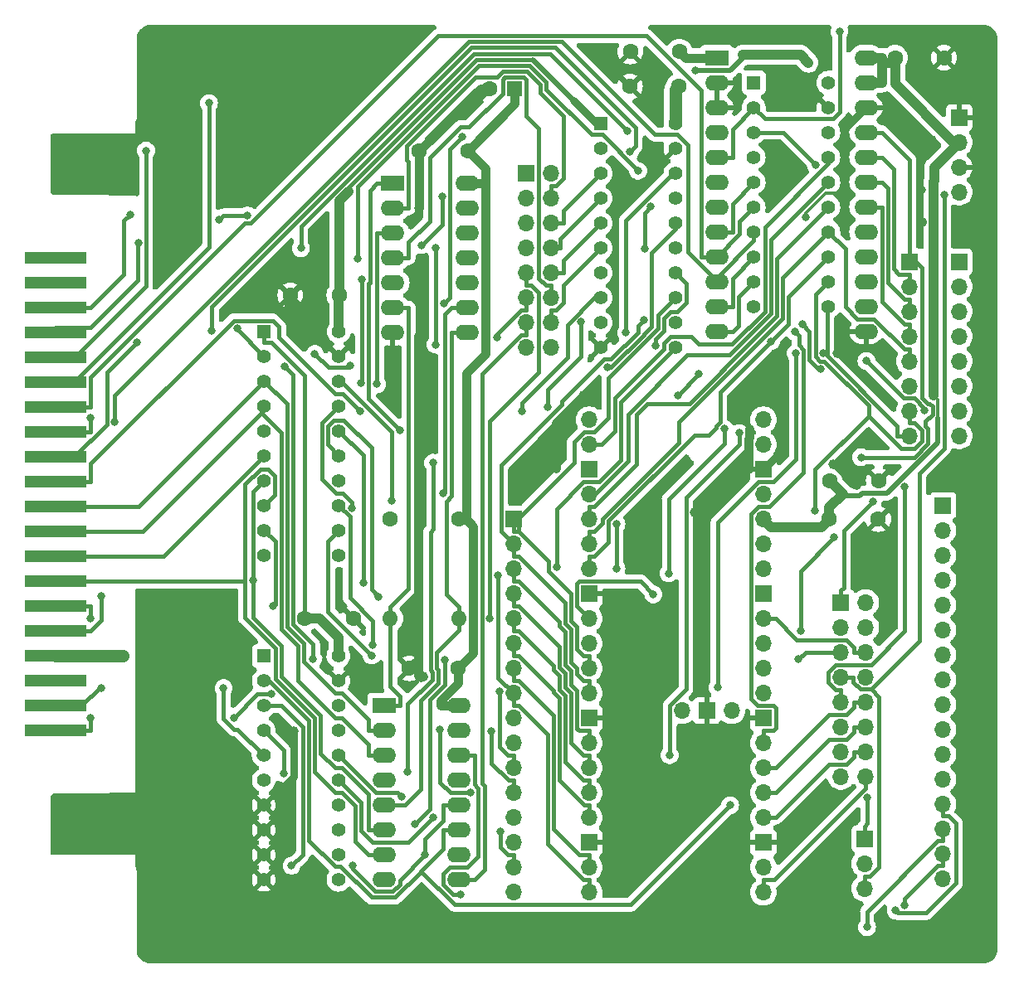
<source format=gbl>
G04 #@! TF.GenerationSoftware,KiCad,Pcbnew,7.0.10-7.0.10~ubuntu22.04.1*
G04 #@! TF.CreationDate,2024-02-08T01:05:10-08:00*
G04 #@! TF.ProjectId,copico,636f7069-636f-42e6-9b69-6361645f7063,0.2.1*
G04 #@! TF.SameCoordinates,Original*
G04 #@! TF.FileFunction,Copper,L2,Bot*
G04 #@! TF.FilePolarity,Positive*
%FSLAX46Y46*%
G04 Gerber Fmt 4.6, Leading zero omitted, Abs format (unit mm)*
G04 Created by KiCad (PCBNEW 7.0.10-7.0.10~ubuntu22.04.1) date 2024-02-08 01:05:10*
%MOMM*%
%LPD*%
G01*
G04 APERTURE LIST*
G04 #@! TA.AperFunction,ConnectorPad*
%ADD10R,6.350000X1.270000*%
G04 #@! TD*
G04 #@! TA.AperFunction,ComponentPad*
%ADD11R,1.600000X1.600000*%
G04 #@! TD*
G04 #@! TA.AperFunction,ComponentPad*
%ADD12C,1.600000*%
G04 #@! TD*
G04 #@! TA.AperFunction,ComponentPad*
%ADD13R,1.700000X1.700000*%
G04 #@! TD*
G04 #@! TA.AperFunction,ComponentPad*
%ADD14O,1.700000X1.700000*%
G04 #@! TD*
G04 #@! TA.AperFunction,ComponentPad*
%ADD15O,1.600000X1.600000*%
G04 #@! TD*
G04 #@! TA.AperFunction,ComponentPad*
%ADD16R,1.400000X1.400000*%
G04 #@! TD*
G04 #@! TA.AperFunction,ComponentPad*
%ADD17C,1.400000*%
G04 #@! TD*
G04 #@! TA.AperFunction,ComponentPad*
%ADD18R,2.400000X1.600000*%
G04 #@! TD*
G04 #@! TA.AperFunction,ComponentPad*
%ADD19O,2.400000X1.600000*%
G04 #@! TD*
G04 #@! TA.AperFunction,ViaPad*
%ADD20C,1.000000*%
G04 #@! TD*
G04 #@! TA.AperFunction,ViaPad*
%ADD21C,0.800000*%
G04 #@! TD*
G04 #@! TA.AperFunction,Conductor*
%ADD22C,0.900000*%
G04 #@! TD*
G04 #@! TA.AperFunction,Conductor*
%ADD23C,0.350000*%
G04 #@! TD*
G04 #@! TA.AperFunction,Conductor*
%ADD24C,1.270000*%
G04 #@! TD*
G04 #@! TA.AperFunction,Conductor*
%ADD25C,0.750000*%
G04 #@! TD*
G04 #@! TA.AperFunction,Conductor*
%ADD26C,2.000000*%
G04 #@! TD*
G04 #@! TA.AperFunction,Conductor*
%ADD27C,1.000000*%
G04 #@! TD*
G04 #@! TA.AperFunction,Conductor*
%ADD28C,0.500000*%
G04 #@! TD*
G04 #@! TA.AperFunction,Conductor*
%ADD29C,0.400000*%
G04 #@! TD*
G04 APERTURE END LIST*
D10*
X95250000Y-80010000D03*
X95250000Y-82550000D03*
X95250000Y-85090000D03*
X95250000Y-87630000D03*
X95250000Y-90170000D03*
X95250000Y-92710000D03*
X95250000Y-95250000D03*
X95250000Y-97790000D03*
X95250000Y-100330000D03*
X95250000Y-102870000D03*
X95250000Y-105410000D03*
X95250000Y-107950000D03*
X95250000Y-110490000D03*
X95250000Y-113030000D03*
X95250000Y-115570000D03*
X95250000Y-118110000D03*
X95250000Y-120650000D03*
X95250000Y-123190000D03*
X95250000Y-125730000D03*
X95250000Y-128270000D03*
D11*
X142073000Y-62738000D03*
D12*
X139573000Y-62738000D03*
D13*
X182372000Y-80391000D03*
D14*
X182372000Y-82931000D03*
X182372000Y-85471000D03*
X182372000Y-88011000D03*
X182372000Y-90551000D03*
X182372000Y-93091000D03*
X182372000Y-95631000D03*
X182372000Y-98171000D03*
D12*
X120690000Y-116840000D03*
X125690000Y-116840000D03*
X174244000Y-102743000D03*
X179244000Y-102743000D03*
D13*
X143256000Y-71374000D03*
D14*
X145796000Y-71374000D03*
X143256000Y-73914000D03*
X145796000Y-73914000D03*
X143256000Y-76454000D03*
X145796000Y-76454000D03*
X143256000Y-78994000D03*
X145796000Y-78994000D03*
X143256000Y-81534000D03*
X145796000Y-81534000D03*
X143256000Y-84074000D03*
X145796000Y-84074000D03*
X143256000Y-86614000D03*
X145796000Y-86614000D03*
X143256000Y-89154000D03*
X145796000Y-89154000D03*
D12*
X174204000Y-106680000D03*
X179204000Y-106680000D03*
D13*
X141986000Y-106680000D03*
D14*
X141986000Y-109220000D03*
X141986000Y-111760000D03*
X141986000Y-114300000D03*
X141986000Y-116840000D03*
X141986000Y-119380000D03*
X141986000Y-121920000D03*
X141986000Y-124460000D03*
X141986000Y-127000000D03*
X141986000Y-129540000D03*
X141986000Y-132080000D03*
X141986000Y-134620000D03*
X141986000Y-137160000D03*
X141986000Y-139700000D03*
X141986000Y-142240000D03*
X141986000Y-144780000D03*
D12*
X137302000Y-69048000D03*
X132302000Y-69048000D03*
X124206000Y-83820000D03*
X119206000Y-83820000D03*
X129413000Y-106680000D03*
D15*
X129413000Y-116840000D03*
D12*
X177927000Y-59563000D03*
X177927000Y-64643000D03*
D16*
X166497000Y-62103000D03*
D17*
X166497000Y-64643000D03*
X166497000Y-67183000D03*
X166497000Y-69723000D03*
X166497000Y-72263000D03*
X166497000Y-74803000D03*
X166497000Y-77343000D03*
X166497000Y-79883000D03*
X166497000Y-82423000D03*
X166497000Y-84963000D03*
X174117000Y-84963000D03*
X174117000Y-82423000D03*
X174117000Y-79883000D03*
X174117000Y-77343000D03*
X174117000Y-74803000D03*
X174117000Y-72263000D03*
X174117000Y-69723000D03*
X174117000Y-67183000D03*
X174117000Y-64643000D03*
X174117000Y-62103000D03*
D16*
X116499000Y-120650000D03*
D17*
X116499000Y-123190000D03*
X116499000Y-125730000D03*
X116499000Y-128270000D03*
X116499000Y-130810000D03*
X116499000Y-133350000D03*
X116499000Y-135890000D03*
X116499000Y-138430000D03*
X116499000Y-140970000D03*
X116499000Y-143510000D03*
X124119000Y-143510000D03*
X124119000Y-140970000D03*
X124119000Y-138430000D03*
X124119000Y-135890000D03*
X124119000Y-133350000D03*
X124119000Y-130810000D03*
X124119000Y-128270000D03*
X124119000Y-125730000D03*
X124119000Y-123190000D03*
X124119000Y-120650000D03*
D12*
X180908000Y-59563000D03*
X185908000Y-59563000D03*
D13*
X175387000Y-115189000D03*
D14*
X177927000Y-115189000D03*
X175387000Y-117729000D03*
X177927000Y-117729000D03*
X175387000Y-120269000D03*
X177927000Y-120269000D03*
X175387000Y-122809000D03*
X177927000Y-122809000D03*
X175387000Y-125349000D03*
X177927000Y-125349000D03*
X175387000Y-127889000D03*
X177927000Y-127889000D03*
X175387000Y-130429000D03*
X177927000Y-130429000D03*
X175387000Y-132969000D03*
X177927000Y-132969000D03*
D18*
X128778000Y-125730000D03*
D19*
X128778000Y-128270000D03*
X128778000Y-130810000D03*
X128778000Y-133350000D03*
X128778000Y-135890000D03*
X128778000Y-138430000D03*
X128778000Y-140970000D03*
X128778000Y-143510000D03*
X136398000Y-143510000D03*
X136398000Y-140970000D03*
X136398000Y-138430000D03*
X136398000Y-135890000D03*
X136398000Y-133350000D03*
X136398000Y-130810000D03*
X136398000Y-128270000D03*
X136398000Y-125730000D03*
D16*
X150876000Y-66294000D03*
D17*
X150876000Y-68834000D03*
X150876000Y-71374000D03*
X150876000Y-73914000D03*
X150876000Y-76454000D03*
X150876000Y-78994000D03*
X150876000Y-81534000D03*
X150876000Y-84074000D03*
X150876000Y-86614000D03*
X150876000Y-89154000D03*
X158496000Y-89154000D03*
X158496000Y-86614000D03*
X158496000Y-84074000D03*
X158496000Y-81534000D03*
X158496000Y-78994000D03*
X158496000Y-76454000D03*
X158496000Y-73914000D03*
X158496000Y-71374000D03*
X158496000Y-68834000D03*
X158496000Y-66294000D03*
D18*
X162707000Y-59558000D03*
D19*
X162707000Y-67178000D03*
X162707000Y-69718000D03*
X162707000Y-72258000D03*
X162707000Y-74798000D03*
X162707000Y-77338000D03*
X162707000Y-79878000D03*
X162707000Y-82418000D03*
X162707000Y-84958000D03*
X162707000Y-87498000D03*
X162707000Y-62098000D03*
X177947000Y-87498000D03*
X177947000Y-64638000D03*
X177947000Y-84958000D03*
X177947000Y-82418000D03*
X177947000Y-79878000D03*
X177947000Y-77338000D03*
X177947000Y-74798000D03*
X177947000Y-72258000D03*
X177947000Y-69718000D03*
X177947000Y-67178000D03*
X162707000Y-64638000D03*
X177947000Y-59558000D03*
X177947000Y-62098000D03*
D13*
X187452000Y-80391000D03*
D14*
X187452000Y-82931000D03*
X187452000Y-85471000D03*
X187452000Y-88011000D03*
X187452000Y-90551000D03*
X187452000Y-93091000D03*
X187452000Y-95631000D03*
X187452000Y-98171000D03*
D12*
X158897000Y-58928000D03*
X153897000Y-58928000D03*
D16*
X116546000Y-87503000D03*
D17*
X116546000Y-90043000D03*
X116546000Y-92583000D03*
X116546000Y-95123000D03*
X116546000Y-97663000D03*
X116546000Y-100203000D03*
X116546000Y-102743000D03*
X116546000Y-105283000D03*
X116546000Y-107823000D03*
X116546000Y-110363000D03*
X124166000Y-110363000D03*
X124166000Y-107823000D03*
X124166000Y-105283000D03*
X124166000Y-102743000D03*
X124166000Y-100203000D03*
X124166000Y-97663000D03*
X124166000Y-95123000D03*
X124166000Y-92583000D03*
X124166000Y-90043000D03*
X124166000Y-87503000D03*
D13*
X177800000Y-139319000D03*
D14*
X177800000Y-141859000D03*
X177800000Y-144399000D03*
D12*
X136358000Y-121920000D03*
X131358000Y-121920000D03*
X158857000Y-62484000D03*
X153857000Y-62484000D03*
D13*
X187452000Y-65659000D03*
D14*
X187452000Y-68199000D03*
X187452000Y-70739000D03*
X187452000Y-73279000D03*
D18*
X129667000Y-72390000D03*
D19*
X129667000Y-74930000D03*
X129667000Y-77470000D03*
X129667000Y-80010000D03*
X129667000Y-82550000D03*
X129667000Y-85090000D03*
X129667000Y-87630000D03*
X137287000Y-87630000D03*
X137287000Y-85090000D03*
X137287000Y-82550000D03*
X137287000Y-80010000D03*
X137287000Y-77470000D03*
X137287000Y-74930000D03*
X137287000Y-72390000D03*
D14*
X149693000Y-96520000D03*
X149693000Y-99060000D03*
D13*
X149693000Y-101600000D03*
D14*
X149693000Y-104140000D03*
X149693000Y-106680000D03*
X149693000Y-109220000D03*
X149693000Y-111760000D03*
D13*
X149693000Y-114300000D03*
D14*
X149693000Y-116840000D03*
X149693000Y-119380000D03*
X149693000Y-121920000D03*
X149693000Y-124460000D03*
D13*
X149693000Y-127000000D03*
D14*
X149693000Y-129540000D03*
X149693000Y-132080000D03*
X149693000Y-134620000D03*
X149693000Y-137160000D03*
D13*
X149693000Y-139700000D03*
D14*
X149693000Y-142240000D03*
X149693000Y-144780000D03*
X167473000Y-144780000D03*
X167473000Y-142240000D03*
D13*
X167473000Y-139700000D03*
D14*
X167473000Y-137160000D03*
X167473000Y-134620000D03*
X167473000Y-132080000D03*
X167473000Y-129540000D03*
D13*
X167473000Y-127000000D03*
D14*
X167473000Y-124460000D03*
X167473000Y-121920000D03*
X167473000Y-119380000D03*
X167473000Y-116840000D03*
D13*
X167473000Y-114300000D03*
D14*
X167473000Y-111760000D03*
X167473000Y-109220000D03*
X167473000Y-106680000D03*
X167473000Y-104140000D03*
D13*
X167473000Y-101600000D03*
D14*
X167473000Y-99060000D03*
X167473000Y-96520000D03*
X159167100Y-126250000D03*
D13*
X161707100Y-126250000D03*
D14*
X164247100Y-126250000D03*
D13*
X185801000Y-105283000D03*
D14*
X185801000Y-107823000D03*
X185801000Y-110363000D03*
X185801000Y-112903000D03*
X185801000Y-115443000D03*
X185801000Y-117983000D03*
X185801000Y-120523000D03*
X185801000Y-123063000D03*
X185801000Y-125603000D03*
X185801000Y-128143000D03*
X185801000Y-130683000D03*
X185801000Y-133223000D03*
X185801000Y-135763000D03*
X185801000Y-138303000D03*
X185801000Y-140843000D03*
X185801000Y-143383000D03*
D12*
X136398000Y-106680000D03*
D15*
X136398000Y-116840000D03*
D20*
X160489800Y-105952300D03*
D21*
X102870000Y-67945000D03*
D20*
X132600900Y-87630000D03*
X149080300Y-94056000D03*
D21*
X171196000Y-71501000D03*
X157353000Y-120904000D03*
X169037000Y-64643000D03*
X109601000Y-66040000D03*
D20*
X109855000Y-130302000D03*
X174551000Y-101063000D03*
D21*
X187579000Y-75819000D03*
D20*
X113239600Y-118831800D03*
X151772700Y-127000000D03*
D21*
X122428000Y-63373000D03*
D20*
X109347000Y-120650000D03*
D21*
X162687000Y-56769000D03*
X107442000Y-78359000D03*
X190500000Y-103225600D03*
D20*
X102870000Y-140335000D03*
D21*
X136398000Y-65024000D03*
X116840000Y-69088000D03*
X190398400Y-131165600D03*
D20*
X132302000Y-74930000D03*
D21*
X156845000Y-134747000D03*
D20*
X184658000Y-67945000D03*
D21*
X115951000Y-57404000D03*
D20*
X146282100Y-101491000D03*
D21*
X171831000Y-75819000D03*
X183642000Y-76327000D03*
X169418000Y-61087000D03*
X190373000Y-81280000D03*
X175768000Y-68453000D03*
D20*
X119562900Y-128314500D03*
X169880100Y-88690400D03*
D21*
X112522000Y-73406000D03*
D20*
X132600900Y-80299400D03*
D21*
X182753000Y-150114000D03*
D20*
X132727100Y-122719400D03*
D21*
X158877000Y-150114000D03*
X115824000Y-63373000D03*
X125984000Y-57404000D03*
D20*
X102870000Y-135255000D03*
X174998500Y-89763800D03*
D21*
X168275000Y-68707000D03*
D20*
X102108000Y-120650000D03*
D21*
X121031000Y-65024000D03*
X177038000Y-56896000D03*
X183642000Y-73025000D03*
D20*
X176985800Y-103188400D03*
D21*
X102870000Y-73025000D03*
X121158000Y-150114000D03*
X115824000Y-65024000D03*
X189611000Y-58166000D03*
X160528000Y-60833000D03*
X172085000Y-60071000D03*
X148209000Y-64008000D03*
X102870000Y-75565000D03*
X153589800Y-67037700D03*
X172826300Y-70475500D03*
X120294600Y-79021200D03*
X126059300Y-80104700D03*
X154699500Y-71108500D03*
X101287700Y-96754100D03*
X171426000Y-86797300D03*
X173335000Y-91361100D03*
X126519500Y-82211900D03*
X126384000Y-92807100D03*
X158767100Y-94054000D03*
X160912800Y-91864300D03*
X113772600Y-87217700D03*
X131176500Y-132484900D03*
X133774700Y-100919000D03*
X115380600Y-112901400D03*
X117471500Y-115570000D03*
X131909800Y-137847700D03*
X134978100Y-121020700D03*
X132978600Y-140979200D03*
X180975500Y-146650400D03*
X125572800Y-142073500D03*
X119335800Y-142073500D03*
X178052800Y-148355300D03*
X118509500Y-132640000D03*
X134677200Y-73723800D03*
X103520200Y-88615400D03*
X132574700Y-78689000D03*
X139569300Y-116865800D03*
X99947000Y-114565000D03*
X104487300Y-69034900D03*
X175236800Y-56903000D03*
X110914900Y-64185400D03*
X98834600Y-96368100D03*
X155337600Y-79095100D03*
X153889000Y-69134600D03*
X111198600Y-87413100D03*
X156007800Y-74745600D03*
X140291400Y-88082100D03*
X98826900Y-126964000D03*
X121707800Y-89822500D03*
X113429400Y-126964000D03*
X118621100Y-91052700D03*
X125276100Y-90976500D03*
X121530600Y-120950900D03*
X117256400Y-124561300D03*
X126302700Y-95636000D03*
X142852500Y-95636000D03*
X134832300Y-104055400D03*
X164084900Y-135908100D03*
X98826900Y-116838400D03*
X99949000Y-123952000D03*
X181906700Y-146099000D03*
X112395000Y-123952000D03*
X136579600Y-145037200D03*
X114846600Y-75663200D03*
X134041300Y-79019600D03*
X134041300Y-88865700D03*
X111945800Y-76110800D03*
X171050000Y-120990500D03*
X130391300Y-97589600D03*
X152478300Y-107207800D03*
X152478300Y-111730500D03*
X136753400Y-67630600D03*
X134910000Y-84688500D03*
X103685400Y-78472800D03*
X185918300Y-73544800D03*
X127619500Y-119547500D03*
X127518600Y-120602000D03*
X178096700Y-135147500D03*
X181893700Y-103405100D03*
X156484600Y-88978100D03*
X157821100Y-112215900D03*
X128065100Y-92897800D03*
X163498900Y-97472000D03*
X146387400Y-111594400D03*
X155273700Y-86343300D03*
X170717600Y-87560000D03*
X151524600Y-91204300D03*
X165024600Y-97892500D03*
X157915200Y-130791900D03*
X183911500Y-95610500D03*
X177985200Y-90522000D03*
X178628300Y-104886400D03*
X153467200Y-87656300D03*
X140519300Y-124256500D03*
X140415900Y-112392700D03*
X128211100Y-114607500D03*
X126643700Y-113151100D03*
X125491000Y-105528000D03*
X129589400Y-104761100D03*
X173580300Y-89724400D03*
X162809100Y-123881400D03*
X170772600Y-89724400D03*
X172768100Y-105823900D03*
X174673500Y-108536500D03*
X156249000Y-114367300D03*
X171252900Y-118091900D03*
X168245000Y-88510300D03*
X145471400Y-95275100D03*
X148871100Y-86546600D03*
X177431500Y-100361200D03*
X133749800Y-137158900D03*
X140628100Y-138544300D03*
X130555100Y-135060100D03*
X137557700Y-134620000D03*
X134465500Y-128128600D03*
X139717400Y-128312800D03*
D22*
X183642000Y-76327000D02*
X183660500Y-76345500D01*
X132593800Y-122719500D02*
X132503300Y-122810000D01*
D23*
X173823690Y-73406000D02*
X171831000Y-75398690D01*
D22*
X174551000Y-101063000D02*
X174860400Y-101063000D01*
X160489800Y-105952300D02*
X161707100Y-105952300D01*
X132295900Y-122628600D02*
X132295900Y-121031000D01*
X136398000Y-64952000D02*
X136398000Y-65024000D01*
D24*
X119206000Y-85083000D02*
X119206000Y-83820000D01*
D25*
X177927000Y-64643000D02*
X175846619Y-66723381D01*
D22*
X161707100Y-105864000D02*
X161707100Y-105952300D01*
X183660500Y-76308500D02*
X183642000Y-76327000D01*
X132477300Y-122810000D02*
X132295900Y-122628600D01*
X132295900Y-121031000D02*
X132295900Y-87935000D01*
X132247000Y-121031000D02*
X132295900Y-121031000D01*
X153897000Y-58928000D02*
X153857000Y-58968000D01*
X131358000Y-121920000D02*
X132247000Y-121031000D01*
X132295900Y-87935000D02*
X132600900Y-87630000D01*
D26*
X111421400Y-120650000D02*
X113239600Y-118831800D01*
D27*
X162741000Y-56715000D02*
X162687000Y-56769000D01*
D22*
X165937100Y-101564500D02*
X165937100Y-98467600D01*
D28*
X169552000Y-60953000D02*
X170427000Y-60953000D01*
D22*
X132302000Y-69048000D02*
X132302000Y-74930000D01*
D25*
X167473000Y-101600000D02*
X168870000Y-100203000D01*
D22*
X138612000Y-62738000D02*
X136398000Y-64952000D01*
D25*
X119562900Y-132965459D02*
X118035359Y-134493000D01*
D23*
X173823690Y-73406000D02*
X174117000Y-73406000D01*
D22*
X116499000Y-135890000D02*
X116748700Y-135890000D01*
X139573000Y-62738000D02*
X138612000Y-62738000D01*
X146282100Y-101491000D02*
X146282100Y-96854200D01*
D27*
X132600900Y-87630000D02*
X132600900Y-80299400D01*
D22*
X132727100Y-122719400D02*
X132727100Y-122719500D01*
D24*
X95250000Y-120650000D02*
X102108000Y-120650000D01*
D25*
X116638359Y-135890000D02*
X116499000Y-135890000D01*
D22*
X132503300Y-122810000D02*
X132477300Y-122810000D01*
X136326000Y-65024000D02*
X132302000Y-69048000D01*
D26*
X109347000Y-120650000D02*
X111421400Y-120650000D01*
D22*
X132727100Y-122719500D02*
X132593800Y-122719500D01*
D28*
X170427000Y-60953000D02*
X174117000Y-64643000D01*
D22*
X146282100Y-96854200D02*
X149080300Y-94056000D01*
D23*
X174117000Y-73406000D02*
X175719619Y-73406000D01*
X174117000Y-73406000D02*
X173993720Y-73406000D01*
X171831000Y-75398690D02*
X171831000Y-75819000D01*
D28*
X169418000Y-61087000D02*
X169552000Y-60953000D01*
D22*
X174860400Y-101063000D02*
X176985800Y-103188400D01*
D25*
X119562900Y-128314500D02*
X119562900Y-132965459D01*
D22*
X136398000Y-65024000D02*
X136326000Y-65024000D01*
X166076500Y-98328200D02*
X166076500Y-97456800D01*
D28*
X162687000Y-56769000D02*
X162383000Y-56465000D01*
D22*
X137287000Y-72390000D02*
X139138900Y-72390000D01*
X137302000Y-69048000D02*
X139138900Y-70884900D01*
X136398000Y-125730000D02*
X134546100Y-125730000D01*
X137135200Y-106680000D02*
X136398000Y-106680000D01*
X136357900Y-123430400D02*
X136357900Y-121920000D01*
X139138900Y-89795700D02*
X139138900Y-72390000D01*
X142073000Y-64277000D02*
X137302000Y-69048000D01*
X134546100Y-125730000D02*
X134546100Y-125242200D01*
X137135200Y-91799400D02*
X139138900Y-89795700D01*
X137135200Y-106680000D02*
X137872400Y-107417200D01*
X162707000Y-59558000D02*
X159527000Y-59558000D01*
X134546100Y-125242200D02*
X136357900Y-123430400D01*
X159527000Y-59558000D02*
X158897000Y-58928000D01*
X142073000Y-62738000D02*
X142073000Y-64277000D01*
X136357900Y-121920000D02*
X136358000Y-121920000D01*
X137135200Y-106680000D02*
X137135200Y-91799400D01*
X137872400Y-107417200D02*
X137872400Y-120405600D01*
X139138900Y-70884900D02*
X139138900Y-72390000D01*
X137872400Y-120405600D02*
X136358000Y-121920000D01*
D27*
X177947000Y-59558000D02*
X179548900Y-59558000D01*
X124166000Y-87503000D02*
X124166000Y-83860000D01*
X179548900Y-62098000D02*
X179548900Y-60128300D01*
X124206000Y-83820000D02*
X124206000Y-74116292D01*
X171259500Y-59245500D02*
X166878000Y-59245500D01*
D29*
X117307300Y-88604900D02*
X116546000Y-88604900D01*
X143833400Y-59730400D02*
X138197572Y-59730400D01*
D27*
X180908000Y-62215000D02*
X186892000Y-68199000D01*
D28*
X150876000Y-66294000D02*
X150495000Y-66294000D01*
X177522600Y-104036400D02*
X180060318Y-104036400D01*
D27*
X174244000Y-102743000D02*
X175591300Y-104090300D01*
D29*
X116546000Y-87503000D02*
X116546000Y-88604900D01*
D28*
X182180359Y-101916359D02*
X182369718Y-101727000D01*
D27*
X180908000Y-60128300D02*
X180908000Y-62215000D01*
X122174000Y-116840000D02*
X120690000Y-116840000D01*
D28*
X177292000Y-104267000D02*
X177522600Y-104036400D01*
D25*
X150495000Y-66294000D02*
X148209000Y-64008000D01*
D27*
X187452000Y-68199000D02*
X184912000Y-70739000D01*
D28*
X175768000Y-104267000D02*
X177292000Y-104267000D01*
D29*
X180908000Y-60128300D02*
X180908000Y-59563000D01*
D27*
X175591300Y-104090300D02*
X174204000Y-105477600D01*
X168272999Y-107479999D02*
X167473000Y-106680000D01*
X177947000Y-62098000D02*
X179548900Y-62098000D01*
D28*
X182180359Y-101916359D02*
X182219479Y-101916359D01*
D27*
X173404001Y-107479999D02*
X168272999Y-107479999D01*
D24*
X158496000Y-66294000D02*
X158496000Y-62845000D01*
D27*
X184818300Y-72229700D02*
X184818300Y-94010508D01*
D24*
X158496000Y-62845000D02*
X158857000Y-62484000D01*
D29*
X120690000Y-91987600D02*
X117307300Y-88604900D01*
D27*
X184912000Y-70739000D02*
X184912000Y-72136000D01*
D28*
X148209000Y-64008000D02*
X143979500Y-59778500D01*
D23*
X185286500Y-94478708D02*
X184818300Y-94010508D01*
D28*
X180060318Y-104036400D02*
X182180359Y-101916359D01*
D27*
X184912000Y-72136000D02*
X184818300Y-72229700D01*
D28*
X175591300Y-104090300D02*
X175768000Y-104267000D01*
D27*
X124206000Y-74116292D02*
X125132646Y-73189646D01*
X174204000Y-105477600D02*
X174204000Y-106680000D01*
D23*
X185286500Y-96302739D02*
X185244620Y-96344619D01*
D28*
X164104308Y-60831743D02*
X160529257Y-60831743D01*
X160529257Y-60831743D02*
X160528000Y-60833000D01*
D27*
X166878000Y-59245500D02*
X165353254Y-59245500D01*
D23*
X185286500Y-94615000D02*
X185286500Y-96302739D01*
D29*
X124166000Y-83860000D02*
X124206000Y-83820000D01*
D27*
X124119000Y-120650000D02*
X124119000Y-118785000D01*
X124119000Y-118785000D02*
X122174000Y-116840000D01*
X179548900Y-60128300D02*
X180908000Y-60128300D01*
D28*
X185244620Y-98891218D02*
X185244620Y-96344619D01*
D29*
X120690000Y-116840000D02*
X120690000Y-91987600D01*
D23*
X185286500Y-94615000D02*
X185286500Y-94478708D01*
D28*
X182219479Y-101916359D02*
X185244620Y-98891218D01*
D27*
X174204000Y-106680000D02*
X173404001Y-107479999D01*
D29*
X138197572Y-59730400D02*
X124624646Y-73303326D01*
D27*
X186892000Y-68199000D02*
X187452000Y-68199000D01*
X172085000Y-60071000D02*
X171259500Y-59245500D01*
D28*
X164104308Y-60831743D02*
X165690551Y-59245500D01*
D29*
X102235000Y-76200000D02*
X102235000Y-81681900D01*
X102870000Y-75565000D02*
X102235000Y-76200000D01*
X95250000Y-85090000D02*
X98826900Y-85090000D01*
X102235000Y-81681900D02*
X98826900Y-85090000D01*
X120294600Y-76754900D02*
X120294600Y-79021200D01*
X145680600Y-59128500D02*
X137921000Y-59128500D01*
X166497000Y-67183000D02*
X169533800Y-67183000D01*
X169533800Y-67183000D02*
X172826300Y-70475500D01*
X153589800Y-67037700D02*
X145680600Y-59128500D01*
X137921000Y-59128500D02*
X120294600Y-76754900D01*
X164308900Y-77338000D02*
X164308900Y-74451100D01*
X138444200Y-60332300D02*
X126059300Y-72717200D01*
X149925400Y-67397100D02*
X145330300Y-62802000D01*
X143584200Y-60332300D02*
X138444200Y-60332300D01*
X145330300Y-62078400D02*
X143584200Y-60332300D01*
X163140500Y-77338000D02*
X162707000Y-77338000D01*
X154699500Y-71079000D02*
X151017600Y-67397100D01*
X163140500Y-77338000D02*
X164308900Y-77338000D01*
X154699500Y-71108500D02*
X154699500Y-71079000D01*
X126059300Y-72717200D02*
X126059300Y-80104700D01*
X145330300Y-62802000D02*
X145330300Y-62078400D01*
X164308900Y-74451100D02*
X166497000Y-72263000D01*
X151017600Y-67397100D02*
X149925400Y-67397100D01*
X162707000Y-82008500D02*
X162379000Y-82008500D01*
X162707000Y-82418000D02*
X162707000Y-82008500D01*
X146935400Y-57919600D02*
X137427700Y-57919600D01*
X162707000Y-82008500D02*
X166497000Y-78218500D01*
X158634800Y-67414200D02*
X156430000Y-67414200D01*
X137427700Y-57919600D02*
X101287700Y-94059600D01*
X166497000Y-78218500D02*
X166497000Y-77343000D01*
X101287700Y-94059600D02*
X101287700Y-96754100D01*
X159737400Y-79366900D02*
X159737400Y-68516800D01*
X162379000Y-82008500D02*
X159737400Y-79366900D01*
X159737400Y-68516800D02*
X158634800Y-67414200D01*
X156430000Y-67414200D02*
X146935400Y-57919600D01*
X164308900Y-87498000D02*
X164910800Y-86896100D01*
X164910800Y-84009200D02*
X166497000Y-82423000D01*
X173335000Y-91361100D02*
X173107500Y-91361100D01*
X172176400Y-87547700D02*
X171426000Y-86797300D01*
X164910800Y-86896100D02*
X164910800Y-84009200D01*
X173107500Y-91361100D02*
X172176400Y-90430000D01*
X162707000Y-87498000D02*
X164308900Y-87498000D01*
X172176400Y-90430000D02*
X172176400Y-87547700D01*
X158767100Y-94010000D02*
X158767100Y-94054000D01*
X113772600Y-87269600D02*
X113772600Y-87217700D01*
X160912800Y-91864300D02*
X158767100Y-94010000D01*
X126519500Y-92671600D02*
X126384000Y-92807100D01*
X126519500Y-82211900D02*
X126519500Y-92671600D01*
X116546000Y-90043000D02*
X113772600Y-87269600D01*
X133490800Y-108001600D02*
X133774600Y-107717800D01*
X133490800Y-122107500D02*
X133490800Y-108001600D01*
X131176500Y-132484900D02*
X131176500Y-125554700D01*
X133774600Y-107717800D02*
X133774600Y-100919000D01*
X131176500Y-125554700D02*
X133679100Y-123052100D01*
X133774600Y-100919000D02*
X133774700Y-100919000D01*
X133679100Y-122295800D02*
X133490800Y-122107500D01*
X133679100Y-123052100D02*
X133679100Y-122295800D01*
X124468900Y-132080000D02*
X123759300Y-132080000D01*
X118267100Y-119598600D02*
X115380600Y-116712100D01*
X128778000Y-138430000D02*
X127176100Y-138430000D01*
X115380600Y-103908400D02*
X115380600Y-112901400D01*
X127176100Y-134787200D02*
X124468900Y-132080000D01*
X127176100Y-138430000D02*
X127176100Y-134787200D01*
X118267100Y-122735800D02*
X118267100Y-119598600D01*
X122296700Y-130617400D02*
X122296700Y-126765400D01*
X116546000Y-102743000D02*
X115380600Y-103908400D01*
X122296700Y-126765400D02*
X118267100Y-122735800D01*
X123759300Y-132080000D02*
X122296700Y-130617400D01*
X115380600Y-116712100D02*
X115380600Y-112901400D01*
X134978100Y-121020700D02*
X134978100Y-123605500D01*
X133455300Y-136302200D02*
X131909800Y-137847700D01*
X117671600Y-115369900D02*
X117471500Y-115570000D01*
X117671600Y-108948600D02*
X117671600Y-115369900D01*
X116546000Y-107823000D02*
X117671600Y-108948600D01*
X133455300Y-125128300D02*
X133455300Y-136302200D01*
X134978100Y-123605500D02*
X133455300Y-125128300D01*
X136398000Y-135890000D02*
X134796100Y-135890000D01*
X129675900Y-144711900D02*
X127880100Y-144711900D01*
X125572800Y-142404600D02*
X125572800Y-142073500D01*
X120491000Y-140918300D02*
X119335800Y-142073500D01*
X116499000Y-125730000D02*
X118270800Y-125730000D01*
X181232400Y-146907300D02*
X180975500Y-146650400D01*
X127880100Y-144711900D02*
X125572800Y-142404600D01*
X185801000Y-137014900D02*
X186348700Y-137014900D01*
X185801000Y-135763000D02*
X185801000Y-137014900D01*
X187109200Y-143848300D02*
X184050200Y-146907300D01*
X118270800Y-125730000D02*
X120491000Y-127950200D01*
X132978600Y-139309400D02*
X134796100Y-137491900D01*
X130379900Y-144007900D02*
X129675900Y-144711900D01*
X130379900Y-143577900D02*
X130379900Y-144007900D01*
X132978600Y-140979200D02*
X130379900Y-143577900D01*
X184050200Y-146907300D02*
X181232400Y-146907300D01*
X132978600Y-140979200D02*
X132978600Y-139309400D01*
X186348700Y-137014900D02*
X187109200Y-137775400D01*
X187109200Y-137775400D02*
X187109200Y-143848300D01*
X134796100Y-137491900D02*
X134796100Y-135890000D01*
X120491000Y-127950200D02*
X120491000Y-140918300D01*
X185801000Y-139554900D02*
X185253300Y-139554900D01*
X118509500Y-130280500D02*
X116499000Y-128270000D01*
X185253300Y-139554900D02*
X178052800Y-146755400D01*
X185801000Y-138303000D02*
X185801000Y-139554900D01*
X118509500Y-132640000D02*
X118509500Y-130280500D01*
X178052800Y-146755400D02*
X178052800Y-148355300D01*
X134677200Y-76586500D02*
X132574700Y-78689000D01*
X100485800Y-96995600D02*
X100485800Y-91649800D01*
X100485800Y-91649800D02*
X103520200Y-88615400D01*
X95250000Y-100330000D02*
X97151400Y-100330000D01*
X134677200Y-73723800D02*
X134677200Y-76586500D01*
X97151400Y-100330000D02*
X100485800Y-96995600D01*
X139569300Y-116865800D02*
X139569300Y-96639900D01*
X144526000Y-91683200D02*
X144526000Y-83537100D01*
X98826900Y-118110000D02*
X99947000Y-116989900D01*
X95250000Y-118110000D02*
X98826900Y-118110000D01*
X99947000Y-116989900D02*
X99947000Y-114565000D01*
X144526000Y-83537100D02*
X143774800Y-82785900D01*
X143256000Y-81534000D02*
X143256000Y-82785900D01*
X143774800Y-82785900D02*
X143256000Y-82785900D01*
X139569300Y-96639900D02*
X144526000Y-91683200D01*
X164308900Y-69718000D02*
X164308900Y-66831100D01*
X164308900Y-66831100D02*
X166497000Y-64643000D01*
X104487300Y-82870100D02*
X97187400Y-90170000D01*
X104487300Y-82870100D02*
X104487300Y-69034900D01*
X167636900Y-65782900D02*
X174565800Y-65782900D01*
X166497000Y-64643000D02*
X167636900Y-65782900D01*
X97187400Y-90170000D02*
X95250000Y-90170000D01*
X175236800Y-65111900D02*
X175236800Y-56903000D01*
X174565800Y-65782900D02*
X175236800Y-65111900D01*
X162707000Y-69718000D02*
X164308900Y-69718000D01*
X110914900Y-78886100D02*
X110914900Y-64185400D01*
X95250000Y-92710000D02*
X97091000Y-92710000D01*
X97091000Y-92710000D02*
X110914900Y-78886100D01*
X155503200Y-57317700D02*
X161105100Y-62919600D01*
X161105100Y-62919600D02*
X161105100Y-79878000D01*
X114536300Y-76465100D02*
X115178700Y-76465100D01*
X134326100Y-57317700D02*
X155503200Y-57317700D01*
X95250000Y-95250000D02*
X98826900Y-95250000D01*
X165057400Y-76242600D02*
X166497000Y-74803000D01*
X162707000Y-79878000D02*
X165057400Y-77527600D01*
X98826900Y-95250000D02*
X98826900Y-92174500D01*
X162707000Y-79878000D02*
X161105100Y-79878000D01*
X165057400Y-77527600D02*
X165057400Y-76242600D01*
X98826900Y-92174500D02*
X114536300Y-76465100D01*
X115178700Y-76465100D02*
X134326100Y-57317700D01*
X98834600Y-96368100D02*
X98834600Y-97782300D01*
X155337600Y-75415800D02*
X156007800Y-74745600D01*
X154442200Y-68581400D02*
X154442200Y-66709500D01*
X164308900Y-84958000D02*
X164308900Y-82071100D01*
X98834600Y-97782300D02*
X98826900Y-97790000D01*
X137676900Y-58521500D02*
X111198600Y-84999800D01*
X153889000Y-69134600D02*
X154442200Y-68581400D01*
X164308900Y-82071100D02*
X166497000Y-79883000D01*
X146254200Y-58521500D02*
X137676900Y-58521500D01*
X111198600Y-84999800D02*
X111198600Y-87413100D01*
X162707000Y-84958000D02*
X164308900Y-84958000D01*
X95250000Y-97790000D02*
X98826900Y-97790000D01*
X155337600Y-79095100D02*
X155337600Y-75415800D01*
X154442200Y-66709500D02*
X146254200Y-58521500D01*
X143256000Y-85325900D02*
X142754100Y-85325900D01*
X143256000Y-84074000D02*
X143256000Y-85325900D01*
X140291400Y-87788600D02*
X140291400Y-88082100D01*
X119477300Y-91908900D02*
X119477300Y-117404400D01*
X98826900Y-128270000D02*
X98826900Y-126964000D01*
X123078000Y-91192700D02*
X125059900Y-91192700D01*
X117256400Y-124561300D02*
X115832100Y-124561300D01*
X119477300Y-117404400D02*
X121530600Y-119457700D01*
X125059900Y-91192700D02*
X125276100Y-90976500D01*
X142754100Y-85325900D02*
X140291400Y-87788600D01*
X118621100Y-91052700D02*
X119477300Y-91908900D01*
X121530600Y-119457700D02*
X121530600Y-120950900D01*
X95250000Y-128270000D02*
X98826900Y-128270000D01*
X121707800Y-89822500D02*
X123078000Y-91192700D01*
X115832100Y-124561300D02*
X113429400Y-126964000D01*
X117420300Y-86391500D02*
X113422600Y-86391500D01*
X147467900Y-86815900D02*
X147467900Y-90169600D01*
X113422600Y-86391500D02*
X98826900Y-100987200D01*
X95250000Y-102870000D02*
X98826900Y-102870000D01*
X118073700Y-88134100D02*
X118073700Y-87044900D01*
X123792600Y-93853000D02*
X118073700Y-88134100D01*
X118073700Y-87044900D02*
X117420300Y-86391500D01*
X150876000Y-84074000D02*
X150209800Y-84074000D01*
X98826900Y-100987200D02*
X98826900Y-102870000D01*
X150209800Y-84074000D02*
X147467900Y-86815900D01*
X147467900Y-90169600D02*
X142852500Y-94785000D01*
X126302700Y-95636000D02*
X124519700Y-93853000D01*
X124519700Y-93853000D02*
X123792600Y-93853000D01*
X142852500Y-94785000D02*
X142852500Y-95636000D01*
X120610400Y-119388700D02*
X120610400Y-121251800D01*
X118875400Y-94912400D02*
X118875400Y-117653700D01*
X123818600Y-124460000D02*
X124451100Y-124460000D01*
X120610400Y-121251800D02*
X123818600Y-124460000D01*
X116546000Y-92583000D02*
X118875400Y-94912400D01*
X116546000Y-92583000D02*
X103719000Y-105410000D01*
X124451100Y-124460000D02*
X127176100Y-127185000D01*
X127176100Y-127185000D02*
X127176100Y-128270000D01*
X128778000Y-128270000D02*
X127176100Y-128270000D01*
X103719000Y-105410000D02*
X95250000Y-105410000D01*
X118875400Y-117653700D02*
X120610400Y-119388700D01*
X120008400Y-119637800D02*
X120008400Y-123211700D01*
X116546000Y-95581200D02*
X116288800Y-95838400D01*
X118273500Y-97823100D02*
X118273500Y-117902900D01*
X104177200Y-107950000D02*
X95250000Y-107950000D01*
X116288800Y-95838400D02*
X104177200Y-107950000D01*
X116288800Y-95838400D02*
X118273500Y-97823100D01*
X120008400Y-123211700D02*
X123796700Y-127000000D01*
X118273500Y-117902900D02*
X120008400Y-119637800D01*
X124459600Y-127000000D02*
X127176100Y-129716500D01*
X116546000Y-95123000D02*
X116546000Y-95581200D01*
X127176100Y-129716500D02*
X127176100Y-130810000D01*
X128778000Y-130810000D02*
X127176100Y-130810000D01*
X123796700Y-127000000D02*
X124459600Y-127000000D01*
X134832300Y-104055400D02*
X134984500Y-103903200D01*
X137287000Y-85090000D02*
X135685100Y-85090000D01*
X106259000Y-110490000D02*
X116546000Y-100203000D01*
X134984500Y-85790600D02*
X135685100Y-85090000D01*
X95250000Y-110490000D02*
X106259000Y-110490000D01*
X134984500Y-103903200D02*
X134984500Y-85790600D01*
X114578600Y-103139300D02*
X116147800Y-101570100D01*
X117649500Y-102249700D02*
X117649500Y-104179500D01*
X121694800Y-127014600D02*
X117665200Y-122985000D01*
X124472600Y-134620000D02*
X123800700Y-134620000D01*
X117649500Y-104179500D02*
X116546000Y-105283000D01*
X125816400Y-135963800D02*
X124472600Y-134620000D01*
X123800700Y-134620000D02*
X121694800Y-132514100D01*
X128778000Y-140970000D02*
X127176100Y-140970000D01*
X114578600Y-116761300D02*
X114578600Y-113030000D01*
X116147800Y-101570100D02*
X116969900Y-101570100D01*
X117665200Y-122985000D02*
X117665200Y-119847900D01*
X121694800Y-132514100D02*
X121694800Y-127014600D01*
X127176100Y-140970000D02*
X125816400Y-139610300D01*
X125816400Y-139610300D02*
X125816400Y-135963800D01*
X116969900Y-101570100D02*
X117649500Y-102249700D01*
X117665200Y-119847900D02*
X114578600Y-116761300D01*
X95250000Y-113030000D02*
X114578600Y-113030000D01*
X114578600Y-113030000D02*
X114578600Y-103139300D01*
X132546400Y-142692500D02*
X129925100Y-145313800D01*
X136398000Y-138430000D02*
X134796100Y-138430000D01*
X132546400Y-142629900D02*
X132546400Y-142692500D01*
X127481500Y-145313800D02*
X124338100Y-142170400D01*
X98826900Y-115570000D02*
X98826900Y-116838400D01*
X132546400Y-142629900D02*
X135986700Y-146070200D01*
X121092900Y-139506500D02*
X121092900Y-127263800D01*
X123756800Y-142170400D02*
X121092900Y-139506500D01*
X134796100Y-138430000D02*
X134796100Y-140380200D01*
X95250000Y-115570000D02*
X98826900Y-115570000D01*
X129925100Y-145313800D02*
X127481500Y-145313800D01*
X153922800Y-146070200D02*
X164084900Y-135908100D01*
X121092900Y-127263800D02*
X117019100Y-123190000D01*
X134796100Y-140380200D02*
X132546400Y-142629900D01*
X117019100Y-123190000D02*
X116499000Y-123190000D01*
X124338100Y-142170400D02*
X123756800Y-142170400D01*
X135986700Y-146070200D02*
X153922800Y-146070200D01*
X139014700Y-142495200D02*
X139014700Y-133956200D01*
X137999900Y-143510000D02*
X139014700Y-142495200D01*
X143256000Y-86614000D02*
X143256000Y-87865900D01*
X142737200Y-87865900D02*
X143256000Y-87865900D01*
X139014700Y-133956200D02*
X138767400Y-133708900D01*
X136398000Y-143510000D02*
X137999900Y-143510000D01*
X138767400Y-133708900D02*
X138767400Y-91835700D01*
X138767400Y-91835700D02*
X142737200Y-87865900D01*
X99822000Y-123825000D02*
X97917000Y-125730000D01*
X116499000Y-130810000D02*
X113829000Y-128140000D01*
X136579600Y-145037200D02*
X135815800Y-145037200D01*
X135466100Y-142240000D02*
X137286200Y-142240000D01*
X137999900Y-133792600D02*
X137999900Y-130810000D01*
X112395000Y-127060971D02*
X112395000Y-123952000D01*
X138371500Y-141154700D02*
X138371500Y-134164200D01*
X185801000Y-140843000D02*
X185801000Y-142094900D01*
X137286200Y-142240000D02*
X138371500Y-141154700D01*
X135815800Y-145037200D02*
X134796100Y-144017500D01*
X181906700Y-145441500D02*
X181906700Y-146099000D01*
X113474029Y-128140000D02*
X112395000Y-127060971D01*
X97917000Y-125730000D02*
X95250000Y-125730000D01*
X136398000Y-130810000D02*
X137999900Y-130810000D01*
X185253300Y-142094900D02*
X181906700Y-145441500D01*
X113829000Y-128140000D02*
X113474029Y-128140000D01*
X134796100Y-144017500D02*
X134796100Y-142910000D01*
X134796100Y-142910000D02*
X135466100Y-142240000D01*
X115951000Y-130810000D02*
X116499000Y-130810000D01*
X138371500Y-134164200D02*
X137999900Y-133792600D01*
X99949000Y-123952000D02*
X99822000Y-123825000D01*
X185801000Y-142094900D02*
X185253300Y-142094900D01*
X134041300Y-79019600D02*
X134041300Y-88865700D01*
X114846600Y-75663200D02*
X112393400Y-75663200D01*
X112393400Y-75663200D02*
X111945800Y-76110800D01*
X129413000Y-123786600D02*
X129413000Y-116840000D01*
X130379900Y-125730000D02*
X130379900Y-124753500D01*
X129413000Y-116840000D02*
X129413000Y-115638100D01*
X128778000Y-125730000D02*
X130379900Y-125730000D01*
X129413000Y-115638100D02*
X131268900Y-113782200D01*
X130379900Y-124753500D02*
X129413000Y-123786600D01*
X131268900Y-113782200D02*
X131268900Y-85090000D01*
X129667000Y-85090000D02*
X131268900Y-85090000D01*
X130895000Y-135890000D02*
X130379900Y-135890000D01*
X134281000Y-122046600D02*
X134281000Y-123451400D01*
X135685100Y-104336600D02*
X135685100Y-87630000D01*
X135152600Y-104869100D02*
X135685100Y-104336600D01*
X134150800Y-121916400D02*
X134281000Y-122046600D01*
X132490400Y-134294600D02*
X130895000Y-135890000D01*
X136398000Y-116840000D02*
X136398000Y-115638100D01*
X134150800Y-120289100D02*
X134150800Y-121916400D01*
X136398000Y-115638100D02*
X135152600Y-114392700D01*
X128778000Y-135890000D02*
X130379900Y-135890000D01*
X136398000Y-117440900D02*
X136398000Y-116840000D01*
X132490400Y-125242000D02*
X132490400Y-134294600D01*
X136398000Y-118041900D02*
X134150800Y-120289100D01*
X137287000Y-87630000D02*
X135685100Y-87630000D01*
X136398000Y-117440900D02*
X136398000Y-118041900D01*
X134281000Y-123451400D02*
X132490400Y-125242000D01*
X135152600Y-114392700D02*
X135152600Y-104869100D01*
X129667000Y-72390000D02*
X128065100Y-72390000D01*
X127213900Y-82651500D02*
X127321400Y-82544000D01*
X127213900Y-94412200D02*
X127213900Y-82651500D01*
X127321400Y-82544000D02*
X127321400Y-73133700D01*
X130391300Y-97589600D02*
X127213900Y-94412200D01*
X171050000Y-120990500D02*
X171771500Y-120269000D01*
X127321400Y-73133700D02*
X128065100Y-72390000D01*
X171771500Y-120269000D02*
X175387000Y-120269000D01*
X152478300Y-107207800D02*
X152478300Y-111730500D01*
X103664500Y-78493700D02*
X103685400Y-78472800D01*
X103664500Y-82263500D02*
X103664500Y-78493700D01*
X135505200Y-84093300D02*
X134910000Y-84688500D01*
X95229100Y-87122000D02*
X98806000Y-87122000D01*
X103664500Y-82263500D02*
X98806000Y-87122000D01*
X136753400Y-67630600D02*
X135505200Y-68878800D01*
X135505200Y-68878800D02*
X135505200Y-84093300D01*
X145796000Y-72662100D02*
X146314800Y-72662100D01*
X144728400Y-63178800D02*
X144728400Y-62335700D01*
X147085600Y-71891300D02*
X147085600Y-65536000D01*
X131268900Y-70161700D02*
X131268900Y-74930000D01*
X129667000Y-74930000D02*
X131268900Y-74930000D01*
X131082900Y-69975700D02*
X131268900Y-70161700D01*
X144728400Y-62335700D02*
X143326900Y-60934200D01*
X146314800Y-72662100D02*
X147085600Y-71891300D01*
X145796000Y-73914000D02*
X145796000Y-72662100D01*
X140260600Y-61530900D02*
X140260600Y-61531000D01*
X138101700Y-61531000D02*
X131082900Y-68549800D01*
X140857300Y-60934200D02*
X140260600Y-61530900D01*
X140260600Y-61531000D02*
X138101700Y-61531000D01*
X131082900Y-68549800D02*
X131082900Y-69975700D01*
X143326900Y-60934200D02*
X140857300Y-60934200D01*
X147085600Y-65536000D02*
X144728400Y-63178800D01*
X145796000Y-76454000D02*
X147047900Y-76454000D01*
X147047900Y-75202100D02*
X150876000Y-71374000D01*
X147047900Y-76454000D02*
X147047900Y-75202100D01*
X176638900Y-123327800D02*
X176638900Y-122809000D01*
X177800000Y-144399000D02*
X177800000Y-143147100D01*
X183379000Y-102012600D02*
X185918300Y-99473300D01*
X178445600Y-124060900D02*
X183379000Y-119127500D01*
X185918300Y-99473300D02*
X185918300Y-73544800D01*
X177800000Y-143147100D02*
X178318800Y-143147100D01*
X179243100Y-124858400D02*
X178445600Y-124060900D01*
X179243100Y-142222800D02*
X179243100Y-124858400D01*
X178318800Y-143147100D02*
X179243100Y-142222800D01*
X183379000Y-119127500D02*
X183379000Y-102012600D01*
X175387000Y-122809000D02*
X176638900Y-122809000D01*
X178445600Y-124060900D02*
X177372000Y-124060900D01*
X177372000Y-124060900D02*
X176638900Y-123327800D01*
X150876000Y-73914000D02*
X146715400Y-78074600D01*
X145796000Y-78994000D02*
X146715400Y-78994000D01*
X146715400Y-78074600D02*
X146715400Y-78994000D01*
X124166000Y-105283000D02*
X124166000Y-105336900D01*
X125278200Y-114728400D02*
X127619500Y-117069700D01*
X127619500Y-117069700D02*
X127619500Y-119547500D01*
X124166000Y-105336900D02*
X125278200Y-106449100D01*
X125278200Y-106449100D02*
X125278200Y-114728400D01*
X177800000Y-139319000D02*
X177800000Y-138067100D01*
X123056400Y-108932600D02*
X123056400Y-116139800D01*
X124166000Y-107823000D02*
X123056400Y-108932600D01*
X177800000Y-138067100D02*
X178096700Y-137770400D01*
X123056400Y-116139800D02*
X127518600Y-120602000D01*
X178096700Y-137770400D02*
X178096700Y-135147500D01*
X147047900Y-80282100D02*
X150876000Y-76454000D01*
X145796000Y-81534000D02*
X147047900Y-81534000D01*
X147047900Y-81534000D02*
X147047900Y-80282100D01*
X150876000Y-78994000D02*
X147085600Y-82784400D01*
X146314800Y-85362100D02*
X145796000Y-85362100D01*
X147085600Y-82784400D02*
X147085600Y-84591300D01*
X145796000Y-86614000D02*
X145796000Y-85362100D01*
X147085600Y-84591300D02*
X146314800Y-85362100D01*
X170882400Y-118997500D02*
X168724900Y-116840000D01*
X177927000Y-120269000D02*
X176675100Y-120269000D01*
X176675100Y-119750200D02*
X175922400Y-118997500D01*
X167473000Y-116840000D02*
X168724900Y-116840000D01*
X176675100Y-120269000D02*
X176675100Y-119750200D01*
X175922400Y-118997500D02*
X170882400Y-118997500D01*
X178458400Y-121539000D02*
X181893700Y-118103700D01*
X159597900Y-82635900D02*
X159597900Y-84572300D01*
X158658100Y-85512100D02*
X157974300Y-85512100D01*
X174839300Y-124097100D02*
X174084900Y-123342700D01*
X158496000Y-81534000D02*
X159597900Y-82635900D01*
X181893700Y-118103700D02*
X181893700Y-103405100D01*
X157974300Y-85512100D02*
X157336900Y-86149500D01*
X159597900Y-84572300D02*
X158658100Y-85512100D01*
X175387000Y-125349000D02*
X175387000Y-124097100D01*
X174084900Y-122334200D02*
X174880100Y-121539000D01*
X156484600Y-88324200D02*
X156484600Y-88978100D01*
X174880100Y-121539000D02*
X178458400Y-121539000D01*
X174084900Y-123342700D02*
X174084900Y-122334200D01*
X175387000Y-124097100D02*
X174839300Y-124097100D01*
X157336900Y-86149500D02*
X157336900Y-87471900D01*
X157336900Y-87471900D02*
X156484600Y-88324200D01*
X144525900Y-66771900D02*
X143274900Y-65520900D01*
X140871100Y-61771500D02*
X140871100Y-63203700D01*
X140871100Y-63203700D02*
X137422000Y-66652800D01*
X143039500Y-61536100D02*
X141106500Y-61536100D01*
X133445400Y-69778300D02*
X133445400Y-76231600D01*
X141106500Y-61536100D02*
X140871100Y-61771500D01*
X131268900Y-78408100D02*
X131268900Y-80010000D01*
X133445400Y-76231600D02*
X131268900Y-78408100D01*
X137422000Y-66652800D02*
X136570900Y-66652800D01*
X129667000Y-80010000D02*
X131268900Y-80010000D01*
X143274900Y-61771500D02*
X143039500Y-61536100D01*
X145796000Y-82822100D02*
X145277200Y-82822100D01*
X145796000Y-84074000D02*
X145796000Y-82822100D01*
X136570900Y-66652800D02*
X133445400Y-69778300D01*
X145277200Y-82822100D02*
X144525900Y-82070800D01*
X143274900Y-65520900D02*
X143274900Y-61771500D01*
X144525900Y-82070800D02*
X144525900Y-66771900D01*
X157821100Y-112215900D02*
X157821100Y-104624400D01*
X129667000Y-77470000D02*
X128065100Y-77470000D01*
X128065100Y-77470000D02*
X128065100Y-92897800D01*
X157821100Y-104624400D02*
X163498900Y-98946600D01*
X163498900Y-98946600D02*
X163498900Y-97472000D01*
X177927000Y-125349000D02*
X176675100Y-125349000D01*
X168724900Y-132080000D02*
X174185900Y-126619000D01*
X167473000Y-132080000D02*
X168724900Y-132080000D01*
X174185900Y-126619000D02*
X175923900Y-126619000D01*
X176675100Y-125867800D02*
X176675100Y-125349000D01*
X175923900Y-126619000D02*
X176675100Y-125867800D01*
X141986000Y-118091900D02*
X142504800Y-118091900D01*
X158496000Y-89154000D02*
X152894900Y-94755100D01*
X152894900Y-94755100D02*
X152894900Y-100670000D01*
X152894900Y-100670000D02*
X150694900Y-102870000D01*
X146033500Y-122080400D02*
X146635400Y-122682300D01*
X146635400Y-124124100D02*
X147237300Y-124726000D01*
X146033500Y-121620600D02*
X146033500Y-122080400D01*
X150694900Y-102870000D02*
X149133000Y-102870000D01*
X147237300Y-131460200D02*
X149145200Y-133368100D01*
X147237300Y-124726000D02*
X147237300Y-131460200D01*
X146635400Y-122682300D02*
X146635400Y-124124100D01*
X141986000Y-116840000D02*
X141986000Y-118091900D01*
X149145200Y-133368100D02*
X149693000Y-133368100D01*
X146387400Y-105615600D02*
X146387400Y-111594400D01*
X149693000Y-134620000D02*
X149693000Y-133368100D01*
X142504800Y-118091900D02*
X146033500Y-121620600D01*
X149133000Y-102870000D02*
X146387400Y-105615600D01*
X141986000Y-109220000D02*
X141986000Y-110471900D01*
X140721100Y-107955100D02*
X141986000Y-109220000D01*
X148441100Y-121934600D02*
X148441100Y-122516300D01*
X147237300Y-115204400D02*
X147237300Y-117338400D01*
X140721100Y-101159400D02*
X140721100Y-107955100D01*
X149693000Y-124460000D02*
X149693000Y-123208100D01*
X151918400Y-90339100D02*
X151212300Y-90339100D01*
X154678900Y-87578600D02*
X151918400Y-90339100D01*
X142504800Y-110471900D02*
X147237300Y-115204400D01*
X151212300Y-90339100D02*
X146876100Y-94675300D01*
X148441100Y-122516300D02*
X149132900Y-123208100D01*
X141986000Y-110471900D02*
X142504800Y-110471900D01*
X147237300Y-117338400D02*
X147839200Y-117940300D01*
X155273700Y-86343300D02*
X154678900Y-86938100D01*
X154678900Y-86938100D02*
X154678900Y-87578600D01*
X147839200Y-117940300D02*
X147839200Y-121332700D01*
X147839200Y-121332700D02*
X148441100Y-121934600D01*
X146876100Y-94675300D02*
X146876100Y-95004400D01*
X149132900Y-123208100D02*
X149693000Y-123208100D01*
X146876100Y-95004400D02*
X140721100Y-101159400D01*
X148441100Y-117691000D02*
X148441100Y-119964000D01*
X142650700Y-106377500D02*
X142533700Y-106494500D01*
X141986000Y-106680000D02*
X141986000Y-107931900D01*
X151679300Y-92280300D02*
X151679300Y-96339800D01*
X145585500Y-110983700D02*
X145585500Y-111999700D01*
X150229100Y-97790000D02*
X149165300Y-97790000D01*
X142683800Y-106377500D02*
X142650700Y-106377500D01*
X141986000Y-107931900D02*
X142533700Y-107931900D01*
X147839200Y-114253400D02*
X147839200Y-117089100D01*
X156734900Y-87222800D02*
X155882700Y-88075000D01*
X148145600Y-98809700D02*
X148145600Y-100915700D01*
X158496000Y-84074000D02*
X156734900Y-85835100D01*
X156734900Y-85835100D02*
X156734900Y-87222800D01*
X145585500Y-111999700D02*
X147839200Y-114253400D01*
X155882700Y-88075000D02*
X155882700Y-88077000D01*
X151679300Y-96339800D02*
X150229100Y-97790000D01*
X155882700Y-88077000D02*
X151679400Y-92280300D01*
X151679400Y-92280300D02*
X151679300Y-92280300D01*
X142533700Y-106494500D02*
X142533700Y-107931900D01*
X148145600Y-100915700D02*
X142683800Y-106377500D01*
X149165300Y-97790000D02*
X148145600Y-98809700D01*
X142533700Y-107931900D02*
X145585500Y-110983700D01*
X149693000Y-121920000D02*
X149693000Y-120668100D01*
X148441100Y-119964000D02*
X149145200Y-120668100D01*
X149145200Y-120668100D02*
X149693000Y-120668100D01*
X147839200Y-117089100D02*
X148441100Y-117691000D01*
X166206300Y-125029500D02*
X166206300Y-106169600D01*
X171093300Y-88911200D02*
X171093300Y-87935700D01*
X168490200Y-128288100D02*
X168782800Y-127995500D01*
X166206300Y-106169600D02*
X166965900Y-105410000D01*
X168782800Y-127995500D02*
X168782800Y-125989400D01*
X171093400Y-88911200D02*
X171093300Y-88911200D01*
X171093300Y-87935700D02*
X170717600Y-87560000D01*
X168064300Y-105410000D02*
X171574500Y-101899800D01*
X168782800Y-125989400D02*
X168523400Y-125730000D01*
X171574500Y-89392300D02*
X171093400Y-88911200D01*
X166965900Y-105410000D02*
X168064300Y-105410000D01*
X167473000Y-128288100D02*
X168490200Y-128288100D01*
X171574500Y-101899800D02*
X171574500Y-89392300D01*
X167473000Y-129540000D02*
X167473000Y-128288100D01*
X168523400Y-125730000D02*
X166906800Y-125730000D01*
X166906800Y-125730000D02*
X166206300Y-125029500D01*
X156075600Y-87031000D02*
X155280800Y-87825800D01*
X165024600Y-99061100D02*
X165024600Y-97892500D01*
X159587700Y-124058900D02*
X159587700Y-104498000D01*
X157915200Y-125731400D02*
X159587700Y-124058900D01*
X151524600Y-91204200D02*
X151524600Y-91204300D01*
X159587700Y-104498000D02*
X165024600Y-99061100D01*
X158496000Y-77070700D02*
X156075600Y-79491100D01*
X158496000Y-76454000D02*
X158496000Y-77070700D01*
X155280800Y-87827800D02*
X151904400Y-91204200D01*
X156075600Y-79491100D02*
X156075600Y-87031000D01*
X157915200Y-130791900D02*
X157915200Y-125731400D01*
X151904400Y-91204200D02*
X151524600Y-91204200D01*
X155280800Y-87825800D02*
X155280800Y-87827800D01*
X177985200Y-90522000D02*
X181806100Y-94342900D01*
X183911500Y-95399100D02*
X183911500Y-95610500D01*
X182855300Y-94342900D02*
X183911500Y-95399100D01*
X181806100Y-94342900D02*
X182855300Y-94342900D01*
X175662800Y-113661300D02*
X175662800Y-107851900D01*
X153467200Y-76152300D02*
X153467200Y-87656300D01*
X175387000Y-113937100D02*
X175662800Y-113661300D01*
X158245500Y-71374000D02*
X153467200Y-76152300D01*
X175662800Y-107851900D02*
X178628300Y-104886400D01*
X158496000Y-71374000D02*
X158245500Y-71374000D01*
X175387000Y-115189000D02*
X175387000Y-113937100D01*
X141986000Y-132080000D02*
X141986000Y-130828100D01*
X141986000Y-130828100D02*
X141438300Y-130828100D01*
X140519300Y-129909100D02*
X140519300Y-124256500D01*
X141438300Y-130828100D02*
X140519300Y-129909100D01*
X142502900Y-125711900D02*
X145431600Y-128640600D01*
X145431600Y-128640600D02*
X145431600Y-139814500D01*
X140415900Y-122889900D02*
X140415900Y-112392700D01*
X145431600Y-139814500D02*
X149145200Y-143528100D01*
X149693000Y-144780000D02*
X149693000Y-143528100D01*
X149145200Y-143528100D02*
X149693000Y-143528100D01*
X141986000Y-124460000D02*
X141986000Y-125711900D01*
X141986000Y-125711900D02*
X142502900Y-125711900D01*
X141986000Y-124460000D02*
X140415900Y-122889900D01*
X124662000Y-96555600D02*
X127488300Y-99381900D01*
X149693000Y-142240000D02*
X149693000Y-140988100D01*
X141986000Y-121920000D02*
X141986000Y-123171900D01*
X127488300Y-99381900D02*
X127488300Y-113884700D01*
X146033500Y-138345800D02*
X148675800Y-140988100D01*
X123657500Y-96555600D02*
X124662000Y-96555600D01*
X124166000Y-100203000D02*
X123017400Y-99054400D01*
X123017400Y-97195700D02*
X123657500Y-96555600D01*
X127488300Y-113884700D02*
X128211100Y-114607500D01*
X146033500Y-126700600D02*
X146033500Y-138345800D01*
X141986000Y-123171900D02*
X142504800Y-123171900D01*
X123017400Y-99054400D02*
X123017400Y-97195700D01*
X148675800Y-140988100D02*
X149693000Y-140988100D01*
X142504800Y-123171900D02*
X146033500Y-126700600D01*
X142504800Y-120631900D02*
X146033500Y-124160600D01*
X126643700Y-100140700D02*
X126643700Y-113151100D01*
X141986000Y-120631900D02*
X142504800Y-120631900D01*
X141986000Y-119380000D02*
X141986000Y-120631900D01*
X146033500Y-124373300D02*
X146635400Y-124975200D01*
X146635400Y-124975200D02*
X146635400Y-133350000D01*
X146033500Y-124160600D02*
X146033500Y-124373300D01*
X146635400Y-133350000D02*
X149193500Y-135908100D01*
X149193500Y-135908100D02*
X149693000Y-135908100D01*
X124166000Y-97663000D02*
X126643700Y-100140700D01*
X149693000Y-137160000D02*
X149693000Y-135908100D01*
X147237300Y-122433100D02*
X147237300Y-123874900D01*
X149145200Y-130828100D02*
X149693000Y-130828100D01*
X141986000Y-115551900D02*
X142504800Y-115551900D01*
X122408400Y-102585600D02*
X123890800Y-104068000D01*
X125491000Y-104980400D02*
X125491000Y-105528000D01*
X147237300Y-123874900D02*
X147839200Y-124476800D01*
X124166000Y-95123000D02*
X122408400Y-96880600D01*
X146635400Y-119682500D02*
X146635400Y-121831200D01*
X123890800Y-104068000D02*
X124578600Y-104068000D01*
X141986000Y-114300000D02*
X141986000Y-115551900D01*
X142504800Y-115551900D02*
X146635400Y-119682500D01*
X147839200Y-129522100D02*
X149145200Y-130828100D01*
X147839200Y-124476800D02*
X147839200Y-129522100D01*
X122408400Y-96880600D02*
X122408400Y-102585600D01*
X146635400Y-121831200D02*
X147237300Y-122433100D01*
X149693000Y-132080000D02*
X149693000Y-130828100D01*
X124578600Y-104068000D02*
X125491000Y-104980400D01*
X148675800Y-128288100D02*
X149693000Y-128288100D01*
X124401600Y-92583000D02*
X129589400Y-97770800D01*
X142502900Y-113011900D02*
X146635400Y-117144400D01*
X124166000Y-92583000D02*
X124401600Y-92583000D01*
X148441100Y-124227500D02*
X148441100Y-128053400D01*
X129589400Y-97770800D02*
X129589400Y-104761100D01*
X146635400Y-117144400D02*
X146635400Y-117587600D01*
X147839200Y-122183900D02*
X147839200Y-123625600D01*
X149693000Y-129540000D02*
X149693000Y-128288100D01*
X148441100Y-128053400D02*
X148675800Y-128288100D01*
X147237300Y-118189500D02*
X147237300Y-121582000D01*
X141986000Y-113011900D02*
X142502900Y-113011900D01*
X141986000Y-111760000D02*
X141986000Y-113011900D01*
X147839200Y-123625600D02*
X148441100Y-124227500D01*
X147237300Y-121582000D02*
X147839200Y-122183900D01*
X146635400Y-117587600D02*
X147237300Y-118189500D01*
X173966200Y-85113800D02*
X174117000Y-84963000D01*
X173966200Y-89724400D02*
X173966200Y-85113800D01*
X173966200Y-90007200D02*
X173966200Y-89724400D01*
X182372000Y-98171000D02*
X181120100Y-98171000D01*
X181120100Y-98171000D02*
X181120100Y-97161100D01*
X170772600Y-100599600D02*
X170772600Y-89724400D01*
X168520300Y-102851900D02*
X170772600Y-100599600D01*
X181120100Y-97161100D02*
X173966200Y-90007200D01*
X162809100Y-123881400D02*
X162809100Y-106982400D01*
X162809100Y-106982400D02*
X166939600Y-102851900D01*
X173966200Y-89724400D02*
X173580300Y-89724400D01*
X166939600Y-102851900D02*
X168520300Y-102851900D01*
X171252900Y-118091900D02*
X171252900Y-111957100D01*
X182372000Y-95631000D02*
X182372000Y-96882900D01*
X171252900Y-111957100D02*
X174673500Y-108536500D01*
X172768100Y-101567500D02*
X172768100Y-105823900D01*
X156249000Y-114367300D02*
X154911700Y-113030000D01*
X148642800Y-113030000D02*
X148441100Y-113231700D01*
X172778300Y-90072700D02*
X172778300Y-83761700D01*
X178204700Y-95096800D02*
X173667100Y-90559200D01*
X148441100Y-115588100D02*
X149693000Y-116840000D01*
X182890800Y-96882900D02*
X183654800Y-97646900D01*
X182372000Y-96882900D02*
X182890800Y-96882900D01*
X154911700Y-113030000D02*
X148642800Y-113030000D01*
X172778300Y-83761700D02*
X174117000Y-82423000D01*
X178204700Y-96130900D02*
X172768100Y-101567500D01*
X173667100Y-90559200D02*
X173264800Y-90559200D01*
X182893200Y-99455400D02*
X181529200Y-99455400D01*
X173264800Y-90559200D02*
X172778300Y-90072700D01*
X148441100Y-113231700D02*
X148441100Y-115588100D01*
X181529200Y-99455400D02*
X178204700Y-96130900D01*
X183654800Y-98693800D02*
X182893200Y-99455400D01*
X178204700Y-96130900D02*
X178204700Y-95096800D01*
X183654800Y-97646900D02*
X183654800Y-98693800D01*
X163039100Y-93716200D02*
X168245000Y-88510300D01*
X150240800Y-110508100D02*
X151676400Y-109072500D01*
X162658000Y-97311000D02*
X161871400Y-98097600D01*
X161871400Y-98097600D02*
X160454600Y-98097600D01*
X149693000Y-110508100D02*
X150240800Y-110508100D01*
X162658000Y-97141200D02*
X163039100Y-96760100D01*
X162658000Y-97311000D02*
X162658000Y-97141200D01*
X151676400Y-106875800D02*
X160454600Y-98097600D01*
X170016400Y-83983600D02*
X170016400Y-86738900D01*
X174117000Y-79883000D02*
X170016400Y-83983600D01*
X151676400Y-109072500D02*
X151676400Y-106875800D01*
X163039100Y-96760100D02*
X163039100Y-93716200D01*
X149693000Y-111760000D02*
X149693000Y-110508100D01*
X170016400Y-86738900D02*
X168245000Y-88510300D01*
X167340400Y-88282300D02*
X158847600Y-96775100D01*
X175833400Y-85005700D02*
X175833400Y-79059400D01*
X169414500Y-86206900D02*
X167340400Y-88281000D01*
X174117000Y-77343000D02*
X169414500Y-82045500D01*
X182372000Y-90551000D02*
X182372000Y-89299100D01*
X151074500Y-107105400D02*
X150211800Y-107968100D01*
X151074500Y-106626600D02*
X151074500Y-107105400D01*
X181853200Y-89299100D02*
X178782100Y-86228000D01*
X167340400Y-88281000D02*
X167340400Y-88282300D01*
X177055700Y-86228000D02*
X175833400Y-85005700D01*
X158847600Y-98853500D02*
X151074500Y-106626600D01*
X175833400Y-79059400D02*
X174117000Y-77343000D01*
X182372000Y-89299100D02*
X181853200Y-89299100D01*
X178782100Y-86228000D02*
X177055700Y-86228000D01*
X158847600Y-96775100D02*
X158847600Y-98853500D01*
X169414500Y-82045500D02*
X169414500Y-86206900D01*
X150211800Y-107968100D02*
X149693000Y-107968100D01*
X149693000Y-109220000D02*
X149693000Y-107968100D01*
X154555400Y-101084500D02*
X150211800Y-105428100D01*
X177947000Y-74798000D02*
X179548900Y-74798000D01*
X179548900Y-84454800D02*
X181853200Y-86759100D01*
X155658528Y-94856000D02*
X154508000Y-96006528D01*
X168812600Y-85957700D02*
X166738500Y-88031800D01*
X149693000Y-105428100D02*
X149693000Y-106680000D01*
X174117000Y-74803000D02*
X168812600Y-80107400D01*
X181853200Y-86759100D02*
X182372000Y-86759100D01*
X179548900Y-74798000D02*
X179548900Y-84454800D01*
X168812600Y-80107400D02*
X168812600Y-85957700D01*
X150211800Y-105428100D02*
X149693000Y-105428100D01*
X154508000Y-96006528D02*
X154508000Y-101037100D01*
X166738500Y-88033100D02*
X159915600Y-94856000D01*
X154508000Y-101037100D02*
X154555400Y-101084500D01*
X166738500Y-88031800D02*
X166738500Y-88033100D01*
X159915600Y-94856000D02*
X155658528Y-94856000D01*
X182372000Y-88011000D02*
X182372000Y-86759100D01*
X182372000Y-84219100D02*
X181853200Y-84219100D01*
X174117000Y-72263000D02*
X168210700Y-78169300D01*
X180150800Y-72859900D02*
X179548900Y-72258000D01*
X153707800Y-95958200D02*
X153707800Y-100714200D01*
X159731100Y-89934900D02*
X153707800Y-95958200D01*
X182372000Y-85471000D02*
X182372000Y-84219100D01*
X163984400Y-89934900D02*
X159731100Y-89934900D01*
X180150800Y-82516700D02*
X180150800Y-72859900D01*
X168210700Y-85708500D02*
X163984400Y-89934800D01*
X153707800Y-100714200D02*
X150282000Y-104140000D01*
X168210700Y-78169300D02*
X168210700Y-85708500D01*
X150282000Y-104140000D02*
X149693000Y-104140000D01*
X177947000Y-72258000D02*
X179548900Y-72258000D01*
X163984400Y-89934800D02*
X163984400Y-89934900D01*
X181853200Y-84219100D02*
X180150800Y-82516700D01*
X160874600Y-88766900D02*
X164301200Y-88766900D01*
X182372000Y-82931000D02*
X182372000Y-81679100D01*
X157286500Y-88737800D02*
X157984900Y-88039400D01*
X177947000Y-69718000D02*
X179548900Y-69718000D01*
X149693000Y-99060000D02*
X150944900Y-99060000D01*
X152291600Y-94305100D02*
X157286500Y-89310200D01*
X180752700Y-70921800D02*
X179548900Y-69718000D01*
X150944900Y-99060000D02*
X152291600Y-97713300D01*
X182372000Y-81679100D02*
X181303400Y-81679100D01*
X167608800Y-85459300D02*
X167608800Y-76827000D01*
X167608800Y-76827000D02*
X174117000Y-70318800D01*
X164301200Y-88766900D02*
X167608800Y-85459300D01*
X180752700Y-81128400D02*
X180752700Y-70921800D01*
X152291600Y-97713300D02*
X152291600Y-94305100D01*
X157984900Y-88039400D02*
X160147100Y-88039400D01*
X160147100Y-88039400D02*
X160874600Y-88766900D01*
X174117000Y-70318800D02*
X174117000Y-69723000D01*
X181303400Y-81679100D02*
X180752700Y-81128400D01*
X157286500Y-89310200D02*
X157286500Y-88737800D01*
X184404000Y-94869000D02*
X184711500Y-95176500D01*
X182372000Y-80391000D02*
X182372000Y-79765000D01*
X184023000Y-97166572D02*
X184254800Y-97398372D01*
X177431500Y-100361200D02*
X182855400Y-100361200D01*
X182372000Y-79765000D02*
X183623900Y-81016900D01*
X182372000Y-79139100D02*
X182372000Y-70001100D01*
X145471400Y-95275100D02*
X145471400Y-93441500D01*
X182372000Y-79765000D02*
X182372000Y-79139100D01*
X177947000Y-67178000D02*
X179548900Y-67178000D01*
X182855400Y-100361200D02*
X184254800Y-98961800D01*
X148871100Y-90041800D02*
X148871100Y-86546600D01*
X183623900Y-81016900D02*
X183623900Y-94262972D01*
X182372000Y-70001100D02*
X179548900Y-67178000D01*
X184711500Y-95958500D02*
X184023000Y-96647000D01*
X184711500Y-95176500D02*
X184711500Y-95958500D01*
X184229928Y-94869000D02*
X184404000Y-94869000D01*
X183623900Y-94262972D02*
X184229928Y-94869000D01*
X184254800Y-97398372D02*
X184254800Y-98961800D01*
X184023000Y-96647000D02*
X184023000Y-97166572D01*
X145471400Y-93441500D02*
X148871100Y-90041800D01*
X140628100Y-140177900D02*
X140628100Y-138544300D01*
X126418300Y-138529600D02*
X127577700Y-139689000D01*
X127577700Y-139689000D02*
X131219700Y-139689000D01*
X124119000Y-133350000D02*
X126418300Y-135649300D01*
X126418300Y-135649300D02*
X126418300Y-138529600D01*
X141986000Y-140988100D02*
X141438300Y-140988100D01*
X141986000Y-142240000D02*
X141986000Y-140988100D01*
X131219700Y-139689000D02*
X133749800Y-137158900D01*
X141438300Y-140988100D02*
X140628100Y-140177900D01*
X127929000Y-134620000D02*
X130115000Y-134620000D01*
X124119000Y-130810000D02*
X127929000Y-134620000D01*
X130115000Y-134620000D02*
X130555100Y-135060100D01*
X137557700Y-134620000D02*
X135521600Y-134620000D01*
X135521600Y-134620000D02*
X134465500Y-133563900D01*
X134465500Y-133563900D02*
X134465500Y-128128600D01*
X139717400Y-128312800D02*
X139717400Y-131618300D01*
X141986000Y-134620000D02*
X141986000Y-133368100D01*
X139717400Y-131618300D02*
X141467200Y-133368100D01*
X141467200Y-133368100D02*
X141986000Y-133368100D01*
X175923900Y-129159000D02*
X174185900Y-129159000D01*
X174185900Y-129159000D02*
X168724900Y-134620000D01*
X177927000Y-127889000D02*
X176675100Y-127889000D01*
X176675100Y-128407800D02*
X175923900Y-129159000D01*
X176675100Y-127889000D02*
X176675100Y-128407800D01*
X167473000Y-134620000D02*
X168724900Y-134620000D01*
X174185900Y-131699000D02*
X175923900Y-131699000D01*
X175923900Y-131699000D02*
X176675100Y-130947800D01*
X176675100Y-130947800D02*
X176675100Y-130429000D01*
X168724900Y-137160000D02*
X174185900Y-131699000D01*
X167473000Y-137160000D02*
X168724900Y-137160000D01*
X177927000Y-130429000D02*
X176675100Y-130429000D01*
X168582200Y-143528100D02*
X167473000Y-143528100D01*
X167473000Y-144780000D02*
X167473000Y-143528100D01*
X177927000Y-132969000D02*
X177927000Y-134220900D01*
X177889400Y-134220900D02*
X168582200Y-143528100D01*
X177927000Y-134220900D02*
X177889400Y-134220900D01*
G04 #@! TA.AperFunction,Conductor*
G36*
X103378000Y-73660000D02*
G01*
X100817067Y-73660000D01*
X100748946Y-73639998D01*
X100715899Y-73605338D01*
X100715840Y-73605389D01*
X100715050Y-73604448D01*
X100707945Y-73596996D01*
X100706061Y-73593734D01*
X100701549Y-73588355D01*
X100693016Y-73583429D01*
X100675025Y-73570831D01*
X100667479Y-73564499D01*
X100660881Y-73562097D01*
X100653952Y-73560875D01*
X100644254Y-73562586D01*
X100622375Y-73564500D01*
X95148257Y-73564500D01*
X95131811Y-73563422D01*
X95046579Y-73552201D01*
X95014806Y-73543687D01*
X94943074Y-73513974D01*
X94914589Y-73497529D01*
X94852993Y-73450265D01*
X94829734Y-73427006D01*
X94782470Y-73365410D01*
X94766025Y-73336925D01*
X94736312Y-73265193D01*
X94727798Y-73233419D01*
X94716578Y-73148187D01*
X94715500Y-73131742D01*
X94715500Y-67648257D01*
X94716578Y-67631812D01*
X94724036Y-67575157D01*
X94727799Y-67546576D01*
X94736312Y-67514806D01*
X94766025Y-67443074D01*
X94782472Y-67414588D01*
X94824901Y-67359295D01*
X94882239Y-67317428D01*
X94924862Y-67310000D01*
X103378000Y-67310000D01*
X103378000Y-73660000D01*
G37*
G04 #@! TD.AperFunction*
G04 #@! TA.AperFunction,Conductor*
G36*
X103378000Y-140970000D02*
G01*
X94924862Y-140970000D01*
X94856741Y-140949998D01*
X94824900Y-140920704D01*
X94782471Y-140865410D01*
X94766025Y-140836925D01*
X94736312Y-140765193D01*
X94727798Y-140733419D01*
X94716578Y-140648187D01*
X94715500Y-140631742D01*
X94715500Y-135148257D01*
X94716578Y-135131812D01*
X94724036Y-135075157D01*
X94727799Y-135046576D01*
X94736312Y-135014806D01*
X94766025Y-134943074D01*
X94782467Y-134914593D01*
X94829738Y-134852988D01*
X94852988Y-134829738D01*
X94914593Y-134782467D01*
X94943074Y-134766025D01*
X95014806Y-134736312D01*
X95046576Y-134727799D01*
X95125461Y-134717414D01*
X95131812Y-134716578D01*
X95148257Y-134715500D01*
X95164531Y-134715500D01*
X100594470Y-134715500D01*
X100616350Y-134717414D01*
X100626047Y-134719124D01*
X100626047Y-134719123D01*
X100626048Y-134719124D01*
X100635746Y-134717413D01*
X100649067Y-134716248D01*
X100653310Y-134715500D01*
X100653312Y-134715500D01*
X100653313Y-134715499D01*
X100657576Y-134714748D01*
X100670473Y-134711290D01*
X100680172Y-134709581D01*
X100680173Y-134709579D01*
X100686260Y-134706064D01*
X100691641Y-134701549D01*
X100691645Y-134701548D01*
X100696569Y-134693018D01*
X100709171Y-134675022D01*
X100717580Y-134665002D01*
X100776693Y-134625680D01*
X100814096Y-134620000D01*
X103378000Y-134620000D01*
X103378000Y-140970000D01*
G37*
G04 #@! TD.AperFunction*
G04 #@! TA.AperFunction,Conductor*
G36*
X189949910Y-56216279D02*
G01*
X190142992Y-56231475D01*
X190182199Y-56237686D01*
X190360839Y-56280574D01*
X190398585Y-56292837D01*
X190568324Y-56363145D01*
X190603684Y-56381163D01*
X190760322Y-56477151D01*
X190792440Y-56500486D01*
X190932132Y-56619794D01*
X190960205Y-56647867D01*
X191079513Y-56787559D01*
X191102848Y-56819677D01*
X191198836Y-56976315D01*
X191216856Y-57011680D01*
X191250511Y-57092930D01*
X191287158Y-57181403D01*
X191299425Y-57219160D01*
X191342313Y-57397800D01*
X191348524Y-57437011D01*
X191363720Y-57630088D01*
X191364500Y-57649939D01*
X191364500Y-150630060D01*
X191363720Y-150649911D01*
X191348524Y-150842988D01*
X191342313Y-150882199D01*
X191299425Y-151060839D01*
X191287158Y-151098596D01*
X191216860Y-151268311D01*
X191198836Y-151303684D01*
X191102848Y-151460322D01*
X191079513Y-151492440D01*
X190960205Y-151632132D01*
X190932132Y-151660205D01*
X190792440Y-151779513D01*
X190760322Y-151802848D01*
X190603684Y-151898836D01*
X190568314Y-151916858D01*
X190422397Y-151977299D01*
X190398596Y-151987158D01*
X190360839Y-151999425D01*
X190182199Y-152042313D01*
X190142988Y-152048524D01*
X189981861Y-152061205D01*
X189949909Y-152063720D01*
X189930061Y-152064500D01*
X104949939Y-152064500D01*
X104930090Y-152063720D01*
X104892921Y-152060794D01*
X104737011Y-152048524D01*
X104697800Y-152042313D01*
X104519160Y-151999425D01*
X104481407Y-151987159D01*
X104311680Y-151916856D01*
X104276315Y-151898836D01*
X104119677Y-151802848D01*
X104087559Y-151779513D01*
X103947867Y-151660205D01*
X103919794Y-151632132D01*
X103800486Y-151492440D01*
X103777151Y-151460322D01*
X103681163Y-151303684D01*
X103663145Y-151268324D01*
X103592837Y-151098585D01*
X103580574Y-151060839D01*
X103537686Y-150882199D01*
X103531475Y-150842992D01*
X103516280Y-150649910D01*
X103515500Y-150630060D01*
X103515500Y-142527320D01*
X103515499Y-142527314D01*
X103512523Y-142506616D01*
X103483427Y-142304248D01*
X103419935Y-142088013D01*
X103400863Y-142046251D01*
X103378161Y-141950181D01*
X103378000Y-141941151D01*
X103378000Y-140970000D01*
X103378000Y-113991500D01*
X103397258Y-113894681D01*
X103452102Y-113812602D01*
X103534181Y-113757758D01*
X103631000Y-113738500D01*
X113617100Y-113738500D01*
X113713919Y-113757758D01*
X113795998Y-113812602D01*
X113850842Y-113894681D01*
X113870100Y-113991500D01*
X113870100Y-116732249D01*
X113869638Y-116747526D01*
X113866198Y-116804391D01*
X113866198Y-116804397D01*
X113876469Y-116860451D01*
X113878766Y-116875546D01*
X113885634Y-116932099D01*
X113886594Y-116935995D01*
X113896022Y-116969815D01*
X113897211Y-116973631D01*
X113920595Y-117025588D01*
X113926442Y-117039703D01*
X113946646Y-117092975D01*
X113946650Y-117092981D01*
X113948525Y-117096554D01*
X113965769Y-117127125D01*
X113967821Y-117130520D01*
X113967824Y-117130523D01*
X113967825Y-117130526D01*
X114002966Y-117175380D01*
X114012015Y-117187678D01*
X114044385Y-117234573D01*
X114087051Y-117272372D01*
X114098160Y-117282830D01*
X115833742Y-119018412D01*
X115888586Y-119100491D01*
X115907844Y-119197310D01*
X115888586Y-119294129D01*
X115833742Y-119376208D01*
X115751663Y-119431052D01*
X115704880Y-119442994D01*
X115705205Y-119444370D01*
X115689804Y-119448009D01*
X115689799Y-119448011D01*
X115559191Y-119496726D01*
X115552791Y-119499113D01*
X115435740Y-119586737D01*
X115435737Y-119586740D01*
X115348113Y-119703791D01*
X115297009Y-119840803D01*
X115290501Y-119901345D01*
X115290500Y-119901365D01*
X115290500Y-121398634D01*
X115290501Y-121398654D01*
X115297009Y-121459196D01*
X115297011Y-121459201D01*
X115348111Y-121596204D01*
X115348112Y-121596205D01*
X115348113Y-121596208D01*
X115435737Y-121713259D01*
X115435740Y-121713262D01*
X115547845Y-121797183D01*
X115552796Y-121800889D01*
X115640523Y-121833610D01*
X115724507Y-121885488D01*
X115782245Y-121965557D01*
X115804947Y-122061627D01*
X115789156Y-122159071D01*
X115737277Y-122243056D01*
X115726981Y-122252834D01*
X115727035Y-122252888D01*
X115569701Y-122410221D01*
X115569700Y-122410222D01*
X115448408Y-122583445D01*
X115359043Y-122775090D01*
X115304314Y-122979344D01*
X115304312Y-122979354D01*
X115285884Y-123189996D01*
X115285884Y-123190003D01*
X115304312Y-123400645D01*
X115304314Y-123400655D01*
X115359043Y-123604909D01*
X115359045Y-123604913D01*
X115418505Y-123732427D01*
X115441968Y-123828314D01*
X115426951Y-123925880D01*
X115375739Y-124010273D01*
X115360067Y-124025684D01*
X115321034Y-124069742D01*
X115310563Y-124080865D01*
X113535398Y-125856031D01*
X113453319Y-125910874D01*
X113356500Y-125930133D01*
X113259681Y-125910875D01*
X113177602Y-125856031D01*
X113122759Y-125773952D01*
X113103500Y-125677133D01*
X113103500Y-124609632D01*
X113122758Y-124512813D01*
X113137396Y-124483131D01*
X113229527Y-124323556D01*
X113288542Y-124141928D01*
X113308504Y-123952000D01*
X113288542Y-123762072D01*
X113229527Y-123580444D01*
X113229526Y-123580443D01*
X113229526Y-123580441D01*
X113134039Y-123415054D01*
X113006255Y-123273135D01*
X113006251Y-123273132D01*
X112851752Y-123160882D01*
X112851753Y-123160882D01*
X112677288Y-123083206D01*
X112677279Y-123083203D01*
X112490491Y-123043500D01*
X112490487Y-123043500D01*
X112299513Y-123043500D01*
X112299508Y-123043500D01*
X112112720Y-123083203D01*
X112112711Y-123083206D01*
X111938246Y-123160882D01*
X111783748Y-123273132D01*
X111783744Y-123273135D01*
X111655960Y-123415054D01*
X111560473Y-123580441D01*
X111501458Y-123762069D01*
X111481496Y-123952000D01*
X111501458Y-124141930D01*
X111560472Y-124323555D01*
X111617021Y-124421500D01*
X111652089Y-124482240D01*
X111652604Y-124483131D01*
X111684335Y-124576608D01*
X111686500Y-124609632D01*
X111686500Y-127031920D01*
X111686038Y-127047197D01*
X111682598Y-127104062D01*
X111682598Y-127104068D01*
X111692869Y-127160122D01*
X111695166Y-127175217D01*
X111702034Y-127231770D01*
X111702994Y-127235666D01*
X111712422Y-127269486D01*
X111713611Y-127273302D01*
X111736995Y-127325259D01*
X111742842Y-127339374D01*
X111746177Y-127348166D01*
X111763046Y-127392646D01*
X111763050Y-127392652D01*
X111764925Y-127396225D01*
X111782169Y-127426796D01*
X111784221Y-127430191D01*
X111784224Y-127430194D01*
X111784225Y-127430197D01*
X111819366Y-127475051D01*
X111828415Y-127487349D01*
X111860783Y-127534241D01*
X111860786Y-127534245D01*
X111903430Y-127572024D01*
X111914559Y-127582500D01*
X112952498Y-128620440D01*
X112962972Y-128631566D01*
X113000756Y-128674215D01*
X113000759Y-128674217D01*
X113000761Y-128674219D01*
X113047646Y-128706582D01*
X113059953Y-128715637D01*
X113104803Y-128750774D01*
X113104808Y-128750776D01*
X113108293Y-128752883D01*
X113138782Y-128770079D01*
X113142351Y-128771952D01*
X113142354Y-128771954D01*
X113195649Y-128792166D01*
X113209726Y-128797996D01*
X113261699Y-128821388D01*
X113261701Y-128821388D01*
X113265569Y-128822594D01*
X113299287Y-128831993D01*
X113303224Y-128832963D01*
X113303228Y-128832965D01*
X113359799Y-128839833D01*
X113374903Y-128842132D01*
X113430936Y-128852401D01*
X113430939Y-128852400D01*
X113430940Y-128852401D01*
X113446210Y-128853325D01*
X113446005Y-128856704D01*
X113517349Y-128866451D01*
X113602598Y-128916224D01*
X113613757Y-128926727D01*
X115174920Y-130487890D01*
X115229764Y-130569969D01*
X115249022Y-130666788D01*
X115243930Y-130708727D01*
X115244345Y-130708778D01*
X115242500Y-130723974D01*
X115242500Y-130896033D01*
X115283674Y-131063083D01*
X115283675Y-131063085D01*
X115335992Y-131162767D01*
X115356346Y-131214846D01*
X115359042Y-131224905D01*
X115359043Y-131224909D01*
X115448408Y-131416554D01*
X115458670Y-131431209D01*
X115569699Y-131589776D01*
X115719224Y-131739301D01*
X115845920Y-131828014D01*
X115892446Y-131860592D01*
X115892973Y-131860896D01*
X115893338Y-131861216D01*
X115901491Y-131866925D01*
X115900865Y-131867817D01*
X115967191Y-131925984D01*
X116010852Y-132014520D01*
X116017307Y-132113024D01*
X115985576Y-132206501D01*
X115920488Y-132280719D01*
X115892973Y-132299104D01*
X115892446Y-132299407D01*
X115719222Y-132420700D01*
X115569700Y-132570222D01*
X115448408Y-132743445D01*
X115359043Y-132935090D01*
X115304314Y-133139344D01*
X115304312Y-133139354D01*
X115285884Y-133349996D01*
X115285884Y-133350003D01*
X115304312Y-133560645D01*
X115304314Y-133560655D01*
X115359043Y-133764909D01*
X115448408Y-133956554D01*
X115485289Y-134009225D01*
X115569699Y-134129776D01*
X115719224Y-134279301D01*
X115892442Y-134400589D01*
X115892444Y-134400589D01*
X115892447Y-134400592D01*
X115893470Y-134401183D01*
X115894180Y-134401806D01*
X115901491Y-134406925D01*
X115900930Y-134407725D01*
X115967689Y-134466270D01*
X116011351Y-134554805D01*
X116017809Y-134653309D01*
X115986079Y-134746786D01*
X115920992Y-134821005D01*
X115893487Y-134839385D01*
X115892699Y-134839839D01*
X115842912Y-134874700D01*
X115842912Y-134874701D01*
X116415685Y-135447474D01*
X116364862Y-135455135D01*
X116242643Y-135513993D01*
X116143202Y-135606260D01*
X116075375Y-135723740D01*
X116056449Y-135806660D01*
X115483701Y-135233912D01*
X115483700Y-135233912D01*
X115448851Y-135283682D01*
X115448841Y-135283699D01*
X115359517Y-135475258D01*
X115359516Y-135475259D01*
X115304806Y-135679436D01*
X115304806Y-135679437D01*
X115286386Y-135889995D01*
X115286386Y-135890004D01*
X115304806Y-136100562D01*
X115304806Y-136100563D01*
X115359516Y-136304740D01*
X115359517Y-136304741D01*
X115448841Y-136496300D01*
X115448845Y-136496307D01*
X115483700Y-136546086D01*
X116054155Y-135975631D01*
X116055327Y-135991265D01*
X116104887Y-136117541D01*
X116189465Y-136223599D01*
X116301547Y-136300016D01*
X116413623Y-136334586D01*
X115842911Y-136905298D01*
X115892690Y-136940153D01*
X115893974Y-136940895D01*
X115894866Y-136941677D01*
X115901742Y-136946492D01*
X115901214Y-136947244D01*
X115968192Y-137005982D01*
X116011854Y-137094517D01*
X116018311Y-137193021D01*
X115986580Y-137286499D01*
X115921493Y-137360717D01*
X115893976Y-137379104D01*
X115892689Y-137379846D01*
X115842912Y-137414700D01*
X115842912Y-137414701D01*
X116415685Y-137987474D01*
X116364862Y-137995135D01*
X116242643Y-138053993D01*
X116143202Y-138146260D01*
X116075375Y-138263740D01*
X116056449Y-138346660D01*
X115483701Y-137773912D01*
X115483700Y-137773912D01*
X115448851Y-137823682D01*
X115448841Y-137823699D01*
X115359517Y-138015258D01*
X115359516Y-138015259D01*
X115304806Y-138219436D01*
X115304806Y-138219437D01*
X115286386Y-138429995D01*
X115286386Y-138430004D01*
X115304806Y-138640562D01*
X115304806Y-138640563D01*
X115359516Y-138844740D01*
X115359517Y-138844741D01*
X115448841Y-139036300D01*
X115448845Y-139036307D01*
X115483700Y-139086086D01*
X116054155Y-138515631D01*
X116055327Y-138531265D01*
X116104887Y-138657541D01*
X116189465Y-138763599D01*
X116301547Y-138840016D01*
X116413623Y-138874586D01*
X115842911Y-139445298D01*
X115892690Y-139480153D01*
X115893974Y-139480895D01*
X115894866Y-139481677D01*
X115901742Y-139486492D01*
X115901214Y-139487244D01*
X115968192Y-139545982D01*
X116011854Y-139634517D01*
X116018311Y-139733021D01*
X115986580Y-139826499D01*
X115921493Y-139900717D01*
X115893976Y-139919104D01*
X115892689Y-139919846D01*
X115842912Y-139954700D01*
X115842912Y-139954701D01*
X116415685Y-140527474D01*
X116364862Y-140535135D01*
X116242643Y-140593993D01*
X116143202Y-140686260D01*
X116075375Y-140803740D01*
X116056449Y-140886660D01*
X115483701Y-140313912D01*
X115483700Y-140313912D01*
X115448851Y-140363682D01*
X115448841Y-140363699D01*
X115359517Y-140555258D01*
X115359516Y-140555259D01*
X115304806Y-140759436D01*
X115304806Y-140759437D01*
X115286386Y-140969995D01*
X115286386Y-140970000D01*
X115304806Y-141180562D01*
X115304806Y-141180563D01*
X115359516Y-141384740D01*
X115359517Y-141384741D01*
X115448841Y-141576300D01*
X115448845Y-141576307D01*
X115483700Y-141626086D01*
X116054155Y-141055631D01*
X116055327Y-141071265D01*
X116104887Y-141197541D01*
X116189465Y-141303599D01*
X116301547Y-141380016D01*
X116413623Y-141414586D01*
X115842911Y-141985298D01*
X115892690Y-142020153D01*
X115893974Y-142020895D01*
X115894866Y-142021677D01*
X115901742Y-142026492D01*
X115901214Y-142027244D01*
X115968192Y-142085982D01*
X116011854Y-142174517D01*
X116018311Y-142273021D01*
X115986580Y-142366499D01*
X115921493Y-142440717D01*
X115893976Y-142459104D01*
X115892689Y-142459846D01*
X115842912Y-142494700D01*
X115842912Y-142494701D01*
X116415685Y-143067474D01*
X116364862Y-143075135D01*
X116242643Y-143133993D01*
X116143202Y-143226260D01*
X116075375Y-143343740D01*
X116056449Y-143426660D01*
X115483701Y-142853912D01*
X115483700Y-142853912D01*
X115448851Y-142903682D01*
X115448841Y-142903699D01*
X115359517Y-143095258D01*
X115359516Y-143095259D01*
X115304806Y-143299436D01*
X115304806Y-143299437D01*
X115286386Y-143509995D01*
X115286386Y-143510004D01*
X115304806Y-143720562D01*
X115304806Y-143720563D01*
X115359516Y-143924740D01*
X115359517Y-143924741D01*
X115448841Y-144116300D01*
X115448845Y-144116307D01*
X115483700Y-144166086D01*
X116054155Y-143595631D01*
X116055327Y-143611265D01*
X116104887Y-143737541D01*
X116189465Y-143843599D01*
X116301547Y-143920016D01*
X116413623Y-143954586D01*
X115842911Y-144525298D01*
X115892686Y-144560151D01*
X115892698Y-144560158D01*
X116084258Y-144649482D01*
X116084259Y-144649483D01*
X116288437Y-144704193D01*
X116498995Y-144722614D01*
X116499005Y-144722614D01*
X116709562Y-144704193D01*
X116709563Y-144704193D01*
X116913740Y-144649483D01*
X116913741Y-144649482D01*
X117105307Y-144560155D01*
X117155087Y-144525298D01*
X116582315Y-143952525D01*
X116633138Y-143944865D01*
X116755357Y-143886007D01*
X116854798Y-143793740D01*
X116922625Y-143676260D01*
X116941550Y-143593339D01*
X117514298Y-144166087D01*
X117549155Y-144116307D01*
X117638482Y-143924741D01*
X117638483Y-143924740D01*
X117693193Y-143720563D01*
X117693193Y-143720562D01*
X117711614Y-143510004D01*
X117711614Y-143509995D01*
X117693193Y-143299437D01*
X117693193Y-143299436D01*
X117638483Y-143095259D01*
X117638482Y-143095258D01*
X117549158Y-142903698D01*
X117549151Y-142903686D01*
X117514298Y-142853911D01*
X116943844Y-143424364D01*
X116942673Y-143408735D01*
X116893113Y-143282459D01*
X116808535Y-143176401D01*
X116696453Y-143099984D01*
X116584374Y-143065412D01*
X117155087Y-142494701D01*
X117105307Y-142459845D01*
X117104025Y-142459105D01*
X117103133Y-142458323D01*
X117096258Y-142453509D01*
X117096785Y-142452755D01*
X117029807Y-142394018D01*
X116986145Y-142305483D01*
X116979688Y-142206979D01*
X117011419Y-142113501D01*
X117076506Y-142039283D01*
X117104037Y-142020888D01*
X117105313Y-142020150D01*
X117155087Y-141985298D01*
X116582315Y-141412525D01*
X116633138Y-141404865D01*
X116755357Y-141346007D01*
X116854798Y-141253740D01*
X116922625Y-141136260D01*
X116941550Y-141053339D01*
X117514298Y-141626087D01*
X117549155Y-141576307D01*
X117638482Y-141384741D01*
X117638483Y-141384740D01*
X117693193Y-141180563D01*
X117693193Y-141180562D01*
X117711614Y-140970000D01*
X117711614Y-140969995D01*
X117693193Y-140759437D01*
X117693193Y-140759436D01*
X117638483Y-140555259D01*
X117638482Y-140555258D01*
X117549158Y-140363698D01*
X117549151Y-140363686D01*
X117514298Y-140313911D01*
X116943844Y-140884364D01*
X116942673Y-140868735D01*
X116893113Y-140742459D01*
X116808535Y-140636401D01*
X116696453Y-140559984D01*
X116584374Y-140525412D01*
X117155087Y-139954701D01*
X117105307Y-139919845D01*
X117104025Y-139919105D01*
X117103133Y-139918323D01*
X117096258Y-139913509D01*
X117096785Y-139912755D01*
X117029807Y-139854018D01*
X116986145Y-139765483D01*
X116979688Y-139666979D01*
X117011419Y-139573501D01*
X117076506Y-139499283D01*
X117104037Y-139480888D01*
X117105313Y-139480150D01*
X117155087Y-139445298D01*
X116582315Y-138872525D01*
X116633138Y-138864865D01*
X116755357Y-138806007D01*
X116854798Y-138713740D01*
X116922625Y-138596260D01*
X116941550Y-138513339D01*
X117514298Y-139086087D01*
X117549155Y-139036307D01*
X117638482Y-138844741D01*
X117638483Y-138844740D01*
X117693193Y-138640563D01*
X117693193Y-138640562D01*
X117711614Y-138430004D01*
X117711614Y-138429995D01*
X117693193Y-138219437D01*
X117693193Y-138219436D01*
X117638483Y-138015259D01*
X117638482Y-138015258D01*
X117549158Y-137823698D01*
X117549151Y-137823686D01*
X117514298Y-137773911D01*
X116943844Y-138344364D01*
X116942673Y-138328735D01*
X116893113Y-138202459D01*
X116808535Y-138096401D01*
X116696453Y-138019984D01*
X116584374Y-137985412D01*
X117155087Y-137414701D01*
X117105307Y-137379845D01*
X117104025Y-137379105D01*
X117103133Y-137378323D01*
X117096258Y-137373509D01*
X117096785Y-137372755D01*
X117029807Y-137314018D01*
X116986145Y-137225483D01*
X116979688Y-137126979D01*
X117011419Y-137033501D01*
X117076506Y-136959283D01*
X117104037Y-136940888D01*
X117105313Y-136940150D01*
X117155087Y-136905298D01*
X116582315Y-136332525D01*
X116633138Y-136324865D01*
X116755357Y-136266007D01*
X116854798Y-136173740D01*
X116922625Y-136056260D01*
X116941550Y-135973339D01*
X117514298Y-136546087D01*
X117549155Y-136496307D01*
X117638482Y-136304741D01*
X117638483Y-136304740D01*
X117693193Y-136100563D01*
X117693193Y-136100562D01*
X117711614Y-135890004D01*
X117711614Y-135889995D01*
X117693193Y-135679437D01*
X117693193Y-135679436D01*
X117638483Y-135475259D01*
X117638482Y-135475258D01*
X117549158Y-135283698D01*
X117549151Y-135283686D01*
X117514298Y-135233911D01*
X116943844Y-135804364D01*
X116942673Y-135788735D01*
X116893113Y-135662459D01*
X116808535Y-135556401D01*
X116696453Y-135479984D01*
X116584374Y-135445412D01*
X117155087Y-134874701D01*
X117105305Y-134839843D01*
X117104514Y-134839387D01*
X117103964Y-134838905D01*
X117096258Y-134833509D01*
X117096849Y-134832664D01*
X117030299Y-134774295D01*
X116986643Y-134685757D01*
X116980192Y-134587253D01*
X117011928Y-134493777D01*
X117077020Y-134419562D01*
X117104538Y-134401178D01*
X117105551Y-134400592D01*
X117105558Y-134400589D01*
X117278776Y-134279301D01*
X117428301Y-134129776D01*
X117549589Y-133956558D01*
X117638956Y-133764910D01*
X117686514Y-133587420D01*
X117730173Y-133498887D01*
X117804391Y-133433799D01*
X117897868Y-133402068D01*
X117996372Y-133408524D01*
X118040208Y-133426682D01*
X118040635Y-133425725D01*
X118052747Y-133431117D01*
X118052748Y-133431118D01*
X118227212Y-133508794D01*
X118227217Y-133508795D01*
X118227220Y-133508796D01*
X118384021Y-133542125D01*
X118414013Y-133548500D01*
X118414015Y-133548500D01*
X118604985Y-133548500D01*
X118604987Y-133548500D01*
X118791788Y-133508794D01*
X118966252Y-133431118D01*
X119120753Y-133318866D01*
X119248540Y-133176944D01*
X119310397Y-133069804D01*
X119375483Y-132995589D01*
X119464018Y-132951928D01*
X119562523Y-132945471D01*
X119656000Y-132977202D01*
X119730218Y-133042290D01*
X119773879Y-133130825D01*
X119782500Y-133196307D01*
X119782500Y-140520034D01*
X119763242Y-140616853D01*
X119708398Y-140698932D01*
X119295866Y-141111463D01*
X119213787Y-141166307D01*
X119169571Y-141180036D01*
X119053517Y-141204704D01*
X119053511Y-141204706D01*
X118879046Y-141282382D01*
X118724548Y-141394632D01*
X118724544Y-141394635D01*
X118596760Y-141536554D01*
X118501273Y-141701941D01*
X118442258Y-141883569D01*
X118422296Y-142073500D01*
X118442258Y-142263430D01*
X118501273Y-142445058D01*
X118596760Y-142610445D01*
X118724544Y-142752364D01*
X118724548Y-142752367D01*
X118793623Y-142802553D01*
X118878775Y-142864420D01*
X118879047Y-142864617D01*
X118879048Y-142864618D01*
X119053512Y-142942294D01*
X119053517Y-142942295D01*
X119053520Y-142942296D01*
X119240308Y-142981999D01*
X119240313Y-142982000D01*
X119240315Y-142982000D01*
X119431285Y-142982000D01*
X119431287Y-142982000D01*
X119618088Y-142942294D01*
X119792552Y-142864618D01*
X119947053Y-142752366D01*
X119963721Y-142733855D01*
X120074839Y-142610445D01*
X120087397Y-142588695D01*
X120170327Y-142445056D01*
X120229342Y-142263428D01*
X120229548Y-142261464D01*
X120230217Y-142259309D01*
X120232097Y-142250465D01*
X120232909Y-142250637D01*
X120258814Y-142167195D01*
X120302261Y-142109007D01*
X120971452Y-141439816D01*
X120982546Y-141429373D01*
X121025215Y-141391573D01*
X121057611Y-141344637D01*
X121066615Y-141332402D01*
X121101775Y-141287525D01*
X121101778Y-141287517D01*
X121103891Y-141284022D01*
X121121063Y-141253578D01*
X121122955Y-141249973D01*
X121138035Y-141210209D01*
X121143155Y-141196706D01*
X121149006Y-141182581D01*
X121149873Y-141180655D01*
X121172389Y-141130629D01*
X121172389Y-141130624D01*
X121176808Y-141116449D01*
X121223998Y-141029744D01*
X121300777Y-140967697D01*
X121395456Y-140939756D01*
X121493621Y-140950174D01*
X121580326Y-140997364D01*
X121597250Y-141012820D01*
X123091046Y-142506616D01*
X123145890Y-142588695D01*
X123165148Y-142685514D01*
X123145890Y-142782333D01*
X123119395Y-142830626D01*
X123068413Y-142903436D01*
X123068409Y-142903443D01*
X122979043Y-143095090D01*
X122924314Y-143299344D01*
X122924312Y-143299354D01*
X122905884Y-143509996D01*
X122905884Y-143510003D01*
X122924312Y-143720645D01*
X122924314Y-143720655D01*
X122979043Y-143924909D01*
X123068408Y-144116554D01*
X123086193Y-144141953D01*
X123189699Y-144289776D01*
X123339224Y-144439301D01*
X123512442Y-144560589D01*
X123512445Y-144560591D01*
X123557397Y-144581552D01*
X123704090Y-144649956D01*
X123908345Y-144704686D01*
X123908352Y-144704686D01*
X123908354Y-144704687D01*
X124118997Y-144723116D01*
X124119000Y-144723116D01*
X124119003Y-144723116D01*
X124329645Y-144704687D01*
X124329646Y-144704686D01*
X124329655Y-144704686D01*
X124533910Y-144649956D01*
X124725558Y-144560589D01*
X124898776Y-144439301D01*
X125048301Y-144289776D01*
X125048307Y-144289766D01*
X125055402Y-144281313D01*
X125057707Y-144283247D01*
X125114322Y-144229026D01*
X125206318Y-144193227D01*
X125305011Y-144195358D01*
X125395375Y-144235095D01*
X125429205Y-144263475D01*
X126959961Y-145794231D01*
X126970435Y-145805357D01*
X127008227Y-145848015D01*
X127055134Y-145880392D01*
X127067411Y-145889427D01*
X127107444Y-145920791D01*
X127112278Y-145924578D01*
X127115723Y-145926660D01*
X127146262Y-145943884D01*
X127149823Y-145945753D01*
X127149824Y-145945753D01*
X127149825Y-145945754D01*
X127164075Y-145951158D01*
X127203103Y-145965960D01*
X127217216Y-145971805D01*
X127269171Y-145995189D01*
X127269176Y-145995189D01*
X127273024Y-145996389D01*
X127306776Y-146005798D01*
X127310693Y-146006762D01*
X127310699Y-146006765D01*
X127367275Y-146013634D01*
X127382323Y-146015924D01*
X127438408Y-146026202D01*
X127495280Y-146022762D01*
X127510555Y-146022300D01*
X129896049Y-146022300D01*
X129911325Y-146022762D01*
X129968193Y-146026202D01*
X130024287Y-146015922D01*
X130039320Y-146013634D01*
X130095901Y-146006765D01*
X130099856Y-146005789D01*
X130133578Y-145996389D01*
X130137425Y-145995190D01*
X130137426Y-145995189D01*
X130137429Y-145995189D01*
X130189411Y-145971793D01*
X130203494Y-145965960D01*
X130256775Y-145945754D01*
X130256781Y-145945749D01*
X130260371Y-145943866D01*
X130290850Y-145926676D01*
X130294320Y-145924578D01*
X130294320Y-145924577D01*
X130294326Y-145924575D01*
X130339203Y-145889414D01*
X130351467Y-145880391D01*
X130398373Y-145848015D01*
X130436173Y-145805346D01*
X130446616Y-145794252D01*
X132398806Y-143842063D01*
X132480880Y-143787223D01*
X132577699Y-143767965D01*
X132674518Y-143787223D01*
X132756597Y-143842067D01*
X135465161Y-146550631D01*
X135475635Y-146561757D01*
X135492430Y-146580715D01*
X135513427Y-146604415D01*
X135560334Y-146636792D01*
X135572611Y-146645827D01*
X135617474Y-146680975D01*
X135617478Y-146680978D01*
X135620923Y-146683060D01*
X135651462Y-146700284D01*
X135655023Y-146702153D01*
X135655024Y-146702153D01*
X135655025Y-146702154D01*
X135669275Y-146707558D01*
X135708303Y-146722360D01*
X135722416Y-146728205D01*
X135774371Y-146751589D01*
X135774376Y-146751589D01*
X135778224Y-146752789D01*
X135811976Y-146762198D01*
X135815893Y-146763162D01*
X135815899Y-146763165D01*
X135872475Y-146770034D01*
X135887523Y-146772324D01*
X135943608Y-146782602D01*
X136000480Y-146779162D01*
X136015755Y-146778700D01*
X153893749Y-146778700D01*
X153909025Y-146779162D01*
X153965893Y-146782602D01*
X154021987Y-146772322D01*
X154037020Y-146770034D01*
X154093601Y-146763165D01*
X154097556Y-146762189D01*
X154131278Y-146752789D01*
X154135125Y-146751590D01*
X154135126Y-146751589D01*
X154135129Y-146751589D01*
X154187111Y-146728193D01*
X154201194Y-146722360D01*
X154254475Y-146702154D01*
X154254481Y-146702149D01*
X154258071Y-146700266D01*
X154288550Y-146683076D01*
X154292020Y-146680978D01*
X154292020Y-146680977D01*
X154292026Y-146680975D01*
X154336903Y-146645814D01*
X154349167Y-146636791D01*
X154396073Y-146604415D01*
X154433873Y-146561746D01*
X154444316Y-146550652D01*
X164124835Y-136870133D01*
X164206912Y-136815292D01*
X164251122Y-136801564D01*
X164367188Y-136776894D01*
X164541652Y-136699218D01*
X164696153Y-136586966D01*
X164732962Y-136546086D01*
X164810568Y-136459895D01*
X164823940Y-136445044D01*
X164919427Y-136279656D01*
X164978442Y-136098028D01*
X164998404Y-135908100D01*
X164978442Y-135718172D01*
X164919427Y-135536544D01*
X164919426Y-135536542D01*
X164919426Y-135536541D01*
X164823939Y-135371154D01*
X164696155Y-135229235D01*
X164696151Y-135229232D01*
X164541652Y-135116982D01*
X164541653Y-135116982D01*
X164367188Y-135039306D01*
X164367179Y-135039303D01*
X164180391Y-134999600D01*
X164180387Y-134999600D01*
X163989413Y-134999600D01*
X163989408Y-134999600D01*
X163802620Y-135039303D01*
X163802611Y-135039306D01*
X163628146Y-135116982D01*
X163473648Y-135229232D01*
X163473644Y-135229235D01*
X163345860Y-135371154D01*
X163250372Y-135536542D01*
X163191359Y-135718167D01*
X163191357Y-135718174D01*
X163191151Y-135720143D01*
X163190480Y-135722302D01*
X163188601Y-135731144D01*
X163187788Y-135730971D01*
X163161877Y-135814418D01*
X163118435Y-135872593D01*
X153703432Y-145287598D01*
X153621353Y-145342442D01*
X153524534Y-145361700D01*
X151272130Y-145361700D01*
X151175311Y-145342442D01*
X151093232Y-145287598D01*
X151038388Y-145205519D01*
X151019130Y-145108700D01*
X151026871Y-145046594D01*
X151037563Y-145004370D01*
X151037564Y-145004368D01*
X151056156Y-144780000D01*
X151037564Y-144555632D01*
X150982296Y-144337384D01*
X150919969Y-144195291D01*
X150891861Y-144131210D01*
X150768721Y-143942730D01*
X150616246Y-143777100D01*
X150616243Y-143777097D01*
X150616240Y-143777094D01*
X150529589Y-143709650D01*
X150465017Y-143634986D01*
X150433931Y-143541293D01*
X150441066Y-143442836D01*
X150485336Y-143354603D01*
X150529591Y-143310348D01*
X150616240Y-143242906D01*
X150768722Y-143077268D01*
X150891860Y-142888791D01*
X150982296Y-142682616D01*
X151037564Y-142464368D01*
X151056156Y-142240000D01*
X151037564Y-142015632D01*
X150982296Y-141797384D01*
X150923334Y-141662964D01*
X150891861Y-141591210D01*
X150789429Y-141434427D01*
X150768722Y-141402732D01*
X150747419Y-141379591D01*
X150696015Y-141295319D01*
X150680773Y-141197787D01*
X150704015Y-141101846D01*
X150762202Y-141022103D01*
X150781940Y-141005702D01*
X150905903Y-140912904D01*
X150905905Y-140912902D01*
X150993444Y-140795965D01*
X150993447Y-140795959D01*
X151044494Y-140659096D01*
X151044496Y-140659089D01*
X151050999Y-140598605D01*
X151051000Y-140598587D01*
X151051000Y-139954000D01*
X150136001Y-139954000D01*
X150161682Y-139914040D01*
X150203000Y-139773327D01*
X150203000Y-139626673D01*
X150161682Y-139485960D01*
X150136001Y-139446000D01*
X151051000Y-139446000D01*
X151051000Y-138801412D01*
X151050999Y-138801394D01*
X151044496Y-138740910D01*
X151044494Y-138740903D01*
X150993447Y-138604040D01*
X150993444Y-138604034D01*
X150905905Y-138487097D01*
X150905902Y-138487094D01*
X150781939Y-138394296D01*
X150715973Y-138320858D01*
X150683132Y-138227765D01*
X150688416Y-138129191D01*
X150731021Y-138040142D01*
X150747410Y-138020418D01*
X150768722Y-137997268D01*
X150891860Y-137808791D01*
X150982296Y-137602616D01*
X151037564Y-137384368D01*
X151056156Y-137160000D01*
X151037564Y-136935632D01*
X150982296Y-136717384D01*
X150915188Y-136564391D01*
X150891861Y-136511210D01*
X150768721Y-136322730D01*
X150616246Y-136157100D01*
X150616243Y-136157097D01*
X150616240Y-136157094D01*
X150529589Y-136089650D01*
X150465017Y-136014986D01*
X150433931Y-135921293D01*
X150441066Y-135822836D01*
X150485336Y-135734603D01*
X150529591Y-135690348D01*
X150616240Y-135622906D01*
X150768722Y-135457268D01*
X150891860Y-135268791D01*
X150982296Y-135062616D01*
X151037564Y-134844368D01*
X151056156Y-134620000D01*
X151037564Y-134395632D01*
X150982296Y-134177384D01*
X150917354Y-134029329D01*
X150891861Y-133971210D01*
X150768721Y-133782730D01*
X150616246Y-133617100D01*
X150616243Y-133617097D01*
X150616240Y-133617094D01*
X150529589Y-133549650D01*
X150465017Y-133474986D01*
X150433931Y-133381293D01*
X150441066Y-133282836D01*
X150485336Y-133194603D01*
X150529591Y-133150348D01*
X150616240Y-133082906D01*
X150768722Y-132917268D01*
X150891860Y-132728791D01*
X150982296Y-132522616D01*
X151037564Y-132304368D01*
X151056156Y-132080000D01*
X151037564Y-131855632D01*
X150982296Y-131637384D01*
X150912088Y-131477325D01*
X150891861Y-131431210D01*
X150768721Y-131242730D01*
X150616246Y-131077100D01*
X150616243Y-131077097D01*
X150616240Y-131077094D01*
X150529589Y-131009650D01*
X150465017Y-130934986D01*
X150433931Y-130841293D01*
X150441066Y-130742836D01*
X150485336Y-130654603D01*
X150529591Y-130610348D01*
X150616240Y-130542906D01*
X150768722Y-130377268D01*
X150891860Y-130188791D01*
X150982296Y-129982616D01*
X151037564Y-129764368D01*
X151056156Y-129540000D01*
X151037564Y-129315632D01*
X150982296Y-129097384D01*
X150914563Y-128942966D01*
X150891861Y-128891210D01*
X150808948Y-128764303D01*
X150768722Y-128702732D01*
X150747419Y-128679591D01*
X150696015Y-128595319D01*
X150680773Y-128497787D01*
X150704015Y-128401846D01*
X150762202Y-128322103D01*
X150781940Y-128305702D01*
X150905903Y-128212904D01*
X150905905Y-128212902D01*
X150993444Y-128095965D01*
X150993447Y-128095959D01*
X151044494Y-127959096D01*
X151044496Y-127959089D01*
X151050999Y-127898605D01*
X151051000Y-127898587D01*
X151051000Y-127254000D01*
X150136001Y-127254000D01*
X150161682Y-127214040D01*
X150203000Y-127073327D01*
X150203000Y-126926673D01*
X150161682Y-126785960D01*
X150136001Y-126746000D01*
X151051000Y-126746000D01*
X151051000Y-126101412D01*
X151050999Y-126101394D01*
X151044496Y-126040910D01*
X151044494Y-126040903D01*
X150993447Y-125904040D01*
X150993444Y-125904034D01*
X150905905Y-125787097D01*
X150905902Y-125787094D01*
X150781939Y-125694296D01*
X150715973Y-125620858D01*
X150683132Y-125527765D01*
X150688416Y-125429191D01*
X150731021Y-125340142D01*
X150747410Y-125320418D01*
X150768722Y-125297268D01*
X150891860Y-125108791D01*
X150982296Y-124902616D01*
X151037564Y-124684368D01*
X151056156Y-124460000D01*
X151037564Y-124235632D01*
X150982296Y-124017384D01*
X150910522Y-123853754D01*
X150891861Y-123811210D01*
X150768721Y-123622730D01*
X150616246Y-123457100D01*
X150616243Y-123457097D01*
X150616240Y-123457094D01*
X150529589Y-123389650D01*
X150465017Y-123314986D01*
X150433931Y-123221293D01*
X150441066Y-123122836D01*
X150485336Y-123034603D01*
X150529591Y-122990348D01*
X150616240Y-122922906D01*
X150768722Y-122757268D01*
X150891860Y-122568791D01*
X150982296Y-122362616D01*
X151037564Y-122144368D01*
X151056156Y-121920000D01*
X151037564Y-121695632D01*
X150982296Y-121477384D01*
X150914339Y-121322456D01*
X150891861Y-121271210D01*
X150768721Y-121082730D01*
X150616246Y-120917100D01*
X150616243Y-120917097D01*
X150616240Y-120917094D01*
X150529589Y-120849650D01*
X150465017Y-120774986D01*
X150433931Y-120681293D01*
X150441066Y-120582836D01*
X150485336Y-120494603D01*
X150529591Y-120450348D01*
X150616240Y-120382906D01*
X150768722Y-120217268D01*
X150891860Y-120028791D01*
X150982296Y-119822616D01*
X151037564Y-119604368D01*
X151056156Y-119380000D01*
X151037564Y-119155632D01*
X150982296Y-118937384D01*
X150892163Y-118731899D01*
X150891861Y-118731210D01*
X150768721Y-118542730D01*
X150616246Y-118377100D01*
X150616243Y-118377098D01*
X150616240Y-118377094D01*
X150529587Y-118309648D01*
X150465016Y-118234988D01*
X150433930Y-118141294D01*
X150441065Y-118042837D01*
X150485334Y-117954604D01*
X150529584Y-117910353D01*
X150616240Y-117842906D01*
X150768722Y-117677268D01*
X150891860Y-117488791D01*
X150982296Y-117282616D01*
X151037564Y-117064368D01*
X151056156Y-116840000D01*
X151037564Y-116615632D01*
X150982296Y-116397384D01*
X150917151Y-116248867D01*
X150891861Y-116191210D01*
X150784099Y-116026268D01*
X150768722Y-116002732D01*
X150747419Y-115979591D01*
X150696015Y-115895319D01*
X150680773Y-115797787D01*
X150704015Y-115701846D01*
X150762202Y-115622103D01*
X150781940Y-115605702D01*
X150905903Y-115512904D01*
X150905905Y-115512902D01*
X150993444Y-115395965D01*
X150993447Y-115395959D01*
X151044494Y-115259096D01*
X151044496Y-115259089D01*
X151050999Y-115198605D01*
X151051000Y-115198587D01*
X151051000Y-114554000D01*
X150136001Y-114554000D01*
X150161682Y-114514040D01*
X150203000Y-114373327D01*
X150203000Y-114226673D01*
X150161682Y-114085960D01*
X150136001Y-114046000D01*
X151051000Y-114046000D01*
X151051000Y-113991500D01*
X151070258Y-113894681D01*
X151125102Y-113812602D01*
X151207181Y-113757758D01*
X151304000Y-113738500D01*
X154513434Y-113738500D01*
X154610253Y-113757758D01*
X154692332Y-113812602D01*
X155282534Y-114402804D01*
X155337378Y-114484883D01*
X155352472Y-114544311D01*
X155352702Y-114544263D01*
X155353941Y-114550096D01*
X155355249Y-114555243D01*
X155355457Y-114557228D01*
X155414473Y-114738858D01*
X155509960Y-114904245D01*
X155637744Y-115046164D01*
X155637748Y-115046167D01*
X155656891Y-115060075D01*
X155778587Y-115148493D01*
X155792247Y-115158417D01*
X155792248Y-115158418D01*
X155966712Y-115236094D01*
X155966717Y-115236095D01*
X155966720Y-115236096D01*
X156075421Y-115259201D01*
X156153513Y-115275800D01*
X156153515Y-115275800D01*
X156344485Y-115275800D01*
X156344487Y-115275800D01*
X156531288Y-115236094D01*
X156705752Y-115158418D01*
X156860253Y-115046166D01*
X156988040Y-114904244D01*
X157083527Y-114738856D01*
X157142542Y-114557228D01*
X157162504Y-114367300D01*
X157142542Y-114177372D01*
X157083527Y-113995744D01*
X157083526Y-113995743D01*
X157083526Y-113995741D01*
X156988039Y-113830354D01*
X156860255Y-113688435D01*
X156860251Y-113688432D01*
X156705752Y-113576182D01*
X156705753Y-113576182D01*
X156531288Y-113498506D01*
X156531280Y-113498503D01*
X156415229Y-113473836D01*
X156324530Y-113434869D01*
X156288933Y-113405263D01*
X155433230Y-112549560D01*
X155422772Y-112538451D01*
X155384973Y-112495785D01*
X155338078Y-112463415D01*
X155325780Y-112454366D01*
X155280926Y-112419225D01*
X155280923Y-112419224D01*
X155280920Y-112419221D01*
X155277525Y-112417169D01*
X155246954Y-112399925D01*
X155243381Y-112398050D01*
X155243375Y-112398046D01*
X155212988Y-112386521D01*
X155190103Y-112377842D01*
X155175988Y-112371995D01*
X155124031Y-112348611D01*
X155120215Y-112347422D01*
X155086395Y-112337994D01*
X155082499Y-112337034D01*
X155025946Y-112330166D01*
X155010851Y-112327869D01*
X154954797Y-112317598D01*
X154954791Y-112317598D01*
X154910280Y-112320290D01*
X154897924Y-112321038D01*
X154882649Y-112321500D01*
X153589751Y-112321500D01*
X153492932Y-112302242D01*
X153410853Y-112247398D01*
X153356009Y-112165319D01*
X153336751Y-112068500D01*
X153349134Y-111990319D01*
X153371841Y-111920432D01*
X153371841Y-111920430D01*
X153371842Y-111920428D01*
X153391804Y-111730500D01*
X153371842Y-111540572D01*
X153312827Y-111358944D01*
X153220695Y-111199368D01*
X153188965Y-111105892D01*
X153186800Y-111072868D01*
X153186800Y-107865432D01*
X153206058Y-107768613D01*
X153220696Y-107738931D01*
X153312827Y-107579356D01*
X153371842Y-107397728D01*
X153391804Y-107207800D01*
X153371842Y-107017872D01*
X153312827Y-106836244D01*
X153312826Y-106836243D01*
X153312826Y-106836241D01*
X153217339Y-106670854D01*
X153209546Y-106660127D01*
X153211097Y-106658999D01*
X153169257Y-106588674D01*
X153155092Y-106490980D01*
X153179390Y-106395301D01*
X153228844Y-106325324D01*
X159441664Y-100112505D01*
X159523741Y-100057663D01*
X159620560Y-100038405D01*
X159717379Y-100057663D01*
X159799458Y-100112507D01*
X159843351Y-100171517D01*
X159846096Y-100176618D01*
X159846097Y-100176621D01*
X159879221Y-100238175D01*
X159885726Y-100251140D01*
X159913943Y-100311652D01*
X159926243Y-100329219D01*
X159941783Y-100354438D01*
X159953444Y-100376106D01*
X159987252Y-100418500D01*
X159994688Y-100427824D01*
X160004130Y-100440452D01*
X160040250Y-100492036D01*
X160040253Y-100492040D01*
X160058079Y-100509866D01*
X160076985Y-100531022D01*
X160094685Y-100553218D01*
X160094686Y-100553219D01*
X160141657Y-100594255D01*
X160154099Y-100605886D01*
X160195961Y-100647748D01*
X160195967Y-100647753D01*
X160219704Y-100664373D01*
X160241058Y-100681099D01*
X160265280Y-100702262D01*
X160284535Y-100713766D01*
X160357773Y-100779955D01*
X160400106Y-100869132D01*
X160405090Y-100967722D01*
X160371966Y-101060715D01*
X160333674Y-101109854D01*
X157340665Y-104102863D01*
X157329542Y-104113334D01*
X157286888Y-104151124D01*
X157286882Y-104151130D01*
X157254509Y-104198028D01*
X157245461Y-104210325D01*
X157210324Y-104255175D01*
X157208256Y-104258596D01*
X157190990Y-104289210D01*
X157189145Y-104292725D01*
X157168945Y-104345988D01*
X157163100Y-104360097D01*
X157139713Y-104412062D01*
X157138524Y-104415879D01*
X157129092Y-104449715D01*
X157128134Y-104453603D01*
X157121266Y-104510154D01*
X157118969Y-104525249D01*
X157108698Y-104581302D01*
X157108698Y-104581308D01*
X157112138Y-104638173D01*
X157112600Y-104653450D01*
X157112600Y-111558268D01*
X157093342Y-111655087D01*
X157078704Y-111684769D01*
X156986572Y-111844344D01*
X156927558Y-112025969D01*
X156907596Y-112215900D01*
X156927558Y-112405830D01*
X156986573Y-112587458D01*
X157082060Y-112752845D01*
X157209844Y-112894764D01*
X157209848Y-112894767D01*
X157257852Y-112929644D01*
X157346328Y-112993926D01*
X157364347Y-113007017D01*
X157364348Y-113007018D01*
X157538812Y-113084694D01*
X157538817Y-113084695D01*
X157538820Y-113084696D01*
X157686226Y-113116028D01*
X157725613Y-113124400D01*
X157725615Y-113124400D01*
X157916585Y-113124400D01*
X157916587Y-113124400D01*
X158072178Y-113091328D01*
X158103379Y-113084696D01*
X158103379Y-113084695D01*
X158103388Y-113084694D01*
X158277852Y-113007018D01*
X158432353Y-112894766D01*
X158438181Y-112888292D01*
X158517276Y-112829227D01*
X158612954Y-112804926D01*
X158710648Y-112819089D01*
X158795486Y-112869560D01*
X158854552Y-112948655D01*
X158878853Y-113044333D01*
X158879200Y-113057579D01*
X158879200Y-123660633D01*
X158859942Y-123757452D01*
X158805098Y-123839531D01*
X157434765Y-125209863D01*
X157423642Y-125220334D01*
X157380988Y-125258124D01*
X157380982Y-125258130D01*
X157348609Y-125305028D01*
X157339561Y-125317325D01*
X157304424Y-125362175D01*
X157302356Y-125365596D01*
X157285090Y-125396210D01*
X157283245Y-125399725D01*
X157263045Y-125452988D01*
X157257200Y-125467097D01*
X157233813Y-125519062D01*
X157232624Y-125522879D01*
X157223192Y-125556715D01*
X157222234Y-125560603D01*
X157215366Y-125617154D01*
X157213069Y-125632249D01*
X157202798Y-125688302D01*
X157202798Y-125688308D01*
X157206238Y-125745173D01*
X157206700Y-125760450D01*
X157206700Y-130134268D01*
X157187442Y-130231087D01*
X157172804Y-130260769D01*
X157080672Y-130420344D01*
X157021658Y-130601969D01*
X157001696Y-130791900D01*
X157021658Y-130981830D01*
X157080673Y-131163458D01*
X157176160Y-131328845D01*
X157303944Y-131470764D01*
X157303948Y-131470767D01*
X157348265Y-131502965D01*
X157447237Y-131574873D01*
X157458447Y-131583017D01*
X157458448Y-131583018D01*
X157632912Y-131660694D01*
X157632917Y-131660695D01*
X157632920Y-131660696D01*
X157819708Y-131700399D01*
X157819713Y-131700400D01*
X157819715Y-131700400D01*
X158010685Y-131700400D01*
X158010687Y-131700400D01*
X158197488Y-131660694D01*
X158371952Y-131583018D01*
X158526453Y-131470766D01*
X158532208Y-131464375D01*
X158640401Y-131344214D01*
X158654240Y-131328844D01*
X158748960Y-131164785D01*
X158749726Y-131163458D01*
X158756805Y-131141673D01*
X158808742Y-130981828D01*
X158828704Y-130791900D01*
X158808742Y-130601972D01*
X158749727Y-130420344D01*
X158657595Y-130260768D01*
X158625865Y-130167292D01*
X158623700Y-130134268D01*
X158623700Y-127835323D01*
X158642958Y-127738504D01*
X158697802Y-127656425D01*
X158779881Y-127601581D01*
X158876700Y-127582323D01*
X158918337Y-127585773D01*
X159004204Y-127600101D01*
X159054529Y-127608500D01*
X159054531Y-127608500D01*
X159279672Y-127608500D01*
X159279673Y-127608499D01*
X159501735Y-127571444D01*
X159714674Y-127498342D01*
X159912676Y-127391189D01*
X160042748Y-127289948D01*
X160130979Y-127245679D01*
X160229437Y-127238544D01*
X160323130Y-127269630D01*
X160397796Y-127334204D01*
X160400680Y-127337983D01*
X160494194Y-127462902D01*
X160494197Y-127462905D01*
X160611134Y-127550444D01*
X160611140Y-127550447D01*
X160748003Y-127601494D01*
X160748010Y-127601496D01*
X160808494Y-127607999D01*
X160808512Y-127608000D01*
X161453100Y-127608000D01*
X161453100Y-126694668D01*
X161561939Y-126744373D01*
X161670627Y-126760000D01*
X161743573Y-126760000D01*
X161852261Y-126744373D01*
X161961100Y-126694668D01*
X161961100Y-127608000D01*
X162605688Y-127608000D01*
X162605705Y-127607999D01*
X162666189Y-127601496D01*
X162666196Y-127601494D01*
X162803059Y-127550447D01*
X162803065Y-127550444D01*
X162920002Y-127462905D01*
X162920004Y-127462903D01*
X163013518Y-127337984D01*
X163086957Y-127272017D01*
X163180049Y-127239176D01*
X163278624Y-127244460D01*
X163367672Y-127287064D01*
X163371451Y-127289949D01*
X163501520Y-127391186D01*
X163501524Y-127391189D01*
X163699526Y-127498342D01*
X163912465Y-127571444D01*
X164118261Y-127605785D01*
X164134525Y-127608499D01*
X164134528Y-127608500D01*
X164134531Y-127608500D01*
X164359672Y-127608500D01*
X164359673Y-127608499D01*
X164581735Y-127571444D01*
X164794674Y-127498342D01*
X164992676Y-127391189D01*
X165170340Y-127252906D01*
X165322822Y-127087268D01*
X165445960Y-126898791D01*
X165536396Y-126692616D01*
X165591664Y-126474368D01*
X165609864Y-126254726D01*
X165637052Y-126159831D01*
X165698486Y-126082561D01*
X165784814Y-126034683D01*
X165882893Y-126023485D01*
X165977790Y-126050673D01*
X166055060Y-126112107D01*
X166102938Y-126198435D01*
X166115000Y-126275621D01*
X166115000Y-126746000D01*
X167029999Y-126746000D01*
X167004318Y-126785960D01*
X166963000Y-126926673D01*
X166963000Y-127073327D01*
X167004318Y-127214040D01*
X167029999Y-127254000D01*
X166115000Y-127254000D01*
X166115000Y-127898605D01*
X166121503Y-127959089D01*
X166121505Y-127959096D01*
X166172552Y-128095959D01*
X166172555Y-128095965D01*
X166260093Y-128212901D01*
X166384060Y-128305702D01*
X166450026Y-128379141D01*
X166482867Y-128472234D01*
X166477583Y-128570808D01*
X166434979Y-128659857D01*
X166418581Y-128679590D01*
X166397278Y-128702730D01*
X166274138Y-128891210D01*
X166183706Y-129097379D01*
X166183703Y-129097387D01*
X166128436Y-129315629D01*
X166128435Y-129315634D01*
X166109844Y-129540000D01*
X166128435Y-129764365D01*
X166128436Y-129764370D01*
X166152755Y-129860402D01*
X166183704Y-129982616D01*
X166198440Y-130016211D01*
X166274138Y-130188789D01*
X166397278Y-130377269D01*
X166549753Y-130542899D01*
X166549755Y-130542901D01*
X166549760Y-130542906D01*
X166636409Y-130610348D01*
X166700983Y-130685014D01*
X166732069Y-130778707D01*
X166724934Y-130877164D01*
X166680664Y-130965397D01*
X166636410Y-131009650D01*
X166602520Y-131036029D01*
X166549761Y-131077093D01*
X166549753Y-131077100D01*
X166397278Y-131242730D01*
X166274138Y-131431210D01*
X166183706Y-131637379D01*
X166183703Y-131637387D01*
X166128436Y-131855629D01*
X166128435Y-131855634D01*
X166109844Y-132080000D01*
X166128435Y-132304365D01*
X166128436Y-132304370D01*
X166183703Y-132522612D01*
X166183706Y-132522620D01*
X166274138Y-132728789D01*
X166397278Y-132917269D01*
X166549753Y-133082899D01*
X166549755Y-133082901D01*
X166549760Y-133082906D01*
X166636409Y-133150348D01*
X166700983Y-133225014D01*
X166732069Y-133318707D01*
X166724934Y-133417164D01*
X166680664Y-133505397D01*
X166636410Y-133549650D01*
X166622285Y-133560645D01*
X166549761Y-133617093D01*
X166549753Y-133617100D01*
X166397278Y-133782730D01*
X166274138Y-133971210D01*
X166183706Y-134177379D01*
X166183703Y-134177387D01*
X166128436Y-134395629D01*
X166128435Y-134395634D01*
X166109844Y-134620000D01*
X166128435Y-134844365D01*
X166128436Y-134844370D01*
X166183703Y-135062612D01*
X166183706Y-135062620D01*
X166274138Y-135268789D01*
X166397278Y-135457269D01*
X166549753Y-135622899D01*
X166549755Y-135622901D01*
X166549760Y-135622906D01*
X166636409Y-135690348D01*
X166700983Y-135765014D01*
X166732069Y-135858707D01*
X166724934Y-135957164D01*
X166680664Y-136045397D01*
X166636410Y-136089650D01*
X166622285Y-136100645D01*
X166549761Y-136157093D01*
X166549753Y-136157100D01*
X166397278Y-136322730D01*
X166274138Y-136511210D01*
X166183706Y-136717379D01*
X166183703Y-136717387D01*
X166128436Y-136935629D01*
X166128435Y-136935634D01*
X166109844Y-137160000D01*
X166128435Y-137384365D01*
X166128436Y-137384370D01*
X166183703Y-137602612D01*
X166183706Y-137602620D01*
X166274138Y-137808789D01*
X166397278Y-137997269D01*
X166418578Y-138020406D01*
X166469984Y-138104681D01*
X166485226Y-138202212D01*
X166461984Y-138298153D01*
X166403796Y-138377896D01*
X166384061Y-138394296D01*
X166260094Y-138487097D01*
X166172555Y-138604034D01*
X166172552Y-138604040D01*
X166121505Y-138740903D01*
X166121503Y-138740910D01*
X166115000Y-138801394D01*
X166115000Y-139446000D01*
X167029999Y-139446000D01*
X167004318Y-139485960D01*
X166963000Y-139626673D01*
X166963000Y-139773327D01*
X167004318Y-139914040D01*
X167029999Y-139954000D01*
X166115000Y-139954000D01*
X166115000Y-140598605D01*
X166121503Y-140659089D01*
X166121505Y-140659096D01*
X166172552Y-140795959D01*
X166172555Y-140795965D01*
X166260093Y-140912901D01*
X166384060Y-141005702D01*
X166450026Y-141079141D01*
X166482867Y-141172234D01*
X166477583Y-141270808D01*
X166434979Y-141359857D01*
X166418581Y-141379590D01*
X166397278Y-141402730D01*
X166274138Y-141591210D01*
X166183706Y-141797379D01*
X166183705Y-141797383D01*
X166183703Y-141797387D01*
X166128436Y-142015629D01*
X166128435Y-142015634D01*
X166109844Y-142240000D01*
X166128435Y-142464365D01*
X166128436Y-142464370D01*
X166179497Y-142666002D01*
X166183704Y-142682616D01*
X166189606Y-142696072D01*
X166274138Y-142888789D01*
X166397278Y-143077269D01*
X166549753Y-143242899D01*
X166549755Y-143242901D01*
X166549760Y-143242906D01*
X166636409Y-143310348D01*
X166700983Y-143385014D01*
X166732069Y-143478707D01*
X166724934Y-143577164D01*
X166680664Y-143665397D01*
X166636410Y-143709650D01*
X166596123Y-143741008D01*
X166549761Y-143777093D01*
X166549753Y-143777100D01*
X166397278Y-143942730D01*
X166274138Y-144131210D01*
X166183706Y-144337379D01*
X166183703Y-144337387D01*
X166128436Y-144555629D01*
X166128435Y-144555634D01*
X166109844Y-144780000D01*
X166128435Y-145004365D01*
X166128436Y-145004370D01*
X166183703Y-145222612D01*
X166183706Y-145222620D01*
X166274138Y-145428789D01*
X166397278Y-145617269D01*
X166549753Y-145782899D01*
X166549755Y-145782901D01*
X166549760Y-145782906D01*
X166727424Y-145921189D01*
X166925426Y-146028342D01*
X167138365Y-146101444D01*
X167277720Y-146124698D01*
X167360425Y-146138499D01*
X167360428Y-146138500D01*
X167360431Y-146138500D01*
X167585572Y-146138500D01*
X167585573Y-146138499D01*
X167807635Y-146101444D01*
X168020574Y-146028342D01*
X168218576Y-145921189D01*
X168396240Y-145782906D01*
X168548722Y-145617268D01*
X168671860Y-145428791D01*
X168762296Y-145222616D01*
X168817564Y-145004368D01*
X168836156Y-144780000D01*
X168817564Y-144555632D01*
X168789417Y-144444484D01*
X168784319Y-144345907D01*
X168817334Y-144252876D01*
X168883438Y-144179561D01*
X168908278Y-144163917D01*
X168912760Y-144160824D01*
X168916888Y-144158495D01*
X168917110Y-144158356D01*
X168917480Y-144158161D01*
X168947950Y-144140976D01*
X168951420Y-144138878D01*
X168951420Y-144138877D01*
X168951426Y-144138875D01*
X168996303Y-144103714D01*
X169008567Y-144094691D01*
X169055473Y-144062315D01*
X169093273Y-144019646D01*
X169103716Y-144008552D01*
X176956304Y-136155965D01*
X177038381Y-136101123D01*
X177135200Y-136081865D01*
X177232019Y-136101123D01*
X177314098Y-136155967D01*
X177368942Y-136238046D01*
X177388200Y-136334865D01*
X177388200Y-137371509D01*
X177368942Y-137468328D01*
X177314098Y-137550407D01*
X177302974Y-137560879D01*
X177265787Y-137593825D01*
X177265782Y-137593830D01*
X177233409Y-137640728D01*
X177224361Y-137653025D01*
X177189224Y-137697875D01*
X177187156Y-137701296D01*
X177169890Y-137731910D01*
X177168045Y-137735425D01*
X177147845Y-137788688D01*
X177142013Y-137802770D01*
X177138175Y-137811301D01*
X177080889Y-137891694D01*
X176997198Y-137944046D01*
X176907449Y-137960500D01*
X176901362Y-137960500D01*
X176901359Y-137960500D01*
X176901345Y-137960501D01*
X176840803Y-137967009D01*
X176759675Y-137997269D01*
X176711443Y-138015259D01*
X176703791Y-138018113D01*
X176586740Y-138105737D01*
X176586737Y-138105740D01*
X176499113Y-138222791D01*
X176448009Y-138359803D01*
X176441501Y-138420345D01*
X176441500Y-138420365D01*
X176441500Y-140217634D01*
X176441501Y-140217654D01*
X176448009Y-140278196D01*
X176448011Y-140278201D01*
X176499111Y-140415204D01*
X176499112Y-140415205D01*
X176499113Y-140415208D01*
X176586737Y-140532259D01*
X176586738Y-140532259D01*
X176586739Y-140532261D01*
X176636693Y-140569656D01*
X176710720Y-140625073D01*
X176776685Y-140698512D01*
X176809526Y-140791605D01*
X176804242Y-140890179D01*
X176761637Y-140979228D01*
X176745241Y-140998959D01*
X176724278Y-141021730D01*
X176601138Y-141210210D01*
X176510706Y-141416379D01*
X176510703Y-141416387D01*
X176455436Y-141634629D01*
X176455435Y-141634634D01*
X176436844Y-141859000D01*
X176455435Y-142083365D01*
X176455436Y-142083370D01*
X176487255Y-142209019D01*
X176510704Y-142301616D01*
X176511860Y-142304252D01*
X176601138Y-142507789D01*
X176724278Y-142696269D01*
X176876753Y-142861899D01*
X176876755Y-142861901D01*
X176876760Y-142861906D01*
X176945351Y-142915293D01*
X176963409Y-142929348D01*
X177027983Y-143004014D01*
X177059069Y-143097707D01*
X177051934Y-143196164D01*
X177007664Y-143284397D01*
X176963409Y-143328652D01*
X176876761Y-143396093D01*
X176876753Y-143396100D01*
X176724278Y-143561730D01*
X176601138Y-143750210D01*
X176510706Y-143956379D01*
X176510703Y-143956387D01*
X176455436Y-144174629D01*
X176455435Y-144174634D01*
X176436844Y-144399000D01*
X176455435Y-144623365D01*
X176455436Y-144623370D01*
X176510703Y-144841612D01*
X176510706Y-144841620D01*
X176601138Y-145047789D01*
X176724278Y-145236269D01*
X176876753Y-145401899D01*
X176876755Y-145401901D01*
X176876760Y-145401906D01*
X177054424Y-145540189D01*
X177252426Y-145647342D01*
X177465365Y-145720444D01*
X177512259Y-145728269D01*
X177604584Y-145763200D01*
X177676517Y-145830805D01*
X177717103Y-145920791D01*
X177720164Y-146019460D01*
X177685232Y-146111788D01*
X177649512Y-146156716D01*
X177572365Y-146233863D01*
X177561242Y-146244334D01*
X177518588Y-146282124D01*
X177518582Y-146282130D01*
X177486209Y-146329028D01*
X177477161Y-146341325D01*
X177442024Y-146386175D01*
X177439956Y-146389596D01*
X177422690Y-146420210D01*
X177420845Y-146423725D01*
X177400645Y-146476988D01*
X177394800Y-146491097D01*
X177371413Y-146543062D01*
X177370224Y-146546879D01*
X177360792Y-146580715D01*
X177359834Y-146584603D01*
X177352966Y-146641154D01*
X177350669Y-146656249D01*
X177340398Y-146712302D01*
X177340398Y-146712307D01*
X177343415Y-146762189D01*
X177343838Y-146769173D01*
X177344300Y-146784450D01*
X177344300Y-147697668D01*
X177325042Y-147794487D01*
X177310404Y-147824169D01*
X177218272Y-147983744D01*
X177159258Y-148165369D01*
X177139296Y-148355300D01*
X177159258Y-148545230D01*
X177218273Y-148726858D01*
X177313760Y-148892245D01*
X177441544Y-149034164D01*
X177441548Y-149034167D01*
X177596047Y-149146417D01*
X177596048Y-149146418D01*
X177770512Y-149224094D01*
X177770517Y-149224095D01*
X177770520Y-149224096D01*
X177957308Y-149263799D01*
X177957313Y-149263800D01*
X177957315Y-149263800D01*
X178148285Y-149263800D01*
X178148287Y-149263800D01*
X178335088Y-149224094D01*
X178509552Y-149146418D01*
X178664053Y-149034166D01*
X178791840Y-148892244D01*
X178887327Y-148726856D01*
X178946342Y-148545228D01*
X178966304Y-148355300D01*
X178946342Y-148165372D01*
X178887327Y-147983744D01*
X178795195Y-147824168D01*
X178763465Y-147730692D01*
X178761300Y-147697668D01*
X178761300Y-147153665D01*
X178780558Y-147056846D01*
X178835400Y-146974769D01*
X179689236Y-146120933D01*
X179771313Y-146066091D01*
X179868132Y-146046833D01*
X179964951Y-146066091D01*
X180047030Y-146120935D01*
X180101874Y-146203014D01*
X180121132Y-146299833D01*
X180108750Y-146378013D01*
X180081958Y-146460470D01*
X180061996Y-146650400D01*
X180081958Y-146840330D01*
X180140973Y-147021958D01*
X180236460Y-147187345D01*
X180364244Y-147329264D01*
X180364247Y-147329266D01*
X180518745Y-147441516D01*
X180518747Y-147441517D01*
X180518748Y-147441518D01*
X180693212Y-147519194D01*
X180693217Y-147519195D01*
X180693220Y-147519196D01*
X180787586Y-147539254D01*
X180880013Y-147558900D01*
X180899575Y-147558900D01*
X180996394Y-147578158D01*
X181003369Y-147581171D01*
X181020070Y-147588688D01*
X181020074Y-147588688D01*
X181020075Y-147588689D01*
X181023940Y-147589894D01*
X181057658Y-147599293D01*
X181061595Y-147600263D01*
X181061599Y-147600265D01*
X181118170Y-147607133D01*
X181133274Y-147609432D01*
X181189307Y-147619701D01*
X181246163Y-147616262D01*
X181261438Y-147615800D01*
X184021149Y-147615800D01*
X184036425Y-147616262D01*
X184093293Y-147619702D01*
X184149387Y-147609422D01*
X184164420Y-147607134D01*
X184221001Y-147600265D01*
X184224956Y-147599289D01*
X184258678Y-147589889D01*
X184262525Y-147588690D01*
X184262526Y-147588689D01*
X184262529Y-147588689D01*
X184314511Y-147565293D01*
X184328590Y-147559461D01*
X184381875Y-147539254D01*
X184381881Y-147539249D01*
X184385471Y-147537366D01*
X184415950Y-147520176D01*
X184419420Y-147518078D01*
X184419420Y-147518077D01*
X184419426Y-147518075D01*
X184464303Y-147482914D01*
X184476567Y-147473891D01*
X184523473Y-147441515D01*
X184561273Y-147398846D01*
X184571716Y-147387752D01*
X187589652Y-144369816D01*
X187600746Y-144359373D01*
X187643415Y-144321573D01*
X187675791Y-144274667D01*
X187684814Y-144262403D01*
X187719975Y-144217526D01*
X187719978Y-144217520D01*
X187722076Y-144214050D01*
X187739266Y-144183571D01*
X187741153Y-144179977D01*
X187741311Y-144179561D01*
X187761361Y-144126691D01*
X187767207Y-144112579D01*
X187771185Y-144103740D01*
X187790588Y-144060630D01*
X187790589Y-144060619D01*
X187791796Y-144056749D01*
X187801194Y-144023037D01*
X187802164Y-144019104D01*
X187802164Y-144019103D01*
X187802165Y-144019101D01*
X187809034Y-143962516D01*
X187811330Y-143947434D01*
X187821601Y-143891393D01*
X187818162Y-143834536D01*
X187817700Y-143819261D01*
X187817700Y-137804437D01*
X187818162Y-137789162D01*
X187818191Y-137788688D01*
X187821601Y-137732307D01*
X187811332Y-137676273D01*
X187809032Y-137661162D01*
X187802165Y-137604599D01*
X187802163Y-137604595D01*
X187801193Y-137600658D01*
X187791794Y-137566940D01*
X187790589Y-137563074D01*
X187790588Y-137563072D01*
X187790588Y-137563070D01*
X187767188Y-137511079D01*
X187761365Y-137497019D01*
X187741154Y-137443725D01*
X187741153Y-137443724D01*
X187741152Y-137443720D01*
X187739284Y-137440162D01*
X187722060Y-137409623D01*
X187719975Y-137406173D01*
X187684829Y-137361313D01*
X187675770Y-137349001D01*
X187643417Y-137302129D01*
X187641114Y-137300089D01*
X187600766Y-137264343D01*
X187589640Y-137253869D01*
X187044664Y-136708893D01*
X186989820Y-136626814D01*
X186970562Y-136529995D01*
X186989820Y-136433176D01*
X186998172Y-136415636D01*
X186999855Y-136411797D01*
X186999860Y-136411791D01*
X187090296Y-136205616D01*
X187145564Y-135987368D01*
X187164156Y-135763000D01*
X187145564Y-135538632D01*
X187090296Y-135320384D01*
X187029376Y-135181500D01*
X186999861Y-135114210D01*
X186876721Y-134925730D01*
X186724246Y-134760100D01*
X186724243Y-134760098D01*
X186724240Y-134760094D01*
X186637587Y-134692648D01*
X186573016Y-134617988D01*
X186541930Y-134524294D01*
X186549065Y-134425837D01*
X186593334Y-134337604D01*
X186637584Y-134293353D01*
X186724240Y-134225906D01*
X186876722Y-134060268D01*
X186999860Y-133871791D01*
X187090296Y-133665616D01*
X187145564Y-133447368D01*
X187164156Y-133223000D01*
X187145564Y-132998632D01*
X187090296Y-132780384D01*
X187031942Y-132647350D01*
X186999861Y-132574210D01*
X186876721Y-132385730D01*
X186724246Y-132220100D01*
X186724243Y-132220098D01*
X186724240Y-132220094D01*
X186637587Y-132152648D01*
X186573016Y-132077988D01*
X186541930Y-131984294D01*
X186549065Y-131885837D01*
X186593334Y-131797604D01*
X186637584Y-131753353D01*
X186724240Y-131685906D01*
X186876722Y-131520268D01*
X186999860Y-131331791D01*
X187003560Y-131323357D01*
X187008585Y-131311900D01*
X187090296Y-131125616D01*
X187145564Y-130907368D01*
X187164156Y-130683000D01*
X187145564Y-130458632D01*
X187090296Y-130240384D01*
X187016454Y-130072040D01*
X186999861Y-130034210D01*
X186876721Y-129845730D01*
X186724246Y-129680100D01*
X186724243Y-129680098D01*
X186724240Y-129680094D01*
X186637587Y-129612648D01*
X186573016Y-129537988D01*
X186541930Y-129444294D01*
X186549065Y-129345837D01*
X186593334Y-129257604D01*
X186637584Y-129213353D01*
X186724240Y-129145906D01*
X186876722Y-128980268D01*
X186999860Y-128791791D01*
X187005179Y-128779666D01*
X187016926Y-128752883D01*
X187090296Y-128585616D01*
X187145564Y-128367368D01*
X187164156Y-128143000D01*
X187145564Y-127918632D01*
X187090296Y-127700384D01*
X187024527Y-127550444D01*
X186999861Y-127494210D01*
X186876721Y-127305730D01*
X186724246Y-127140100D01*
X186724243Y-127140098D01*
X186724240Y-127140094D01*
X186637587Y-127072648D01*
X186573016Y-126997988D01*
X186541930Y-126904294D01*
X186549065Y-126805837D01*
X186593334Y-126717604D01*
X186637584Y-126673353D01*
X186724240Y-126605906D01*
X186876722Y-126440268D01*
X186999860Y-126251791D01*
X187002177Y-126246510D01*
X187009374Y-126230100D01*
X187090296Y-126045616D01*
X187145564Y-125827368D01*
X187164156Y-125603000D01*
X187145564Y-125378632D01*
X187090296Y-125160384D01*
X187036216Y-125037094D01*
X186999861Y-124954210D01*
X186876721Y-124765730D01*
X186724246Y-124600100D01*
X186724243Y-124600098D01*
X186724240Y-124600094D01*
X186637587Y-124532648D01*
X186573016Y-124457988D01*
X186541930Y-124364294D01*
X186549065Y-124265837D01*
X186593334Y-124177604D01*
X186637584Y-124133353D01*
X186724240Y-124065906D01*
X186876722Y-123900268D01*
X186999860Y-123711791D01*
X187090296Y-123505616D01*
X187145564Y-123287368D01*
X187164156Y-123063000D01*
X187145564Y-122838632D01*
X187090296Y-122620384D01*
X187027282Y-122476726D01*
X186999861Y-122414210D01*
X186876721Y-122225730D01*
X186724246Y-122060100D01*
X186724243Y-122060098D01*
X186724240Y-122060094D01*
X186637587Y-121992648D01*
X186573016Y-121917988D01*
X186541930Y-121824294D01*
X186549065Y-121725837D01*
X186593334Y-121637604D01*
X186637584Y-121593353D01*
X186724240Y-121525906D01*
X186876722Y-121360268D01*
X186999860Y-121171791D01*
X187090296Y-120965616D01*
X187145564Y-120747368D01*
X187164156Y-120523000D01*
X187145564Y-120298632D01*
X187090296Y-120080384D01*
X187019532Y-119919056D01*
X186999861Y-119874210D01*
X186876721Y-119685730D01*
X186724246Y-119520100D01*
X186724243Y-119520098D01*
X186724240Y-119520094D01*
X186637587Y-119452648D01*
X186573016Y-119377988D01*
X186541930Y-119284294D01*
X186549065Y-119185837D01*
X186593334Y-119097604D01*
X186637584Y-119053353D01*
X186724240Y-118985906D01*
X186876722Y-118820268D01*
X186999860Y-118631791D01*
X187090296Y-118425616D01*
X187145564Y-118207368D01*
X187164156Y-117983000D01*
X187145564Y-117758632D01*
X187090296Y-117540384D01*
X187020188Y-117380552D01*
X186999861Y-117334210D01*
X186876721Y-117145730D01*
X186724246Y-116980100D01*
X186724243Y-116980098D01*
X186724240Y-116980094D01*
X186637587Y-116912648D01*
X186573016Y-116837988D01*
X186541930Y-116744294D01*
X186549065Y-116645837D01*
X186593334Y-116557604D01*
X186637584Y-116513353D01*
X186724240Y-116445906D01*
X186876722Y-116280268D01*
X186999860Y-116091791D01*
X187001684Y-116087634D01*
X187012281Y-116063473D01*
X187090296Y-115885616D01*
X187145564Y-115667368D01*
X187164156Y-115443000D01*
X187145564Y-115218632D01*
X187090296Y-115000384D01*
X187031993Y-114867465D01*
X186999861Y-114794210D01*
X186876721Y-114605730D01*
X186724246Y-114440100D01*
X186724243Y-114440098D01*
X186724240Y-114440094D01*
X186637587Y-114372648D01*
X186573016Y-114297988D01*
X186541930Y-114204294D01*
X186549065Y-114105837D01*
X186593334Y-114017604D01*
X186637584Y-113973353D01*
X186724240Y-113905906D01*
X186876722Y-113740268D01*
X186999860Y-113551791D01*
X187090296Y-113345616D01*
X187145564Y-113127368D01*
X187164156Y-112903000D01*
X187145564Y-112678632D01*
X187090296Y-112460384D01*
X187009766Y-112276792D01*
X186999861Y-112254210D01*
X186876721Y-112065730D01*
X186724246Y-111900100D01*
X186724243Y-111900098D01*
X186724240Y-111900094D01*
X186637587Y-111832648D01*
X186573016Y-111757988D01*
X186541930Y-111664294D01*
X186549065Y-111565837D01*
X186593334Y-111477604D01*
X186637584Y-111433353D01*
X186724240Y-111365906D01*
X186876722Y-111200268D01*
X186999860Y-111011791D01*
X187090296Y-110805616D01*
X187145564Y-110587368D01*
X187164156Y-110363000D01*
X187145564Y-110138632D01*
X187090296Y-109920384D01*
X187025571Y-109772825D01*
X186999861Y-109714210D01*
X186876721Y-109525730D01*
X186724246Y-109360100D01*
X186724243Y-109360098D01*
X186724240Y-109360094D01*
X186637587Y-109292648D01*
X186573016Y-109217988D01*
X186541930Y-109124294D01*
X186549065Y-109025837D01*
X186593334Y-108937604D01*
X186637584Y-108893353D01*
X186724240Y-108825906D01*
X186876722Y-108660268D01*
X186999860Y-108471791D01*
X187090296Y-108265616D01*
X187145564Y-108047368D01*
X187164156Y-107823000D01*
X187145564Y-107598632D01*
X187090296Y-107380384D01*
X187020929Y-107222242D01*
X186999861Y-107174210D01*
X186876721Y-106985730D01*
X186855761Y-106962962D01*
X186804356Y-106878687D01*
X186789114Y-106781155D01*
X186812357Y-106685215D01*
X186870545Y-106605472D01*
X186890280Y-106589073D01*
X187002568Y-106505014D01*
X187014261Y-106496261D01*
X187101889Y-106379204D01*
X187152989Y-106242201D01*
X187153404Y-106238348D01*
X187159498Y-106181654D01*
X187159500Y-106181634D01*
X187159500Y-104384365D01*
X187159498Y-104384345D01*
X187159440Y-104383810D01*
X187157016Y-104361253D01*
X187152990Y-104323803D01*
X187152989Y-104323799D01*
X187101889Y-104186796D01*
X187101886Y-104186792D01*
X187101886Y-104186791D01*
X187014262Y-104069740D01*
X187014259Y-104069737D01*
X186897208Y-103982113D01*
X186897205Y-103982112D01*
X186897204Y-103982111D01*
X186760201Y-103931011D01*
X186760200Y-103931010D01*
X186760195Y-103931009D01*
X186760197Y-103931009D01*
X186699654Y-103924501D01*
X186699640Y-103924500D01*
X186699638Y-103924500D01*
X184902362Y-103924500D01*
X184902359Y-103924500D01*
X184902345Y-103924501D01*
X184841803Y-103931009D01*
X184704791Y-103982113D01*
X184587740Y-104069737D01*
X184587737Y-104069740D01*
X184543036Y-104129454D01*
X184469597Y-104195420D01*
X184376504Y-104228261D01*
X184277930Y-104222977D01*
X184188882Y-104180372D01*
X184122916Y-104106933D01*
X184090075Y-104013840D01*
X184087500Y-103977836D01*
X184087500Y-102410866D01*
X184106758Y-102314047D01*
X184161602Y-102231968D01*
X185277721Y-101115849D01*
X186398761Y-99994808D01*
X186409855Y-99984365D01*
X186452515Y-99946573D01*
X186484898Y-99899656D01*
X186493913Y-99887405D01*
X186529074Y-99842526D01*
X186529076Y-99842520D01*
X186531189Y-99839026D01*
X186548373Y-99808557D01*
X186550249Y-99804981D01*
X186550254Y-99804975D01*
X186570457Y-99751700D01*
X186576307Y-99737579D01*
X186599687Y-99685632D01*
X186600896Y-99681751D01*
X186610294Y-99648037D01*
X186611263Y-99644108D01*
X186611263Y-99644105D01*
X186611265Y-99644101D01*
X186611518Y-99642015D01*
X186612566Y-99638821D01*
X186614927Y-99629244D01*
X186615651Y-99629422D01*
X186642301Y-99548226D01*
X186706634Y-99473353D01*
X186794723Y-99428798D01*
X186893157Y-99421345D01*
X186944818Y-99433208D01*
X187117365Y-99492444D01*
X187260885Y-99516393D01*
X187339425Y-99529499D01*
X187339428Y-99529500D01*
X187339431Y-99529500D01*
X187564572Y-99529500D01*
X187564573Y-99529499D01*
X187786635Y-99492444D01*
X187999574Y-99419342D01*
X188197576Y-99312189D01*
X188375240Y-99173906D01*
X188527722Y-99008268D01*
X188650860Y-98819791D01*
X188741296Y-98613616D01*
X188796564Y-98395368D01*
X188815156Y-98171000D01*
X188796564Y-97946632D01*
X188741296Y-97728384D01*
X188677929Y-97583920D01*
X188650861Y-97522210D01*
X188527721Y-97333730D01*
X188375246Y-97168100D01*
X188375243Y-97168098D01*
X188375240Y-97168094D01*
X188288587Y-97100648D01*
X188224016Y-97025988D01*
X188192930Y-96932294D01*
X188200065Y-96833837D01*
X188244334Y-96745604D01*
X188288584Y-96701353D01*
X188375240Y-96633906D01*
X188527722Y-96468268D01*
X188650860Y-96279791D01*
X188741296Y-96073616D01*
X188796564Y-95855368D01*
X188815156Y-95631000D01*
X188796564Y-95406632D01*
X188741296Y-95188384D01*
X188683699Y-95057075D01*
X188650861Y-94982210D01*
X188527721Y-94793730D01*
X188375246Y-94628100D01*
X188375243Y-94628098D01*
X188375240Y-94628094D01*
X188288587Y-94560648D01*
X188224016Y-94485988D01*
X188192930Y-94392294D01*
X188200065Y-94293837D01*
X188244334Y-94205604D01*
X188288584Y-94161353D01*
X188375240Y-94093906D01*
X188527722Y-93928268D01*
X188650860Y-93739791D01*
X188741296Y-93533616D01*
X188796564Y-93315368D01*
X188815156Y-93091000D01*
X188796564Y-92866632D01*
X188741296Y-92648384D01*
X188675188Y-92497671D01*
X188650861Y-92442210D01*
X188527721Y-92253730D01*
X188375246Y-92088100D01*
X188375243Y-92088098D01*
X188375240Y-92088094D01*
X188288587Y-92020648D01*
X188224016Y-91945988D01*
X188192930Y-91852294D01*
X188200065Y-91753837D01*
X188244334Y-91665604D01*
X188288584Y-91621353D01*
X188375240Y-91553906D01*
X188527722Y-91388268D01*
X188650860Y-91199791D01*
X188741296Y-90993616D01*
X188796564Y-90775368D01*
X188815156Y-90551000D01*
X188796564Y-90326632D01*
X188741296Y-90108384D01*
X188668198Y-89941735D01*
X188650861Y-89902210D01*
X188527721Y-89713730D01*
X188375246Y-89548100D01*
X188375243Y-89548098D01*
X188375240Y-89548094D01*
X188288587Y-89480648D01*
X188224016Y-89405988D01*
X188192930Y-89312294D01*
X188200065Y-89213837D01*
X188244334Y-89125604D01*
X188288584Y-89081353D01*
X188375240Y-89013906D01*
X188527722Y-88848268D01*
X188650860Y-88659791D01*
X188741296Y-88453616D01*
X188796564Y-88235368D01*
X188815156Y-88011000D01*
X188796564Y-87786632D01*
X188741296Y-87568384D01*
X188671527Y-87409325D01*
X188650861Y-87362210D01*
X188527721Y-87173730D01*
X188375246Y-87008100D01*
X188375243Y-87008098D01*
X188375240Y-87008094D01*
X188288587Y-86940648D01*
X188224016Y-86865988D01*
X188192930Y-86772294D01*
X188200065Y-86673837D01*
X188244334Y-86585604D01*
X188288584Y-86541353D01*
X188375240Y-86473906D01*
X188527722Y-86308268D01*
X188650860Y-86119791D01*
X188741296Y-85913616D01*
X188796564Y-85695368D01*
X188815156Y-85471000D01*
X188796564Y-85246632D01*
X188741296Y-85028384D01*
X188664707Y-84853777D01*
X188650861Y-84822210D01*
X188527721Y-84633730D01*
X188375246Y-84468100D01*
X188375243Y-84468098D01*
X188375240Y-84468094D01*
X188288587Y-84400648D01*
X188224016Y-84325988D01*
X188192930Y-84232294D01*
X188200065Y-84133837D01*
X188244334Y-84045604D01*
X188288584Y-84001353D01*
X188375240Y-83933906D01*
X188527722Y-83768268D01*
X188650860Y-83579791D01*
X188654864Y-83570664D01*
X188661209Y-83556198D01*
X188741296Y-83373616D01*
X188796564Y-83155368D01*
X188815156Y-82931000D01*
X188796564Y-82706632D01*
X188741296Y-82488384D01*
X188683887Y-82357503D01*
X188650861Y-82282210D01*
X188527721Y-82093730D01*
X188506761Y-82070962D01*
X188455356Y-81986687D01*
X188440114Y-81889155D01*
X188463357Y-81793215D01*
X188521545Y-81713472D01*
X188541280Y-81697073D01*
X188634181Y-81627527D01*
X188665261Y-81604261D01*
X188752889Y-81487204D01*
X188803989Y-81350201D01*
X188810500Y-81289638D01*
X188810500Y-79492362D01*
X188808708Y-79475696D01*
X188803990Y-79431803D01*
X188803989Y-79431799D01*
X188752889Y-79294796D01*
X188752886Y-79294792D01*
X188752886Y-79294791D01*
X188665262Y-79177740D01*
X188665259Y-79177737D01*
X188548208Y-79090113D01*
X188548205Y-79090112D01*
X188548204Y-79090111D01*
X188411201Y-79039011D01*
X188411200Y-79039010D01*
X188411195Y-79039009D01*
X188411197Y-79039009D01*
X188350654Y-79032501D01*
X188350640Y-79032500D01*
X188350638Y-79032500D01*
X188350635Y-79032500D01*
X186879800Y-79032500D01*
X186782981Y-79013242D01*
X186700902Y-78958398D01*
X186646058Y-78876319D01*
X186626800Y-78779500D01*
X186626800Y-74786381D01*
X186646058Y-74689562D01*
X186700902Y-74607483D01*
X186782981Y-74552639D01*
X186879800Y-74533381D01*
X186961950Y-74547090D01*
X187117357Y-74600442D01*
X187117363Y-74600443D01*
X187117365Y-74600444D01*
X187337818Y-74637230D01*
X187339425Y-74637499D01*
X187339428Y-74637500D01*
X187339431Y-74637500D01*
X187564572Y-74637500D01*
X187564573Y-74637499D01*
X187786635Y-74600444D01*
X187999574Y-74527342D01*
X188197576Y-74420189D01*
X188375240Y-74281906D01*
X188527722Y-74116268D01*
X188650860Y-73927791D01*
X188741296Y-73721616D01*
X188796564Y-73503368D01*
X188815156Y-73279000D01*
X188796564Y-73054632D01*
X188741296Y-72836384D01*
X188672732Y-72680073D01*
X188650861Y-72630210D01*
X188527721Y-72441730D01*
X188375246Y-72276100D01*
X188375231Y-72276086D01*
X188288183Y-72208333D01*
X188223608Y-72133668D01*
X188192523Y-72039974D01*
X188199658Y-71941517D01*
X188243929Y-71853285D01*
X188288186Y-71809028D01*
X188374897Y-71741538D01*
X188374898Y-71741537D01*
X188527328Y-71575953D01*
X188527329Y-71575952D01*
X188650418Y-71387550D01*
X188650420Y-71387546D01*
X188740822Y-71181453D01*
X188740823Y-71181449D01*
X188788545Y-70993000D01*
X187883116Y-70993000D01*
X187911493Y-70948844D01*
X187952000Y-70810889D01*
X187952000Y-70667111D01*
X187911493Y-70529156D01*
X187883116Y-70485000D01*
X188788544Y-70485000D01*
X188788544Y-70484999D01*
X188740823Y-70296550D01*
X188740822Y-70296546D01*
X188650420Y-70090453D01*
X188650418Y-70090449D01*
X188527329Y-69902047D01*
X188527328Y-69902046D01*
X188374899Y-69736463D01*
X188288184Y-69668970D01*
X188223609Y-69594305D01*
X188192523Y-69500612D01*
X188199658Y-69402154D01*
X188243927Y-69313921D01*
X188288184Y-69269665D01*
X188315068Y-69248740D01*
X188375240Y-69201906D01*
X188527722Y-69036268D01*
X188650860Y-68847791D01*
X188741296Y-68641616D01*
X188796564Y-68423368D01*
X188815156Y-68199000D01*
X188796564Y-67974632D01*
X188741296Y-67756384D01*
X188673154Y-67601034D01*
X188650861Y-67550210D01*
X188558771Y-67409256D01*
X188527722Y-67361732D01*
X188506419Y-67338591D01*
X188455015Y-67254319D01*
X188439773Y-67156787D01*
X188463015Y-67060846D01*
X188521202Y-66981103D01*
X188540940Y-66964702D01*
X188664903Y-66871904D01*
X188664905Y-66871902D01*
X188752444Y-66754965D01*
X188752447Y-66754959D01*
X188803494Y-66618096D01*
X188803496Y-66618089D01*
X188809999Y-66557605D01*
X188810000Y-66557587D01*
X188810000Y-65913000D01*
X187883116Y-65913000D01*
X187911493Y-65868844D01*
X187952000Y-65730889D01*
X187952000Y-65587111D01*
X187911493Y-65449156D01*
X187883116Y-65405000D01*
X188810000Y-65405000D01*
X188810000Y-64760412D01*
X188809999Y-64760394D01*
X188803496Y-64699910D01*
X188803494Y-64699903D01*
X188752447Y-64563040D01*
X188752444Y-64563034D01*
X188664905Y-64446097D01*
X188664902Y-64446094D01*
X188547965Y-64358555D01*
X188547959Y-64358552D01*
X188411096Y-64307505D01*
X188411089Y-64307503D01*
X188350605Y-64301000D01*
X187706000Y-64301000D01*
X187706000Y-65225325D01*
X187594315Y-65174320D01*
X187487763Y-65159000D01*
X187416237Y-65159000D01*
X187309685Y-65174320D01*
X187198000Y-65225325D01*
X187198000Y-64301000D01*
X186553394Y-64301000D01*
X186492910Y-64307503D01*
X186492903Y-64307505D01*
X186356040Y-64358552D01*
X186356034Y-64358555D01*
X186239097Y-64446094D01*
X186239094Y-64446097D01*
X186151555Y-64563034D01*
X186151552Y-64563040D01*
X186100505Y-64699903D01*
X186100503Y-64699910D01*
X186094000Y-64760394D01*
X186094000Y-65363970D01*
X186074742Y-65460789D01*
X186019898Y-65542868D01*
X185937819Y-65597712D01*
X185841000Y-65616970D01*
X185744181Y-65597712D01*
X185662102Y-65542868D01*
X181990602Y-61871368D01*
X181935758Y-61789289D01*
X181916500Y-61692470D01*
X181916500Y-60483782D01*
X181935758Y-60386963D01*
X181962251Y-60338672D01*
X182045523Y-60219749D01*
X182142284Y-60012243D01*
X182201543Y-59791087D01*
X182201543Y-59791085D01*
X182201544Y-59791082D01*
X182221498Y-59563003D01*
X184595004Y-59563003D01*
X184614949Y-59790993D01*
X184614950Y-59790996D01*
X184674186Y-60012070D01*
X184770910Y-60219496D01*
X184770912Y-60219499D01*
X184820899Y-60290888D01*
X185509272Y-59602515D01*
X185522835Y-59688148D01*
X185580359Y-59801045D01*
X185669955Y-59890641D01*
X185782852Y-59948165D01*
X185868482Y-59961727D01*
X185180109Y-60650098D01*
X185251503Y-60700088D01*
X185251510Y-60700092D01*
X185458930Y-60796813D01*
X185458929Y-60796813D01*
X185680003Y-60856049D01*
X185680006Y-60856050D01*
X185907996Y-60875996D01*
X185908004Y-60875996D01*
X186135993Y-60856050D01*
X186135996Y-60856049D01*
X186357067Y-60796813D01*
X186564501Y-60700085D01*
X186564507Y-60700082D01*
X186635888Y-60650099D01*
X186635888Y-60650098D01*
X185947517Y-59961727D01*
X186033148Y-59948165D01*
X186146045Y-59890641D01*
X186235641Y-59801045D01*
X186293165Y-59688148D01*
X186306727Y-59602517D01*
X186995098Y-60290888D01*
X186995099Y-60290888D01*
X187045082Y-60219507D01*
X187045085Y-60219501D01*
X187141813Y-60012067D01*
X187201049Y-59790996D01*
X187201050Y-59790993D01*
X187220996Y-59563003D01*
X187220996Y-59562996D01*
X187201050Y-59335006D01*
X187201049Y-59335003D01*
X187141813Y-59113929D01*
X187045092Y-58906510D01*
X187045088Y-58906503D01*
X186995098Y-58835109D01*
X186306727Y-59523481D01*
X186293165Y-59437852D01*
X186235641Y-59324955D01*
X186146045Y-59235359D01*
X186033148Y-59177835D01*
X185947515Y-59164272D01*
X186635889Y-58475899D01*
X186564499Y-58425912D01*
X186564496Y-58425910D01*
X186357069Y-58329186D01*
X186357070Y-58329186D01*
X186135996Y-58269950D01*
X186135993Y-58269949D01*
X185908004Y-58250004D01*
X185907996Y-58250004D01*
X185680006Y-58269949D01*
X185680003Y-58269950D01*
X185458930Y-58329186D01*
X185251508Y-58425908D01*
X185180110Y-58475900D01*
X185868482Y-59164272D01*
X185782852Y-59177835D01*
X185669955Y-59235359D01*
X185580359Y-59324955D01*
X185522835Y-59437852D01*
X185509272Y-59523482D01*
X184820900Y-58835110D01*
X184770908Y-58906508D01*
X184674186Y-59113930D01*
X184614950Y-59335003D01*
X184614949Y-59335006D01*
X184595004Y-59562996D01*
X184595004Y-59563003D01*
X182221498Y-59563003D01*
X182221498Y-59562996D01*
X182201544Y-59334917D01*
X182198875Y-59324955D01*
X182142284Y-59113757D01*
X182045523Y-58906251D01*
X181914198Y-58718700D01*
X181752300Y-58556802D01*
X181752298Y-58556800D01*
X181752294Y-58556797D01*
X181565367Y-58425910D01*
X181564749Y-58425477D01*
X181564743Y-58425474D01*
X181564741Y-58425473D01*
X181357243Y-58328716D01*
X181136082Y-58269455D01*
X180908003Y-58249502D01*
X180907997Y-58249502D01*
X180679917Y-58269455D01*
X180458756Y-58328716D01*
X180251258Y-58425473D01*
X180251248Y-58425478D01*
X180061385Y-58558422D01*
X179971029Y-58598179D01*
X179872337Y-58600332D01*
X179842830Y-58593282D01*
X179746609Y-58564094D01*
X179746602Y-58564092D01*
X179721908Y-58561660D01*
X179598447Y-58549500D01*
X179598442Y-58549500D01*
X179267783Y-58549500D01*
X179170964Y-58530242D01*
X179122668Y-58503745D01*
X179003757Y-58420482D01*
X179003752Y-58420479D01*
X179003749Y-58420477D01*
X179003740Y-58420473D01*
X178796243Y-58323716D01*
X178575082Y-58264455D01*
X178404135Y-58249500D01*
X178404127Y-58249500D01*
X177489873Y-58249500D01*
X177489864Y-58249500D01*
X177318918Y-58264455D01*
X177318917Y-58264455D01*
X177097756Y-58323716D01*
X176890258Y-58420473D01*
X176890246Y-58420480D01*
X176702705Y-58551797D01*
X176702696Y-58551805D01*
X176540805Y-58713696D01*
X176540797Y-58713705D01*
X176405545Y-58906866D01*
X176334236Y-58975129D01*
X176242233Y-59010907D01*
X176143540Y-59008754D01*
X176053185Y-58968996D01*
X175984922Y-58897687D01*
X175949144Y-58805684D01*
X175945300Y-58761751D01*
X175945300Y-57560632D01*
X175964558Y-57463813D01*
X175979196Y-57434131D01*
X176054184Y-57304248D01*
X176071327Y-57274556D01*
X176130342Y-57092928D01*
X176150304Y-56903000D01*
X176130342Y-56713072D01*
X176076277Y-56546680D01*
X176064675Y-56448651D01*
X176091470Y-56353642D01*
X176152584Y-56276118D01*
X176238712Y-56227883D01*
X176316895Y-56215500D01*
X187912520Y-56215500D01*
X189915469Y-56215500D01*
X189930061Y-56215500D01*
X189949910Y-56216279D01*
G37*
G04 #@! TD.AperFunction*
G04 #@! TA.AperFunction,Conductor*
G36*
X173932795Y-133174946D02*
G01*
X174014874Y-133229790D01*
X174069718Y-133311869D01*
X174081234Y-133346578D01*
X174097704Y-133411617D01*
X174097706Y-133411620D01*
X174188138Y-133617789D01*
X174311278Y-133806269D01*
X174463753Y-133971899D01*
X174463755Y-133971901D01*
X174463760Y-133971906D01*
X174641424Y-134110189D01*
X174839426Y-134217342D01*
X175052365Y-134290444D01*
X175273618Y-134327364D01*
X175274425Y-134327499D01*
X175274428Y-134327500D01*
X175274431Y-134327500D01*
X175499572Y-134327500D01*
X175499573Y-134327499D01*
X175721635Y-134290444D01*
X175934574Y-134217342D01*
X176132576Y-134110189D01*
X176310240Y-133971906D01*
X176451306Y-133818669D01*
X176469810Y-133798569D01*
X176471953Y-133800542D01*
X176532004Y-133748603D01*
X176625696Y-133717513D01*
X176724154Y-133724644D01*
X176812388Y-133768911D01*
X176843073Y-133799596D01*
X176844190Y-133798568D01*
X176851276Y-133806266D01*
X176851278Y-133806268D01*
X176902935Y-133862382D01*
X176954339Y-133946655D01*
X176969581Y-134044187D01*
X176946339Y-134140128D01*
X176895695Y-134212632D01*
X169188008Y-141920320D01*
X169105929Y-141975164D01*
X169009110Y-141994422D01*
X168912291Y-141975164D01*
X168830212Y-141920320D01*
X168775368Y-141838241D01*
X168763853Y-141803534D01*
X168762296Y-141797384D01*
X168703334Y-141662964D01*
X168671861Y-141591210D01*
X168569429Y-141434427D01*
X168548722Y-141402732D01*
X168527419Y-141379591D01*
X168476015Y-141295319D01*
X168460773Y-141197787D01*
X168484015Y-141101846D01*
X168542202Y-141022103D01*
X168561940Y-141005702D01*
X168685903Y-140912904D01*
X168685905Y-140912902D01*
X168773444Y-140795965D01*
X168773447Y-140795959D01*
X168824494Y-140659096D01*
X168824496Y-140659089D01*
X168830999Y-140598605D01*
X168831000Y-140598587D01*
X168831000Y-139954000D01*
X167916001Y-139954000D01*
X167941682Y-139914040D01*
X167983000Y-139773327D01*
X167983000Y-139626673D01*
X167941682Y-139485960D01*
X167916001Y-139446000D01*
X168831000Y-139446000D01*
X168831000Y-138801412D01*
X168830999Y-138801394D01*
X168824496Y-138740910D01*
X168824494Y-138740903D01*
X168773447Y-138604040D01*
X168773444Y-138604034D01*
X168685905Y-138487097D01*
X168685902Y-138487094D01*
X168561939Y-138394296D01*
X168495973Y-138320858D01*
X168463132Y-138227765D01*
X168468416Y-138129191D01*
X168511021Y-138040142D01*
X168527410Y-138020418D01*
X168548722Y-137997268D01*
X168555150Y-137987428D01*
X168624220Y-137916910D01*
X168715025Y-137878188D01*
X168752843Y-137875422D01*
X168752717Y-137873326D01*
X168767984Y-137872402D01*
X168767986Y-137872401D01*
X168767993Y-137872402D01*
X168824087Y-137862122D01*
X168839120Y-137859834D01*
X168895701Y-137852965D01*
X168899656Y-137851989D01*
X168933378Y-137842589D01*
X168937225Y-137841390D01*
X168937226Y-137841389D01*
X168937229Y-137841389D01*
X168989211Y-137817993D01*
X169003290Y-137812161D01*
X169056575Y-137791954D01*
X169056581Y-137791949D01*
X169060171Y-137790066D01*
X169090650Y-137772876D01*
X169094120Y-137770778D01*
X169094120Y-137770777D01*
X169094126Y-137770775D01*
X169139003Y-137735614D01*
X169151267Y-137726591D01*
X169198173Y-137694215D01*
X169235973Y-137651546D01*
X169246416Y-137640452D01*
X173657081Y-133229787D01*
X173739157Y-133174946D01*
X173835976Y-133155688D01*
X173932795Y-133174946D01*
G37*
G04 #@! TD.AperFunction*
G04 #@! TA.AperFunction,Conductor*
G36*
X117969353Y-126457758D02*
G01*
X118051432Y-126512602D01*
X119708398Y-128169568D01*
X119763242Y-128251647D01*
X119782500Y-128348466D01*
X119782500Y-132083692D01*
X119763242Y-132180511D01*
X119708398Y-132262590D01*
X119626319Y-132317434D01*
X119529500Y-132336692D01*
X119432681Y-132317434D01*
X119350602Y-132262590D01*
X119310396Y-132210193D01*
X119251896Y-132108869D01*
X119220165Y-132015392D01*
X119218000Y-131982368D01*
X119218000Y-130309537D01*
X119218462Y-130294262D01*
X119221901Y-130237407D01*
X119211632Y-130181373D01*
X119209332Y-130166262D01*
X119202465Y-130109699D01*
X119202463Y-130109695D01*
X119201493Y-130105758D01*
X119192094Y-130072040D01*
X119190889Y-130068174D01*
X119190888Y-130068172D01*
X119190888Y-130068170D01*
X119167488Y-130016179D01*
X119161665Y-130002119D01*
X119141454Y-129948825D01*
X119141453Y-129948824D01*
X119141452Y-129948820D01*
X119139584Y-129945262D01*
X119122360Y-129914723D01*
X119120275Y-129911273D01*
X119085129Y-129866413D01*
X119076070Y-129854101D01*
X119043717Y-129807229D01*
X119001066Y-129769443D01*
X118989940Y-129758969D01*
X117778550Y-128547579D01*
X117723706Y-128465500D01*
X117704448Y-128368681D01*
X117705410Y-128346645D01*
X117712116Y-128270000D01*
X117711832Y-128266759D01*
X117693687Y-128059354D01*
X117693686Y-128059352D01*
X117693686Y-128059345D01*
X117638956Y-127855090D01*
X117630647Y-127837272D01*
X117549591Y-127663445D01*
X117544480Y-127656146D01*
X117428301Y-127490224D01*
X117278776Y-127340699D01*
X117182520Y-127273300D01*
X117105556Y-127219409D01*
X117105035Y-127219109D01*
X117104672Y-127218791D01*
X117096509Y-127213075D01*
X117097134Y-127212181D01*
X117030814Y-127154024D01*
X116987150Y-127065490D01*
X116980690Y-126966986D01*
X117012418Y-126873508D01*
X117077503Y-126799287D01*
X117105035Y-126780891D01*
X117105556Y-126780590D01*
X117105556Y-126780589D01*
X117105558Y-126780589D01*
X117278776Y-126659301D01*
X117425475Y-126512602D01*
X117507554Y-126457758D01*
X117604373Y-126438500D01*
X117872534Y-126438500D01*
X117969353Y-126457758D01*
G37*
G04 #@! TD.AperFunction*
G04 #@! TA.AperFunction,Conductor*
G36*
X165997515Y-99207177D02*
G01*
X166081215Y-99259514D01*
X166138515Y-99339897D01*
X166153066Y-99381630D01*
X166181118Y-99492406D01*
X166183704Y-99502615D01*
X166183706Y-99502620D01*
X166274138Y-99708789D01*
X166397278Y-99897269D01*
X166418578Y-99920406D01*
X166469984Y-100004681D01*
X166485226Y-100102212D01*
X166461984Y-100198153D01*
X166403796Y-100277896D01*
X166384061Y-100294296D01*
X166260094Y-100387097D01*
X166172555Y-100504034D01*
X166172552Y-100504040D01*
X166121505Y-100640903D01*
X166121503Y-100640910D01*
X166115000Y-100701394D01*
X166115000Y-101346000D01*
X167029999Y-101346000D01*
X167004318Y-101385960D01*
X166963000Y-101526673D01*
X166963000Y-101673327D01*
X167004318Y-101814040D01*
X167029999Y-101854000D01*
X166115000Y-101854000D01*
X166115000Y-102498591D01*
X166119140Y-102537099D01*
X166110340Y-102635422D01*
X166064584Y-102722893D01*
X166046487Y-102743040D01*
X162328665Y-106460863D01*
X162317542Y-106471334D01*
X162274888Y-106509124D01*
X162274882Y-106509130D01*
X162242509Y-106556028D01*
X162233461Y-106568325D01*
X162198324Y-106613175D01*
X162196256Y-106616596D01*
X162178990Y-106647210D01*
X162177145Y-106650725D01*
X162156945Y-106703988D01*
X162151100Y-106718097D01*
X162127713Y-106770062D01*
X162126524Y-106773879D01*
X162117092Y-106807715D01*
X162116134Y-106811603D01*
X162109266Y-106868154D01*
X162106969Y-106883249D01*
X162096698Y-106939302D01*
X162096698Y-106939308D01*
X162100138Y-106996173D01*
X162100600Y-107011450D01*
X162100600Y-123223768D01*
X162081342Y-123320587D01*
X162066704Y-123350269D01*
X161974572Y-123509844D01*
X161915558Y-123691469D01*
X161895596Y-123881400D01*
X161915558Y-124071330D01*
X161974573Y-124252958D01*
X162070060Y-124418345D01*
X162116309Y-124469710D01*
X162166782Y-124554547D01*
X162180947Y-124652241D01*
X162156648Y-124747919D01*
X162097584Y-124827015D01*
X162012747Y-124877488D01*
X161967906Y-124885193D01*
X161961100Y-124892000D01*
X161961100Y-125805331D01*
X161852261Y-125755627D01*
X161743573Y-125740000D01*
X161670627Y-125740000D01*
X161561939Y-125755627D01*
X161453100Y-125805331D01*
X161453100Y-124892000D01*
X160808494Y-124892000D01*
X160748010Y-124898503D01*
X160748003Y-124898505D01*
X160611140Y-124949552D01*
X160611134Y-124949555D01*
X160494197Y-125037094D01*
X160494196Y-125037095D01*
X160400680Y-125162017D01*
X160327241Y-125227983D01*
X160234148Y-125260823D01*
X160135574Y-125255539D01*
X160046525Y-125212934D01*
X160042749Y-125210051D01*
X159964149Y-125148874D01*
X159929057Y-125121561D01*
X159864484Y-125046898D01*
X159833397Y-124953205D01*
X159840532Y-124854747D01*
X159884801Y-124766515D01*
X159905548Y-124743020D01*
X160068152Y-124580416D01*
X160079246Y-124569973D01*
X160121915Y-124532173D01*
X160154291Y-124485267D01*
X160163318Y-124472998D01*
X160198475Y-124428126D01*
X160198478Y-124428120D01*
X160200589Y-124424628D01*
X160217753Y-124394195D01*
X160219649Y-124390581D01*
X160219654Y-124390575D01*
X160237972Y-124342272D01*
X160239862Y-124337289D01*
X160245699Y-124323193D01*
X160269088Y-124271229D01*
X160269089Y-124271222D01*
X160270292Y-124267362D01*
X160279698Y-124233622D01*
X160280662Y-124229706D01*
X160280665Y-124229701D01*
X160287535Y-124173117D01*
X160289832Y-124158029D01*
X160292782Y-124141930D01*
X160300101Y-124101993D01*
X160296662Y-124045136D01*
X160296200Y-124029861D01*
X160296200Y-104896265D01*
X160315458Y-104799446D01*
X160370300Y-104717369D01*
X165505052Y-99582616D01*
X165516146Y-99572173D01*
X165558815Y-99534373D01*
X165591191Y-99487467D01*
X165600214Y-99475203D01*
X165635375Y-99430326D01*
X165635378Y-99430320D01*
X165637476Y-99426850D01*
X165654666Y-99396371D01*
X165656549Y-99392781D01*
X165656554Y-99392775D01*
X165671248Y-99354028D01*
X165723583Y-99270332D01*
X165803966Y-99213032D01*
X165900158Y-99190855D01*
X165997515Y-99207177D01*
G37*
G04 #@! TD.AperFunction*
G04 #@! TA.AperFunction,Conductor*
G36*
X125477319Y-119589924D02*
G01*
X125559398Y-119644768D01*
X126552134Y-120637504D01*
X126606978Y-120719583D01*
X126622072Y-120779011D01*
X126622302Y-120778963D01*
X126623541Y-120784796D01*
X126624849Y-120789943D01*
X126625057Y-120791928D01*
X126684073Y-120973558D01*
X126779560Y-121138945D01*
X126907344Y-121280864D01*
X126907348Y-121280867D01*
X126964590Y-121322456D01*
X127016635Y-121360269D01*
X127061847Y-121393117D01*
X127061848Y-121393118D01*
X127236312Y-121470794D01*
X127236317Y-121470795D01*
X127236320Y-121470796D01*
X127316525Y-121487844D01*
X127423113Y-121510500D01*
X127423115Y-121510500D01*
X127614085Y-121510500D01*
X127614087Y-121510500D01*
X127800888Y-121470794D01*
X127975352Y-121393118D01*
X128129853Y-121280866D01*
X128257640Y-121138944D01*
X128257640Y-121138942D01*
X128263484Y-121132453D01*
X128342580Y-121073389D01*
X128438259Y-121049090D01*
X128535953Y-121063255D01*
X128620790Y-121113727D01*
X128679854Y-121192823D01*
X128704153Y-121288502D01*
X128704500Y-121301743D01*
X128704500Y-123757549D01*
X128704038Y-123772826D01*
X128700598Y-123829691D01*
X128700598Y-123829697D01*
X128710869Y-123885751D01*
X128713166Y-123900846D01*
X128720034Y-123957399D01*
X128720994Y-123961295D01*
X128730422Y-123995115D01*
X128731611Y-123998931D01*
X128754995Y-124050888D01*
X128760841Y-124065001D01*
X128766067Y-124078780D01*
X128782395Y-124176136D01*
X128760223Y-124272330D01*
X128702927Y-124352716D01*
X128619230Y-124405057D01*
X128529510Y-124421500D01*
X127529362Y-124421500D01*
X127529359Y-124421500D01*
X127529345Y-124421501D01*
X127468803Y-124428009D01*
X127360567Y-124468379D01*
X127332113Y-124478993D01*
X127331791Y-124479113D01*
X127214740Y-124566737D01*
X127214737Y-124566740D01*
X127127113Y-124683791D01*
X127076009Y-124820803D01*
X127069501Y-124881345D01*
X127069500Y-124881365D01*
X127069500Y-125465634D01*
X127050242Y-125562453D01*
X126995398Y-125644532D01*
X126913319Y-125699376D01*
X126816500Y-125718634D01*
X126719681Y-125699376D01*
X126637602Y-125644532D01*
X125162861Y-124169791D01*
X125108017Y-124087712D01*
X125088759Y-123990893D01*
X125108017Y-123894074D01*
X125134516Y-123845774D01*
X125169154Y-123796306D01*
X125169160Y-123796297D01*
X125258482Y-123604741D01*
X125258483Y-123604740D01*
X125313193Y-123400563D01*
X125313193Y-123400562D01*
X125331614Y-123190004D01*
X125331614Y-123189995D01*
X125313193Y-122979437D01*
X125313193Y-122979436D01*
X125258483Y-122775259D01*
X125258482Y-122775258D01*
X125169158Y-122583698D01*
X125169151Y-122583686D01*
X125134298Y-122533911D01*
X124563844Y-123104364D01*
X124562673Y-123088735D01*
X124513113Y-122962459D01*
X124428535Y-122856401D01*
X124316453Y-122779984D01*
X124204374Y-122745412D01*
X124775087Y-122174701D01*
X124725305Y-122139843D01*
X124724514Y-122139387D01*
X124723964Y-122138905D01*
X124716258Y-122133509D01*
X124716849Y-122132664D01*
X124650299Y-122074295D01*
X124606643Y-121985757D01*
X124600192Y-121887253D01*
X124631928Y-121793777D01*
X124697020Y-121719562D01*
X124724538Y-121701178D01*
X124725551Y-121700592D01*
X124725558Y-121700589D01*
X124898776Y-121579301D01*
X125048301Y-121429776D01*
X125169589Y-121256558D01*
X125258956Y-121064910D01*
X125313686Y-120860655D01*
X125314649Y-120849652D01*
X125332116Y-120650003D01*
X125332116Y-120649996D01*
X125313687Y-120439354D01*
X125313686Y-120439352D01*
X125313686Y-120439345D01*
X125258956Y-120235090D01*
X125169589Y-120043442D01*
X125169584Y-120043436D01*
X125164067Y-120033878D01*
X125166199Y-120032646D01*
X125133494Y-119958309D01*
X125127500Y-119903562D01*
X125127500Y-119823666D01*
X125146758Y-119726847D01*
X125201602Y-119644768D01*
X125283681Y-119589924D01*
X125380500Y-119570666D01*
X125477319Y-119589924D01*
G37*
G04 #@! TD.AperFunction*
G04 #@! TA.AperFunction,Conductor*
G36*
X130972835Y-122045148D02*
G01*
X131030359Y-122158045D01*
X131119955Y-122247641D01*
X131232852Y-122305165D01*
X131318482Y-122318727D01*
X130630109Y-123007098D01*
X130701503Y-123057088D01*
X130701510Y-123057092D01*
X130908930Y-123153813D01*
X130908929Y-123153813D01*
X131130003Y-123213049D01*
X131130006Y-123213050D01*
X131357996Y-123232996D01*
X131358004Y-123232996D01*
X131585993Y-123213050D01*
X131585996Y-123213049D01*
X131807069Y-123153813D01*
X131946347Y-123088866D01*
X132042233Y-123065402D01*
X132139800Y-123080418D01*
X132224194Y-123131629D01*
X132282566Y-123211237D01*
X132306030Y-123307123D01*
X132291014Y-123404690D01*
X132239803Y-123489084D01*
X132232169Y-123497059D01*
X131348240Y-124380988D01*
X131266161Y-124435832D01*
X131169342Y-124455090D01*
X131072523Y-124435832D01*
X130990444Y-124380988D01*
X130970189Y-124358125D01*
X130955540Y-124339428D01*
X130946492Y-124327134D01*
X130914115Y-124280227D01*
X130903958Y-124271229D01*
X130871457Y-124242435D01*
X130860331Y-124231961D01*
X130195602Y-123567232D01*
X130140758Y-123485153D01*
X130121500Y-123388334D01*
X130121500Y-122988316D01*
X130129794Y-122946614D01*
X130121500Y-122904912D01*
X130121500Y-122902085D01*
X130140758Y-122805266D01*
X130195602Y-122723187D01*
X130959272Y-121959515D01*
X130972835Y-122045148D01*
G37*
G04 #@! TD.AperFunction*
G04 #@! TA.AperFunction,Conductor*
G36*
X121748289Y-117867758D02*
G01*
X121830368Y-117922602D01*
X123036398Y-119128632D01*
X123091242Y-119210711D01*
X123110500Y-119307530D01*
X123110500Y-119903562D01*
X123091242Y-120000381D01*
X123073122Y-120033409D01*
X123073933Y-120033878D01*
X123068409Y-120043445D01*
X122979043Y-120235091D01*
X122924314Y-120439344D01*
X122924312Y-120439354D01*
X122904921Y-120661004D01*
X122902981Y-120660834D01*
X122886626Y-120743060D01*
X122853843Y-120792122D01*
X122891755Y-120823653D01*
X122937718Y-120911015D01*
X122939516Y-120917390D01*
X122979043Y-121064909D01*
X123068408Y-121256554D01*
X123085432Y-121280867D01*
X123189699Y-121429776D01*
X123339224Y-121579301D01*
X123512442Y-121700589D01*
X123512444Y-121700589D01*
X123512447Y-121700592D01*
X123513470Y-121701183D01*
X123514180Y-121701806D01*
X123521491Y-121706925D01*
X123520930Y-121707725D01*
X123587689Y-121766270D01*
X123631351Y-121854805D01*
X123637809Y-121953309D01*
X123606079Y-122046786D01*
X123540992Y-122121005D01*
X123513487Y-122139385D01*
X123512699Y-122139839D01*
X123462912Y-122174700D01*
X123462912Y-122174701D01*
X124035685Y-122747474D01*
X123984862Y-122755135D01*
X123862643Y-122813993D01*
X123763202Y-122906260D01*
X123695375Y-123023740D01*
X123676449Y-123106660D01*
X123103700Y-122533911D01*
X123028841Y-122540461D01*
X122930712Y-122529715D01*
X122844165Y-122482234D01*
X122827892Y-122467322D01*
X122239832Y-121879262D01*
X122184988Y-121797183D01*
X122165730Y-121700364D01*
X122184988Y-121603545D01*
X122230715Y-121531074D01*
X122269640Y-121487844D01*
X122365127Y-121322456D01*
X122424142Y-121140828D01*
X122443523Y-120956425D01*
X122472796Y-120862150D01*
X122493007Y-120837848D01*
X122473986Y-120825139D01*
X122419142Y-120743060D01*
X122412267Y-120724423D01*
X122365127Y-120579344D01*
X122290650Y-120450347D01*
X122272995Y-120419768D01*
X122241265Y-120326292D01*
X122239100Y-120293268D01*
X122239100Y-119486755D01*
X122239562Y-119471480D01*
X122240701Y-119452652D01*
X122243002Y-119414608D01*
X122232724Y-119358523D01*
X122230434Y-119343475D01*
X122223565Y-119286899D01*
X122223562Y-119286893D01*
X122222598Y-119282976D01*
X122213189Y-119249224D01*
X122211989Y-119245376D01*
X122211989Y-119245371D01*
X122188601Y-119193407D01*
X122182753Y-119179287D01*
X122162553Y-119126022D01*
X122160682Y-119122458D01*
X122143465Y-119091931D01*
X122141376Y-119088475D01*
X122106242Y-119043630D01*
X122097185Y-119031322D01*
X122065836Y-118985906D01*
X122064815Y-118984427D01*
X122022157Y-118946635D01*
X122011031Y-118936161D01*
X121386821Y-118311951D01*
X121331977Y-118229872D01*
X121312719Y-118133053D01*
X121331977Y-118036234D01*
X121386821Y-117954155D01*
X121420600Y-117925811D01*
X121465672Y-117894252D01*
X121556028Y-117854496D01*
X121610783Y-117848500D01*
X121651470Y-117848500D01*
X121748289Y-117867758D01*
G37*
G04 #@! TD.AperFunction*
G04 #@! TA.AperFunction,Conductor*
G36*
X133170466Y-79499338D02*
G01*
X133253953Y-79552014D01*
X133310927Y-79632629D01*
X133332713Y-79728910D01*
X133332800Y-79735534D01*
X133332800Y-88208068D01*
X133313542Y-88304887D01*
X133298904Y-88334567D01*
X133294629Y-88341974D01*
X133206772Y-88494144D01*
X133147758Y-88675769D01*
X133127796Y-88865700D01*
X133147758Y-89055630D01*
X133206773Y-89237258D01*
X133302260Y-89402645D01*
X133430044Y-89544564D01*
X133430048Y-89544567D01*
X133488247Y-89586851D01*
X133579572Y-89653203D01*
X133584547Y-89656817D01*
X133584548Y-89656818D01*
X133759012Y-89734494D01*
X133759017Y-89734495D01*
X133759020Y-89734496D01*
X133945808Y-89774199D01*
X133945813Y-89774200D01*
X133945815Y-89774200D01*
X134023000Y-89774200D01*
X134119819Y-89793458D01*
X134201898Y-89848302D01*
X134256742Y-89930381D01*
X134276000Y-90027200D01*
X134276000Y-99784329D01*
X134256742Y-99881148D01*
X134201898Y-99963227D01*
X134119819Y-100018071D01*
X134023000Y-100037329D01*
X133970400Y-100031801D01*
X133870187Y-100010500D01*
X133679213Y-100010500D01*
X133679208Y-100010500D01*
X133492420Y-100050203D01*
X133492411Y-100050206D01*
X133317946Y-100127882D01*
X133163448Y-100240132D01*
X133163444Y-100240135D01*
X133035660Y-100382054D01*
X132940173Y-100547441D01*
X132881158Y-100729069D01*
X132861196Y-100919000D01*
X132881158Y-101108930D01*
X132940173Y-101290558D01*
X133032204Y-101449959D01*
X133063935Y-101543435D01*
X133066100Y-101576459D01*
X133066100Y-107317438D01*
X133046842Y-107414257D01*
X132991998Y-107496336D01*
X132980874Y-107506808D01*
X132956586Y-107528325D01*
X132956582Y-107528330D01*
X132924209Y-107575228D01*
X132915161Y-107587525D01*
X132880024Y-107632375D01*
X132877956Y-107635796D01*
X132860690Y-107666410D01*
X132858845Y-107669925D01*
X132838645Y-107723188D01*
X132832800Y-107737297D01*
X132809413Y-107789262D01*
X132808224Y-107793079D01*
X132798792Y-107826915D01*
X132797834Y-107830803D01*
X132790966Y-107887354D01*
X132788669Y-107902449D01*
X132778398Y-107958502D01*
X132778398Y-107958508D01*
X132781838Y-108015373D01*
X132782300Y-108030650D01*
X132782300Y-120945510D01*
X132763042Y-121042329D01*
X132708198Y-121124408D01*
X132626119Y-121179252D01*
X132529300Y-121198510D01*
X132507249Y-121197547D01*
X132445099Y-121192109D01*
X131756727Y-121880482D01*
X131743165Y-121794852D01*
X131685641Y-121681955D01*
X131596045Y-121592359D01*
X131483148Y-121534835D01*
X131397515Y-121521272D01*
X132085889Y-120832899D01*
X132014499Y-120782912D01*
X132014496Y-120782910D01*
X131807069Y-120686186D01*
X131807070Y-120686186D01*
X131585996Y-120626950D01*
X131585993Y-120626949D01*
X131358004Y-120607004D01*
X131357996Y-120607004D01*
X131130006Y-120626949D01*
X131130003Y-120626950D01*
X130908930Y-120686186D01*
X130701508Y-120782908D01*
X130630110Y-120832900D01*
X131318482Y-121521272D01*
X131232852Y-121534835D01*
X131119955Y-121592359D01*
X131030359Y-121681955D01*
X130972835Y-121794852D01*
X130959272Y-121880482D01*
X130195602Y-121116812D01*
X130140758Y-121034733D01*
X130121500Y-120937914D01*
X130121500Y-120935086D01*
X130128736Y-120898703D01*
X130121500Y-120851685D01*
X130121500Y-118072989D01*
X130140758Y-117976170D01*
X130195602Y-117894091D01*
X130229388Y-117865742D01*
X130257300Y-117846198D01*
X130419198Y-117684300D01*
X130550523Y-117496749D01*
X130647284Y-117289243D01*
X130706543Y-117068087D01*
X130706543Y-117068085D01*
X130706544Y-117068082D01*
X130726498Y-116840003D01*
X130726498Y-116839996D01*
X130706544Y-116611917D01*
X130700085Y-116587811D01*
X130647284Y-116390757D01*
X130550523Y-116183251D01*
X130466653Y-116063473D01*
X130419202Y-115995705D01*
X130419194Y-115995696D01*
X130417181Y-115993683D01*
X130415914Y-115991787D01*
X130412097Y-115987238D01*
X130412595Y-115986819D01*
X130362337Y-115911604D01*
X130343079Y-115814785D01*
X130362337Y-115717966D01*
X130417178Y-115635890D01*
X131749352Y-114303716D01*
X131760446Y-114293273D01*
X131803115Y-114255473D01*
X131835491Y-114208567D01*
X131844514Y-114196303D01*
X131879675Y-114151426D01*
X131879678Y-114151420D01*
X131881776Y-114147950D01*
X131898966Y-114117471D01*
X131900849Y-114113881D01*
X131900854Y-114113875D01*
X131921061Y-114060590D01*
X131926893Y-114046511D01*
X131950289Y-113994529D01*
X131950290Y-113994525D01*
X131951489Y-113990678D01*
X131960889Y-113956956D01*
X131961862Y-113953006D01*
X131961865Y-113953001D01*
X131968734Y-113896423D01*
X131971025Y-113881370D01*
X131981302Y-113825292D01*
X131977862Y-113768419D01*
X131977400Y-113753144D01*
X131977400Y-85003974D01*
X131977400Y-85003972D01*
X131970729Y-84976910D01*
X131965224Y-84946871D01*
X131961865Y-84919199D01*
X131951979Y-84893132D01*
X131942897Y-84863989D01*
X131936225Y-84836917D01*
X131923271Y-84812235D01*
X131910742Y-84784398D01*
X131900854Y-84758325D01*
X131885020Y-84735386D01*
X131869223Y-84709256D01*
X131856267Y-84684570D01*
X131855458Y-84683657D01*
X131837790Y-84663714D01*
X131818946Y-84639662D01*
X131803115Y-84616727D01*
X131782255Y-84598247D01*
X131760649Y-84576641D01*
X131754660Y-84569881D01*
X131742173Y-84555785D01*
X131727673Y-84545776D01*
X131719234Y-84539951D01*
X131695189Y-84521113D01*
X131674330Y-84502633D01*
X131649658Y-84489684D01*
X131623514Y-84473880D01*
X131600575Y-84458046D01*
X131600573Y-84458045D01*
X131574517Y-84448163D01*
X131546667Y-84435629D01*
X131521986Y-84422676D01*
X131521983Y-84422675D01*
X131494919Y-84416004D01*
X131465767Y-84406920D01*
X131439698Y-84397034D01*
X131412033Y-84393675D01*
X131381981Y-84388168D01*
X131354930Y-84381500D01*
X131354928Y-84381500D01*
X131311759Y-84381500D01*
X131299990Y-84381500D01*
X131203171Y-84362242D01*
X131121092Y-84307398D01*
X131092745Y-84273616D01*
X131088924Y-84268159D01*
X131073198Y-84245700D01*
X130911300Y-84083802D01*
X130830527Y-84027244D01*
X130762265Y-83955937D01*
X130726487Y-83863934D01*
X130728640Y-83765241D01*
X130768397Y-83674886D01*
X130830526Y-83612756D01*
X130911300Y-83556198D01*
X131073198Y-83394300D01*
X131204523Y-83206749D01*
X131301284Y-82999243D01*
X131360543Y-82778087D01*
X131360543Y-82778085D01*
X131360544Y-82778082D01*
X131380498Y-82550003D01*
X131380498Y-82549996D01*
X131360544Y-82321917D01*
X131354849Y-82300662D01*
X131301284Y-82100757D01*
X131204523Y-81893251D01*
X131131051Y-81788323D01*
X131073202Y-81705705D01*
X131073194Y-81705696D01*
X130911303Y-81543805D01*
X130911300Y-81543802D01*
X130830527Y-81487244D01*
X130762265Y-81415937D01*
X130726487Y-81323934D01*
X130728640Y-81225241D01*
X130768397Y-81134886D01*
X130830526Y-81072756D01*
X130911300Y-81016198D01*
X131073198Y-80854300D01*
X131092745Y-80826384D01*
X131164054Y-80758121D01*
X131256058Y-80722343D01*
X131299990Y-80718500D01*
X131354926Y-80718500D01*
X131354928Y-80718500D01*
X131381992Y-80711828D01*
X131412031Y-80706324D01*
X131439701Y-80702965D01*
X131465763Y-80693080D01*
X131494919Y-80683995D01*
X131521983Y-80677325D01*
X131546653Y-80664376D01*
X131574509Y-80651838D01*
X131600575Y-80641954D01*
X131623517Y-80626117D01*
X131649655Y-80610316D01*
X131674330Y-80597367D01*
X131695188Y-80578886D01*
X131719243Y-80560042D01*
X131722877Y-80557533D01*
X131742173Y-80544215D01*
X131760654Y-80523352D01*
X131782252Y-80501754D01*
X131803115Y-80483273D01*
X131818942Y-80460343D01*
X131837786Y-80436288D01*
X131856267Y-80415430D01*
X131869216Y-80390755D01*
X131885017Y-80364617D01*
X131900854Y-80341675D01*
X131910738Y-80315609D01*
X131923276Y-80287753D01*
X131936225Y-80263083D01*
X131942895Y-80236019D01*
X131951980Y-80206863D01*
X131961865Y-80180801D01*
X131965224Y-80153131D01*
X131970728Y-80123092D01*
X131977400Y-80096028D01*
X131977400Y-79923972D01*
X131977400Y-79803265D01*
X131996658Y-79706446D01*
X132051502Y-79624367D01*
X132133581Y-79569523D01*
X132230400Y-79550265D01*
X132283002Y-79555794D01*
X132294063Y-79558145D01*
X132479213Y-79597500D01*
X132479215Y-79597500D01*
X132670185Y-79597500D01*
X132670187Y-79597500D01*
X132855337Y-79558145D01*
X132856979Y-79557796D01*
X132856984Y-79557795D01*
X132856984Y-79557794D01*
X132856988Y-79557794D01*
X132976900Y-79504405D01*
X133073176Y-79482621D01*
X133170466Y-79499338D01*
G37*
G04 #@! TD.AperFunction*
G04 #@! TA.AperFunction,Conductor*
G36*
X181029020Y-104361253D02*
G01*
X181111099Y-104416097D01*
X181165942Y-104498176D01*
X181185200Y-104594994D01*
X181185200Y-117705433D01*
X181165942Y-117802252D01*
X181111098Y-117884331D01*
X179444696Y-119550732D01*
X179362617Y-119605576D01*
X179265798Y-119624834D01*
X179168979Y-119605575D01*
X179086900Y-119550732D01*
X179053998Y-119510216D01*
X179002722Y-119431732D01*
X178914559Y-119335962D01*
X178850246Y-119266100D01*
X178850243Y-119266098D01*
X178850240Y-119266094D01*
X178763587Y-119198648D01*
X178699016Y-119123988D01*
X178667930Y-119030294D01*
X178675065Y-118931837D01*
X178719334Y-118843604D01*
X178763584Y-118799353D01*
X178850240Y-118731906D01*
X179002722Y-118566268D01*
X179125860Y-118377791D01*
X179216296Y-118171616D01*
X179271564Y-117953368D01*
X179290156Y-117729000D01*
X179271564Y-117504632D01*
X179216296Y-117286384D01*
X179131458Y-117092971D01*
X179125861Y-117080210D01*
X179002721Y-116891730D01*
X178850246Y-116726100D01*
X178850243Y-116726098D01*
X178850240Y-116726094D01*
X178763587Y-116658648D01*
X178699016Y-116583988D01*
X178667930Y-116490294D01*
X178675065Y-116391837D01*
X178719334Y-116303604D01*
X178763584Y-116259353D01*
X178850240Y-116191906D01*
X179002722Y-116026268D01*
X179125860Y-115837791D01*
X179128620Y-115831500D01*
X179156034Y-115769000D01*
X179216296Y-115631616D01*
X179271564Y-115413368D01*
X179290156Y-115189000D01*
X179271564Y-114964632D01*
X179216296Y-114746384D01*
X179154600Y-114605730D01*
X179125861Y-114540210D01*
X179002721Y-114351730D01*
X178850246Y-114186100D01*
X178850243Y-114186097D01*
X178850240Y-114186094D01*
X178672576Y-114047811D01*
X178474574Y-113940658D01*
X178261635Y-113867556D01*
X178261634Y-113867555D01*
X178261632Y-113867555D01*
X178039573Y-113830500D01*
X178039569Y-113830500D01*
X177814431Y-113830500D01*
X177814427Y-113830500D01*
X177592367Y-113867555D01*
X177508211Y-113896446D01*
X177379426Y-113940658D01*
X177379424Y-113940658D01*
X177379424Y-113940659D01*
X177181424Y-114047811D01*
X177051746Y-114148744D01*
X176963513Y-114193013D01*
X176865056Y-114200148D01*
X176771362Y-114169062D01*
X176696697Y-114104487D01*
X176693814Y-114100709D01*
X176600262Y-113975740D01*
X176600260Y-113975738D01*
X176553398Y-113940658D01*
X176483204Y-113888111D01*
X176483202Y-113888110D01*
X176475562Y-113882391D01*
X176409596Y-113808953D01*
X176376754Y-113715860D01*
X176374643Y-113695162D01*
X176371760Y-113647495D01*
X176371300Y-113632249D01*
X176371300Y-108250165D01*
X176390558Y-108153346D01*
X176445399Y-108071270D01*
X177537217Y-106979452D01*
X177619290Y-106924614D01*
X177716109Y-106905355D01*
X177812928Y-106924613D01*
X177895007Y-106979457D01*
X177949850Y-107061536D01*
X177960488Y-107092874D01*
X177970186Y-107129069D01*
X178066910Y-107336496D01*
X178066912Y-107336499D01*
X178116899Y-107407888D01*
X178805272Y-106719516D01*
X178818835Y-106805148D01*
X178876359Y-106918045D01*
X178965955Y-107007641D01*
X179078852Y-107065165D01*
X179164482Y-107078727D01*
X178476109Y-107767098D01*
X178547503Y-107817088D01*
X178547510Y-107817092D01*
X178754930Y-107913813D01*
X178754929Y-107913813D01*
X178976003Y-107973049D01*
X178976006Y-107973050D01*
X179203996Y-107992996D01*
X179204004Y-107992996D01*
X179431993Y-107973050D01*
X179431996Y-107973049D01*
X179653067Y-107913813D01*
X179860501Y-107817085D01*
X179860507Y-107817082D01*
X179931888Y-107767099D01*
X179931888Y-107767098D01*
X179243517Y-107078727D01*
X179329148Y-107065165D01*
X179442045Y-107007641D01*
X179531641Y-106918045D01*
X179589165Y-106805148D01*
X179602727Y-106719517D01*
X180291098Y-107407888D01*
X180291099Y-107407888D01*
X180341082Y-107336507D01*
X180341085Y-107336501D01*
X180437813Y-107129067D01*
X180497049Y-106907996D01*
X180497050Y-106907993D01*
X180516996Y-106680003D01*
X180516996Y-106679996D01*
X180497050Y-106452006D01*
X180497049Y-106452003D01*
X180437813Y-106230929D01*
X180341092Y-106023510D01*
X180341088Y-106023503D01*
X180291098Y-105952109D01*
X179602727Y-106640481D01*
X179589165Y-106554852D01*
X179531641Y-106441955D01*
X179442045Y-106352359D01*
X179329148Y-106294835D01*
X179243517Y-106281272D01*
X179931889Y-105592899D01*
X179860499Y-105542912D01*
X179860496Y-105542910D01*
X179643060Y-105441519D01*
X179643991Y-105439521D01*
X179573434Y-105396700D01*
X179515067Y-105317088D01*
X179491610Y-105221200D01*
X179503753Y-105131997D01*
X179521842Y-105076328D01*
X179527609Y-105021454D01*
X179556882Y-104927180D01*
X179620004Y-104851283D01*
X179707366Y-104805319D01*
X179779223Y-104794900D01*
X179986626Y-104794900D01*
X180023291Y-104797571D01*
X180028516Y-104798336D01*
X180038107Y-104799741D01*
X180082433Y-104795862D01*
X180104484Y-104794900D01*
X180104498Y-104794900D01*
X180133823Y-104791471D01*
X180141002Y-104790737D01*
X180214744Y-104784287D01*
X180214749Y-104784285D01*
X180214752Y-104784285D01*
X180225619Y-104782041D01*
X180236423Y-104779481D01*
X180236427Y-104779479D01*
X180236431Y-104779479D01*
X180305953Y-104754174D01*
X180312853Y-104751775D01*
X180383056Y-104728514D01*
X180383063Y-104728509D01*
X180393159Y-104723802D01*
X180403046Y-104718836D01*
X180403050Y-104718835D01*
X180464887Y-104678162D01*
X180470994Y-104674271D01*
X180533969Y-104635430D01*
X180533972Y-104635427D01*
X180542690Y-104628534D01*
X180551184Y-104621405D01*
X180551192Y-104621401D01*
X180601996Y-104567550D01*
X180607057Y-104562340D01*
X180753303Y-104416094D01*
X180835382Y-104361252D01*
X180932201Y-104341994D01*
X181029020Y-104361253D01*
G37*
G04 #@! TD.AperFunction*
G04 #@! TA.AperFunction,Conductor*
G36*
X126836898Y-117627688D02*
G01*
X126891742Y-117709767D01*
X126911000Y-117806586D01*
X126911000Y-117809414D01*
X126891742Y-117906233D01*
X126871393Y-117936686D01*
X126905002Y-118013065D01*
X126911000Y-118067826D01*
X126911000Y-118381634D01*
X126891742Y-118478453D01*
X126836898Y-118560532D01*
X126754819Y-118615376D01*
X126658000Y-118634634D01*
X126561181Y-118615376D01*
X126479102Y-118560532D01*
X126293821Y-118375251D01*
X126238977Y-118293172D01*
X126219719Y-118196353D01*
X126238977Y-118099534D01*
X126293821Y-118017455D01*
X126337701Y-117983785D01*
X126337449Y-117983425D01*
X126345720Y-117977632D01*
X126346229Y-117977243D01*
X126346506Y-117977082D01*
X126417889Y-117927099D01*
X125729517Y-117238727D01*
X125815148Y-117225165D01*
X125928045Y-117167641D01*
X126017641Y-117078045D01*
X126075165Y-116965148D01*
X126088727Y-116879517D01*
X126836898Y-117627688D01*
G37*
G04 #@! TD.AperFunction*
G04 #@! TA.AperFunction,Conductor*
G36*
X124039948Y-111565087D02*
G01*
X124084673Y-111569000D01*
X124165998Y-111576116D01*
X124166000Y-111576116D01*
X124294651Y-111564860D01*
X124392777Y-111575606D01*
X124479324Y-111623087D01*
X124541113Y-111700073D01*
X124568737Y-111794845D01*
X124569700Y-111816897D01*
X124569700Y-114699349D01*
X124569238Y-114714626D01*
X124565798Y-114771491D01*
X124565798Y-114771497D01*
X124576069Y-114827551D01*
X124578366Y-114842646D01*
X124585234Y-114899199D01*
X124586194Y-114903095D01*
X124595622Y-114936915D01*
X124596811Y-114940731D01*
X124620195Y-114992688D01*
X124626042Y-115006803D01*
X124646246Y-115060075D01*
X124646250Y-115060081D01*
X124648125Y-115063654D01*
X124665369Y-115094225D01*
X124667421Y-115097620D01*
X124667424Y-115097623D01*
X124667425Y-115097626D01*
X124702566Y-115142480D01*
X124711615Y-115154778D01*
X124743985Y-115201673D01*
X124786651Y-115239472D01*
X124797760Y-115249930D01*
X124948070Y-115400240D01*
X125002914Y-115482319D01*
X125022172Y-115579138D01*
X125002914Y-115675957D01*
X124963708Y-115734631D01*
X124962110Y-115752900D01*
X125650482Y-116441272D01*
X125564852Y-116454835D01*
X125451955Y-116512359D01*
X125362359Y-116601955D01*
X125304835Y-116714852D01*
X125291272Y-116800482D01*
X124602900Y-116112110D01*
X124552902Y-116183518D01*
X124552734Y-116183809D01*
X124552557Y-116184010D01*
X124546578Y-116192550D01*
X124545641Y-116191894D01*
X124487636Y-116258019D01*
X124399095Y-116301668D01*
X124300590Y-116308111D01*
X124207117Y-116276368D01*
X124154748Y-116236178D01*
X123839002Y-115920432D01*
X123784158Y-115838353D01*
X123764900Y-115741534D01*
X123764900Y-111817125D01*
X123784158Y-111720306D01*
X123839002Y-111638227D01*
X123921081Y-111583383D01*
X124017900Y-111564125D01*
X124039948Y-111565087D01*
G37*
G04 #@! TD.AperFunction*
G04 #@! TA.AperFunction,Conductor*
G36*
X150814619Y-91959623D02*
G01*
X150896698Y-92014467D01*
X150951542Y-92096546D01*
X150970800Y-92193365D01*
X150970800Y-92193469D01*
X150967341Y-92231534D01*
X150966998Y-92237208D01*
X150970338Y-92292421D01*
X150970800Y-92307697D01*
X150970800Y-95275538D01*
X150951542Y-95372357D01*
X150896698Y-95454436D01*
X150814619Y-95509280D01*
X150717800Y-95528538D01*
X150620981Y-95509280D01*
X150562404Y-95475190D01*
X150438579Y-95378813D01*
X150438577Y-95378812D01*
X150438576Y-95378811D01*
X150240574Y-95271658D01*
X150027635Y-95198556D01*
X150027634Y-95198555D01*
X150027632Y-95198555D01*
X149805573Y-95161500D01*
X149805569Y-95161500D01*
X149580431Y-95161500D01*
X149580427Y-95161500D01*
X149358367Y-95198555D01*
X149305420Y-95216732D01*
X149145426Y-95271658D01*
X149145424Y-95271658D01*
X149145424Y-95271659D01*
X148947423Y-95378811D01*
X148769761Y-95517093D01*
X148769753Y-95517100D01*
X148617278Y-95682730D01*
X148494138Y-95871210D01*
X148403706Y-96077379D01*
X148403703Y-96077387D01*
X148348436Y-96295629D01*
X148348435Y-96295634D01*
X148329844Y-96520000D01*
X148348435Y-96744365D01*
X148348436Y-96744370D01*
X148372022Y-96837507D01*
X148403704Y-96962616D01*
X148409749Y-96976398D01*
X148494139Y-97168790D01*
X148496518Y-97172431D01*
X148497700Y-97175371D01*
X148499122Y-97177998D01*
X148498822Y-97178160D01*
X148533352Y-97264017D01*
X148532335Y-97362728D01*
X148493619Y-97453535D01*
X148463616Y-97489712D01*
X147665165Y-98288163D01*
X147654042Y-98298634D01*
X147611388Y-98336424D01*
X147611382Y-98336430D01*
X147579009Y-98383328D01*
X147569961Y-98395625D01*
X147534824Y-98440475D01*
X147532756Y-98443896D01*
X147515490Y-98474510D01*
X147513645Y-98478025D01*
X147493445Y-98531288D01*
X147487600Y-98545397D01*
X147464213Y-98597362D01*
X147463024Y-98601179D01*
X147453592Y-98635015D01*
X147452634Y-98638903D01*
X147445766Y-98695454D01*
X147443469Y-98710549D01*
X147433198Y-98766602D01*
X147433198Y-98766608D01*
X147436638Y-98823473D01*
X147437100Y-98838750D01*
X147437100Y-100517434D01*
X147417842Y-100614253D01*
X147362998Y-100696332D01*
X142811932Y-105247398D01*
X142729853Y-105302242D01*
X142633034Y-105321500D01*
X141682600Y-105321500D01*
X141585781Y-105302242D01*
X141503702Y-105247398D01*
X141448858Y-105165319D01*
X141429600Y-105068500D01*
X141429600Y-101557666D01*
X141448858Y-101460847D01*
X141503702Y-101378768D01*
X144429640Y-98452830D01*
X147356561Y-95525908D01*
X147367655Y-95515465D01*
X147410315Y-95477673D01*
X147442698Y-95430756D01*
X147451713Y-95418505D01*
X147486874Y-95373626D01*
X147486876Y-95373620D01*
X147488989Y-95370126D01*
X147506173Y-95339657D01*
X147508049Y-95336081D01*
X147508054Y-95336075D01*
X147528257Y-95282800D01*
X147534107Y-95268679D01*
X147557487Y-95216732D01*
X147558696Y-95212851D01*
X147568094Y-95179137D01*
X147569064Y-95175204D01*
X147569064Y-95175203D01*
X147569065Y-95175201D01*
X147575934Y-95118616D01*
X147578230Y-95103534D01*
X147588501Y-95047493D01*
X147588500Y-95047492D01*
X147591260Y-95032438D01*
X147593910Y-95032923D01*
X147613089Y-94959859D01*
X147661664Y-94891705D01*
X150538902Y-92014466D01*
X150620981Y-91959623D01*
X150717800Y-91940365D01*
X150814619Y-91959623D01*
G37*
G04 #@! TD.AperFunction*
G04 #@! TA.AperFunction,Conductor*
G36*
X178301518Y-97256923D02*
G01*
X178383597Y-97311767D01*
X180292632Y-99220802D01*
X180347476Y-99302881D01*
X180366734Y-99399700D01*
X180347476Y-99496519D01*
X180292632Y-99578598D01*
X180210553Y-99633442D01*
X180113734Y-99652700D01*
X178084170Y-99652700D01*
X177987351Y-99633442D01*
X177935459Y-99604380D01*
X177888253Y-99570082D01*
X177713788Y-99492406D01*
X177713779Y-99492403D01*
X177526991Y-99452700D01*
X177526987Y-99452700D01*
X177336013Y-99452700D01*
X177336008Y-99452700D01*
X177149220Y-99492403D01*
X177149211Y-99492406D01*
X176974746Y-99570082D01*
X176820248Y-99682332D01*
X176820244Y-99682335D01*
X176692460Y-99824254D01*
X176596973Y-99989641D01*
X176537958Y-100171269D01*
X176517996Y-100361200D01*
X176537958Y-100551130D01*
X176596973Y-100732758D01*
X176692460Y-100898145D01*
X176820244Y-101040064D01*
X176820248Y-101040067D01*
X176870657Y-101076691D01*
X176950741Y-101134876D01*
X176974747Y-101152317D01*
X176974748Y-101152318D01*
X177149212Y-101229994D01*
X177149217Y-101229995D01*
X177149220Y-101229996D01*
X177336008Y-101269699D01*
X177336013Y-101269700D01*
X177336015Y-101269700D01*
X177526985Y-101269700D01*
X177526987Y-101269700D01*
X177713788Y-101229994D01*
X177888252Y-101152318D01*
X177935459Y-101118020D01*
X178025106Y-101076691D01*
X178084170Y-101069700D01*
X178596203Y-101069700D01*
X178693022Y-101088958D01*
X178775101Y-101143802D01*
X178829945Y-101225881D01*
X178849203Y-101322700D01*
X178829945Y-101419519D01*
X178775101Y-101501598D01*
X178703125Y-101551996D01*
X178587508Y-101605908D01*
X178516110Y-101655900D01*
X179204482Y-102344272D01*
X179118852Y-102357835D01*
X179005955Y-102415359D01*
X178916359Y-102504955D01*
X178858835Y-102617852D01*
X178845272Y-102703482D01*
X178156900Y-102015110D01*
X178106908Y-102086508D01*
X178010186Y-102293930D01*
X177950950Y-102515003D01*
X177950949Y-102515006D01*
X177931004Y-102742996D01*
X177931004Y-102743003D01*
X177950949Y-102970989D01*
X177952707Y-102980954D01*
X177950559Y-103079646D01*
X177910806Y-103170004D01*
X177839501Y-103238271D01*
X177747499Y-103274054D01*
X177703553Y-103277900D01*
X177596292Y-103277900D01*
X177559628Y-103275229D01*
X177544814Y-103273059D01*
X177544806Y-103273059D01*
X177508089Y-103276271D01*
X177500484Y-103276937D01*
X177478434Y-103277900D01*
X177478418Y-103277900D01*
X177449137Y-103281322D01*
X177441824Y-103282069D01*
X177368174Y-103288513D01*
X177357319Y-103290753D01*
X177346478Y-103293323D01*
X177276998Y-103318611D01*
X177270054Y-103321025D01*
X177199867Y-103344283D01*
X177189778Y-103348987D01*
X177179866Y-103353966D01*
X177118075Y-103394606D01*
X177111873Y-103398557D01*
X177048947Y-103437370D01*
X177040209Y-103444279D01*
X177034217Y-103449308D01*
X177028453Y-103452469D01*
X177021610Y-103458036D01*
X177021552Y-103458075D01*
X177020658Y-103456746D01*
X176947671Y-103496790D01*
X176871590Y-103508500D01*
X176538129Y-103508500D01*
X176441310Y-103489242D01*
X176359231Y-103434398D01*
X176342557Y-103416001D01*
X176307868Y-103373732D01*
X176307867Y-103373731D01*
X176278988Y-103350031D01*
X176260591Y-103333357D01*
X175611803Y-102684569D01*
X175556959Y-102602490D01*
X175538663Y-102527718D01*
X175537543Y-102514913D01*
X175478284Y-102293757D01*
X175381523Y-102086251D01*
X175295377Y-101963222D01*
X175250202Y-101898705D01*
X175250194Y-101898696D01*
X175088303Y-101736805D01*
X175088294Y-101736797D01*
X174901367Y-101605910D01*
X174900749Y-101605477D01*
X174900743Y-101605474D01*
X174900741Y-101605473D01*
X174693243Y-101508716D01*
X174472082Y-101449455D01*
X174461202Y-101447537D01*
X174461531Y-101445667D01*
X174380800Y-101422130D01*
X174303817Y-101360336D01*
X174256343Y-101273785D01*
X174245603Y-101175656D01*
X174273234Y-101080886D01*
X174318737Y-101018831D01*
X178025806Y-97311763D01*
X178107880Y-97256923D01*
X178204699Y-97237665D01*
X178301518Y-97256923D01*
G37*
G04 #@! TD.AperFunction*
G04 #@! TA.AperFunction,Conductor*
G36*
X181440359Y-101088958D02*
G01*
X181522438Y-101143802D01*
X181577282Y-101225881D01*
X181596540Y-101322700D01*
X181577282Y-101419519D01*
X181522438Y-101501598D01*
X180813539Y-102210496D01*
X180731460Y-102265340D01*
X180634641Y-102284598D01*
X180537822Y-102265339D01*
X180455743Y-102210496D01*
X180405345Y-102138520D01*
X180381092Y-102086510D01*
X180381088Y-102086503D01*
X180331098Y-102015109D01*
X179642726Y-102703480D01*
X179629165Y-102617852D01*
X179571641Y-102504955D01*
X179482045Y-102415359D01*
X179369148Y-102357835D01*
X179283515Y-102344272D01*
X179971889Y-101655899D01*
X179900499Y-101605912D01*
X179900496Y-101605910D01*
X179784875Y-101551996D01*
X179705266Y-101493625D01*
X179654055Y-101409232D01*
X179639038Y-101311665D01*
X179662501Y-101215778D01*
X179720872Y-101136169D01*
X179805265Y-101084958D01*
X179891797Y-101069700D01*
X181343540Y-101069700D01*
X181440359Y-101088958D01*
G37*
G04 #@! TD.AperFunction*
G04 #@! TA.AperFunction,Conductor*
G36*
X169914979Y-88063162D02*
G01*
X169997058Y-88118006D01*
X170006163Y-88127600D01*
X170103199Y-88235370D01*
X170106349Y-88238868D01*
X170271575Y-88358912D01*
X170270519Y-88360364D01*
X170332510Y-88414724D01*
X170376176Y-88503257D01*
X170384800Y-88568751D01*
X170384800Y-88754275D01*
X170365542Y-88851094D01*
X170310698Y-88933173D01*
X170280510Y-88958956D01*
X170161348Y-89045532D01*
X170161344Y-89045535D01*
X170033560Y-89187454D01*
X169938073Y-89352841D01*
X169879058Y-89534469D01*
X169859096Y-89724400D01*
X169879058Y-89914330D01*
X169938072Y-90095955D01*
X169980418Y-90169299D01*
X170029394Y-90254129D01*
X170030204Y-90255531D01*
X170061935Y-90349008D01*
X170064100Y-90382032D01*
X170064100Y-100201334D01*
X170044842Y-100298153D01*
X169989998Y-100380232D01*
X169262898Y-101107332D01*
X169180819Y-101162176D01*
X169084000Y-101181434D01*
X168987181Y-101162176D01*
X168905102Y-101107332D01*
X168850258Y-101025253D01*
X168831000Y-100928434D01*
X168831000Y-100701412D01*
X168830999Y-100701394D01*
X168824496Y-100640910D01*
X168824494Y-100640903D01*
X168773447Y-100504040D01*
X168773444Y-100504034D01*
X168685905Y-100387097D01*
X168685902Y-100387094D01*
X168561939Y-100294296D01*
X168495973Y-100220858D01*
X168463132Y-100127765D01*
X168468416Y-100029191D01*
X168511021Y-99940142D01*
X168527410Y-99920418D01*
X168548722Y-99897268D01*
X168671860Y-99708791D01*
X168762296Y-99502616D01*
X168817564Y-99284368D01*
X168836156Y-99060000D01*
X168817564Y-98835632D01*
X168762296Y-98617384D01*
X168707684Y-98492880D01*
X168671861Y-98411210D01*
X168548721Y-98222730D01*
X168396246Y-98057100D01*
X168396243Y-98057098D01*
X168396240Y-98057094D01*
X168309587Y-97989648D01*
X168245016Y-97914988D01*
X168213930Y-97821294D01*
X168221065Y-97722837D01*
X168265334Y-97634604D01*
X168309584Y-97590353D01*
X168396240Y-97522906D01*
X168548722Y-97357268D01*
X168671860Y-97168791D01*
X168762296Y-96962616D01*
X168817564Y-96744368D01*
X168836156Y-96520000D01*
X168817564Y-96295632D01*
X168762296Y-96077384D01*
X168689547Y-95911531D01*
X168671861Y-95871210D01*
X168548721Y-95682730D01*
X168396246Y-95517100D01*
X168396243Y-95517097D01*
X168396240Y-95517094D01*
X168218576Y-95378811D01*
X168020574Y-95271658D01*
X167807635Y-95198556D01*
X167807634Y-95198555D01*
X167807632Y-95198555D01*
X167585573Y-95161500D01*
X167585569Y-95161500D01*
X167360431Y-95161500D01*
X167360427Y-95161500D01*
X167138367Y-95198555D01*
X167085420Y-95216732D01*
X166925426Y-95271658D01*
X166925424Y-95271658D01*
X166925424Y-95271659D01*
X166727423Y-95378811D01*
X166549761Y-95517093D01*
X166549753Y-95517100D01*
X166397278Y-95682730D01*
X166274138Y-95871210D01*
X166183706Y-96077379D01*
X166183703Y-96077387D01*
X166128436Y-96295629D01*
X166128435Y-96295634D01*
X166109844Y-96520000D01*
X166128435Y-96744365D01*
X166128436Y-96744370D01*
X166152022Y-96837507D01*
X166183704Y-96962616D01*
X166189749Y-96976398D01*
X166274138Y-97168789D01*
X166397278Y-97357269D01*
X166549753Y-97522899D01*
X166549755Y-97522901D01*
X166549760Y-97522906D01*
X166636409Y-97590348D01*
X166700983Y-97665014D01*
X166732069Y-97758707D01*
X166724934Y-97857164D01*
X166680664Y-97945397D01*
X166636410Y-97989650D01*
X166597315Y-98020080D01*
X166549761Y-98057093D01*
X166549753Y-98057100D01*
X166397277Y-98222731D01*
X166381614Y-98246706D01*
X166312535Y-98317225D01*
X166221728Y-98355941D01*
X166123018Y-98356960D01*
X166031432Y-98320126D01*
X165960913Y-98251047D01*
X165922197Y-98160240D01*
X165918199Y-98081883D01*
X165938104Y-97892500D01*
X165918142Y-97702572D01*
X165859127Y-97520944D01*
X165859126Y-97520943D01*
X165859126Y-97520941D01*
X165763639Y-97355554D01*
X165635855Y-97213635D01*
X165635851Y-97213632D01*
X165481352Y-97101382D01*
X165481353Y-97101382D01*
X165306888Y-97023706D01*
X165306879Y-97023703D01*
X165120091Y-96984000D01*
X165120087Y-96984000D01*
X164929113Y-96984000D01*
X164929108Y-96984000D01*
X164742320Y-97023703D01*
X164742307Y-97023707D01*
X164589900Y-97091563D01*
X164493619Y-97113349D01*
X164396329Y-97096631D01*
X164312843Y-97043955D01*
X164267892Y-96986934D01*
X164237939Y-96935054D01*
X164110155Y-96793135D01*
X164110151Y-96793132D01*
X163955654Y-96680883D01*
X163950034Y-96678381D01*
X163897695Y-96655078D01*
X163817080Y-96598104D01*
X163764404Y-96514617D01*
X163747600Y-96423951D01*
X163747600Y-94114466D01*
X163766858Y-94017647D01*
X163821702Y-93935568D01*
X166030249Y-91727021D01*
X168284936Y-89472334D01*
X168367013Y-89417492D01*
X168411222Y-89403764D01*
X168527288Y-89379094D01*
X168701752Y-89301418D01*
X168856253Y-89189166D01*
X168857795Y-89187454D01*
X168984039Y-89047245D01*
X168985027Y-89045535D01*
X169079527Y-88881856D01*
X169138542Y-88700228D01*
X169138748Y-88698264D01*
X169139417Y-88696109D01*
X169141297Y-88687265D01*
X169142109Y-88687437D01*
X169168014Y-88603995D01*
X169211461Y-88545807D01*
X169639265Y-88118003D01*
X169721341Y-88063162D01*
X169818160Y-88043904D01*
X169914979Y-88063162D01*
G37*
G04 #@! TD.AperFunction*
G04 #@! TA.AperFunction,Conductor*
G36*
X129921000Y-88938000D02*
G01*
X130124097Y-88938000D01*
X130124111Y-88937999D01*
X130285350Y-88923893D01*
X130383479Y-88934640D01*
X130470026Y-88982121D01*
X130531814Y-89059108D01*
X130559437Y-89153880D01*
X130560400Y-89175930D01*
X130560400Y-96145934D01*
X130541142Y-96242753D01*
X130486298Y-96324832D01*
X130404219Y-96379676D01*
X130307400Y-96398934D01*
X130210581Y-96379676D01*
X130128502Y-96324832D01*
X128035980Y-94232310D01*
X127981136Y-94150231D01*
X127961878Y-94053412D01*
X127981136Y-93956593D01*
X128035980Y-93874514D01*
X128118059Y-93819670D01*
X128162277Y-93805941D01*
X128347379Y-93766596D01*
X128347379Y-93766595D01*
X128347388Y-93766594D01*
X128521852Y-93688918D01*
X128676353Y-93576666D01*
X128804140Y-93434744D01*
X128899627Y-93269356D01*
X128958642Y-93087728D01*
X128978604Y-92897800D01*
X128958642Y-92707872D01*
X128899627Y-92526244D01*
X128807495Y-92366668D01*
X128775765Y-92273192D01*
X128773600Y-92240168D01*
X128773600Y-89175930D01*
X128792858Y-89079111D01*
X128847702Y-88997032D01*
X128929781Y-88942188D01*
X129026600Y-88922930D01*
X129048650Y-88923893D01*
X129209888Y-88937999D01*
X129209903Y-88938000D01*
X129413000Y-88938000D01*
X129413000Y-87941686D01*
X129428955Y-87957641D01*
X129541852Y-88015165D01*
X129635519Y-88030000D01*
X129698481Y-88030000D01*
X129792148Y-88015165D01*
X129905045Y-87957641D01*
X129921000Y-87941686D01*
X129921000Y-88938000D01*
G37*
G04 #@! TD.AperFunction*
G04 #@! TA.AperFunction,Conductor*
G36*
X175350425Y-85580731D02*
G01*
X175440781Y-85620487D01*
X175474566Y-85648836D01*
X176366824Y-86541094D01*
X176421668Y-86623173D01*
X176440926Y-86719992D01*
X176421668Y-86816811D01*
X176414457Y-86831433D01*
X176414580Y-86831491D01*
X176313186Y-87048930D01*
X176260917Y-87243999D01*
X176260918Y-87244000D01*
X177635314Y-87244000D01*
X177619359Y-87259955D01*
X177561835Y-87372852D01*
X177542014Y-87498000D01*
X177561835Y-87623148D01*
X177619359Y-87736045D01*
X177635314Y-87752000D01*
X176260918Y-87752000D01*
X176313186Y-87947067D01*
X176409913Y-88154499D01*
X176541184Y-88341974D01*
X176541189Y-88341980D01*
X176703019Y-88503810D01*
X176703025Y-88503815D01*
X176890500Y-88635086D01*
X177097932Y-88731813D01*
X177319003Y-88791049D01*
X177319007Y-88791050D01*
X177489886Y-88805999D01*
X177489903Y-88806000D01*
X177693000Y-88806000D01*
X177693000Y-87809686D01*
X177708955Y-87825641D01*
X177821852Y-87883165D01*
X177915519Y-87898000D01*
X177978481Y-87898000D01*
X178072148Y-87883165D01*
X178185045Y-87825641D01*
X178201000Y-87809686D01*
X178201000Y-88806000D01*
X178404097Y-88806000D01*
X178404113Y-88805999D01*
X178574992Y-88791050D01*
X178574996Y-88791049D01*
X178796067Y-88731813D01*
X179003499Y-88635086D01*
X179190974Y-88503815D01*
X179190980Y-88503810D01*
X179352810Y-88341980D01*
X179352819Y-88341969D01*
X179402796Y-88270595D01*
X179474104Y-88202331D01*
X179566107Y-88166552D01*
X179664800Y-88168705D01*
X179755155Y-88208462D01*
X179788940Y-88236810D01*
X181138981Y-89586851D01*
X181193825Y-89668930D01*
X181213083Y-89765749D01*
X181193825Y-89862568D01*
X181177835Y-89892862D01*
X181178116Y-89893014D01*
X181173139Y-89902208D01*
X181082706Y-90108379D01*
X181082703Y-90108387D01*
X181027436Y-90326629D01*
X181027435Y-90326634D01*
X181008844Y-90551000D01*
X181027435Y-90775365D01*
X181027436Y-90775370D01*
X181082703Y-90993612D01*
X181082706Y-90993620D01*
X181173138Y-91199789D01*
X181296278Y-91388269D01*
X181448753Y-91553899D01*
X181448755Y-91553901D01*
X181448760Y-91553906D01*
X181535409Y-91621348D01*
X181599983Y-91696014D01*
X181631069Y-91789707D01*
X181623934Y-91888164D01*
X181579664Y-91976397D01*
X181535410Y-92020650D01*
X181499347Y-92048720D01*
X181448761Y-92088093D01*
X181448753Y-92088100D01*
X181296278Y-92253730D01*
X181238523Y-92342132D01*
X181169445Y-92412652D01*
X181078639Y-92451369D01*
X180979929Y-92452389D01*
X180888342Y-92415557D01*
X180847822Y-92382652D01*
X178951664Y-90486494D01*
X178896820Y-90404415D01*
X178881729Y-90344985D01*
X178881497Y-90345035D01*
X178880240Y-90339124D01*
X178878948Y-90334033D01*
X178878742Y-90332072D01*
X178819727Y-90150444D01*
X178819726Y-90150443D01*
X178819726Y-90150441D01*
X178724239Y-89985054D01*
X178596455Y-89843135D01*
X178596451Y-89843132D01*
X178441952Y-89730882D01*
X178441953Y-89730882D01*
X178267488Y-89653206D01*
X178267479Y-89653203D01*
X178080691Y-89613500D01*
X178080687Y-89613500D01*
X177889713Y-89613500D01*
X177889708Y-89613500D01*
X177702920Y-89653203D01*
X177702911Y-89653206D01*
X177528446Y-89730882D01*
X177373948Y-89843132D01*
X177373944Y-89843135D01*
X177246160Y-89985054D01*
X177150673Y-90150441D01*
X177091658Y-90332069D01*
X177071696Y-90522000D01*
X177091658Y-90711930D01*
X177150673Y-90893558D01*
X177246160Y-91058945D01*
X177373944Y-91200864D01*
X177373948Y-91200867D01*
X177528447Y-91313117D01*
X177528448Y-91313118D01*
X177702912Y-91390794D01*
X177818972Y-91415463D01*
X177909668Y-91454430D01*
X177945266Y-91484036D01*
X181134674Y-94673444D01*
X181189518Y-94755523D01*
X181208776Y-94852342D01*
X181189518Y-94949161D01*
X181177204Y-94972512D01*
X181178119Y-94973008D01*
X181173139Y-94982209D01*
X181082706Y-95188379D01*
X181082703Y-95188387D01*
X181027436Y-95406629D01*
X181027435Y-95406633D01*
X181022018Y-95472010D01*
X180994829Y-95566908D01*
X180933394Y-95644177D01*
X180847066Y-95692054D01*
X180748987Y-95703251D01*
X180654089Y-95676062D01*
X180590984Y-95630013D01*
X174748802Y-89787831D01*
X174693958Y-89705752D01*
X174674700Y-89608933D01*
X174674700Y-86179503D01*
X174693958Y-86082684D01*
X174748802Y-86000605D01*
X174782586Y-85972257D01*
X174794090Y-85964202D01*
X174896776Y-85892301D01*
X175046301Y-85742776D01*
X175088423Y-85682618D01*
X175159729Y-85614357D01*
X175251733Y-85578578D01*
X175350425Y-85580731D01*
G37*
G04 #@! TD.AperFunction*
G04 #@! TA.AperFunction,Conductor*
G36*
X150432327Y-89255265D02*
G01*
X150481887Y-89381541D01*
X150566465Y-89487599D01*
X150678547Y-89564016D01*
X150790622Y-89598586D01*
X150219910Y-90169299D01*
X150222518Y-90199100D01*
X150211771Y-90297229D01*
X150164290Y-90383776D01*
X150149379Y-90400048D01*
X149925335Y-90624092D01*
X149843256Y-90678936D01*
X149746437Y-90698194D01*
X149649618Y-90678936D01*
X149567539Y-90624092D01*
X149512695Y-90542013D01*
X149493437Y-90445194D01*
X149509875Y-90355488D01*
X149523264Y-90320183D01*
X149529093Y-90306111D01*
X149552489Y-90254129D01*
X149552490Y-90254125D01*
X149553689Y-90250278D01*
X149563089Y-90216556D01*
X149564062Y-90212606D01*
X149564065Y-90212601D01*
X149570934Y-90156023D01*
X149573225Y-90140970D01*
X149583502Y-90084892D01*
X149583032Y-90077131D01*
X149596408Y-89979330D01*
X149646193Y-89894089D01*
X149724810Y-89834388D01*
X149820289Y-89809317D01*
X149857621Y-89809818D01*
X149860700Y-89810087D01*
X150431155Y-89239631D01*
X150432327Y-89255265D01*
G37*
G04 #@! TD.AperFunction*
G04 #@! TA.AperFunction,Conductor*
G36*
X123041319Y-75231024D02*
G01*
X123123398Y-75285868D01*
X123178242Y-75367947D01*
X123197500Y-75464766D01*
X123197500Y-82899217D01*
X123178242Y-82996036D01*
X123151749Y-83044325D01*
X123094872Y-83125555D01*
X123068475Y-83163254D01*
X123068473Y-83163258D01*
X122971716Y-83370756D01*
X122912455Y-83591917D01*
X122892502Y-83819996D01*
X122892502Y-83820003D01*
X122912455Y-84048082D01*
X122971716Y-84269243D01*
X123064441Y-84468095D01*
X123068477Y-84476749D01*
X123104458Y-84528135D01*
X123111745Y-84538541D01*
X123151503Y-84628896D01*
X123157500Y-84683657D01*
X123157500Y-86756562D01*
X123138242Y-86853381D01*
X123120122Y-86886409D01*
X123120933Y-86886878D01*
X123115409Y-86896445D01*
X123026043Y-87088091D01*
X122971314Y-87292344D01*
X122971312Y-87292354D01*
X122952884Y-87502996D01*
X122952884Y-87503003D01*
X122971312Y-87713645D01*
X122971314Y-87713655D01*
X123026043Y-87917909D01*
X123115408Y-88109554D01*
X123115411Y-88109558D01*
X123236699Y-88282776D01*
X123386224Y-88432301D01*
X123559442Y-88553589D01*
X123559444Y-88553589D01*
X123559447Y-88553592D01*
X123560470Y-88554183D01*
X123561180Y-88554806D01*
X123568491Y-88559925D01*
X123567930Y-88560725D01*
X123634689Y-88619270D01*
X123678351Y-88707805D01*
X123684809Y-88806309D01*
X123653079Y-88899786D01*
X123587992Y-88974005D01*
X123560487Y-88992385D01*
X123559699Y-88992839D01*
X123509912Y-89027700D01*
X123509912Y-89027701D01*
X124082685Y-89600474D01*
X124031862Y-89608135D01*
X123909643Y-89666993D01*
X123810202Y-89759260D01*
X123742375Y-89876740D01*
X123723449Y-89959660D01*
X123150701Y-89386912D01*
X123150700Y-89386912D01*
X123115851Y-89436682D01*
X123115843Y-89436695D01*
X123046554Y-89585290D01*
X122988183Y-89664899D01*
X122903790Y-89716110D01*
X122806223Y-89731127D01*
X122710336Y-89707664D01*
X122630727Y-89649293D01*
X122579516Y-89564900D01*
X122576641Y-89556550D01*
X122542326Y-89450941D01*
X122446839Y-89285554D01*
X122319055Y-89143635D01*
X122319051Y-89143632D01*
X122164552Y-89031382D01*
X122164553Y-89031382D01*
X121990088Y-88953706D01*
X121990079Y-88953703D01*
X121803291Y-88914000D01*
X121803287Y-88914000D01*
X121612313Y-88914000D01*
X121612308Y-88914000D01*
X121425520Y-88953703D01*
X121425511Y-88953706D01*
X121251046Y-89031382D01*
X121096548Y-89143632D01*
X121096544Y-89143635D01*
X120968760Y-89285554D01*
X120866643Y-89462426D01*
X120864912Y-89461426D01*
X120817917Y-89527922D01*
X120734430Y-89580597D01*
X120637140Y-89597313D01*
X120540859Y-89575526D01*
X120464868Y-89523298D01*
X118856302Y-87914732D01*
X118801458Y-87832653D01*
X118782200Y-87735834D01*
X118782200Y-87073938D01*
X118782662Y-87058663D01*
X118783697Y-87041544D01*
X118786101Y-87001807D01*
X118775830Y-86945760D01*
X118773534Y-86930675D01*
X118766665Y-86874099D01*
X118766664Y-86874098D01*
X118766664Y-86874092D01*
X118765696Y-86870167D01*
X118756302Y-86836467D01*
X118755089Y-86832576D01*
X118755089Y-86832571D01*
X118731700Y-86780604D01*
X118725859Y-86766503D01*
X118721674Y-86755468D01*
X118705654Y-86713225D01*
X118705653Y-86713223D01*
X118705651Y-86713218D01*
X118703784Y-86709662D01*
X118686560Y-86679123D01*
X118684478Y-86675678D01*
X118665395Y-86651321D01*
X118649327Y-86630811D01*
X118640292Y-86618534D01*
X118607915Y-86571627D01*
X118565257Y-86533835D01*
X118554131Y-86523361D01*
X117941830Y-85911060D01*
X117931372Y-85899951D01*
X117893573Y-85857285D01*
X117884133Y-85850769D01*
X117846678Y-85824915D01*
X117834380Y-85815866D01*
X117789526Y-85780725D01*
X117789523Y-85780724D01*
X117789520Y-85780721D01*
X117786125Y-85778669D01*
X117755554Y-85761425D01*
X117751981Y-85759550D01*
X117751975Y-85759546D01*
X117707757Y-85742776D01*
X117698703Y-85739342D01*
X117684588Y-85733495D01*
X117632631Y-85710111D01*
X117628815Y-85708922D01*
X117594995Y-85699494D01*
X117591099Y-85698534D01*
X117534546Y-85691666D01*
X117519451Y-85689369D01*
X117463397Y-85679098D01*
X117463391Y-85679098D01*
X117418880Y-85681790D01*
X117406524Y-85682538D01*
X117391249Y-85683000D01*
X113451655Y-85683000D01*
X113436380Y-85682538D01*
X113408478Y-85680850D01*
X113379509Y-85679098D01*
X113379502Y-85679098D01*
X113323450Y-85689369D01*
X113308352Y-85691667D01*
X113251796Y-85698535D01*
X113247939Y-85699485D01*
X113214079Y-85708924D01*
X113210262Y-85710113D01*
X113158297Y-85733500D01*
X113144188Y-85739345D01*
X113090925Y-85759545D01*
X113087410Y-85761390D01*
X113056796Y-85778656D01*
X113053375Y-85780724D01*
X113008525Y-85815861D01*
X112996228Y-85824909D01*
X112949330Y-85857282D01*
X112949324Y-85857288D01*
X112911534Y-85899942D01*
X112901063Y-85911065D01*
X112338998Y-86473131D01*
X112256919Y-86527974D01*
X112160100Y-86547233D01*
X112063281Y-86527975D01*
X111981202Y-86473131D01*
X111926359Y-86391052D01*
X111907100Y-86294233D01*
X111907100Y-85398066D01*
X111926358Y-85301247D01*
X111981202Y-85219168D01*
X113380367Y-83820003D01*
X117893004Y-83820003D01*
X117912949Y-84047993D01*
X117912950Y-84047996D01*
X117972186Y-84269070D01*
X118068910Y-84476496D01*
X118068912Y-84476499D01*
X118118899Y-84547888D01*
X118807272Y-83859515D01*
X118820835Y-83945148D01*
X118878359Y-84058045D01*
X118967955Y-84147641D01*
X119080852Y-84205165D01*
X119166482Y-84218727D01*
X118478109Y-84907098D01*
X118549503Y-84957088D01*
X118549510Y-84957092D01*
X118756930Y-85053813D01*
X118756929Y-85053813D01*
X118978003Y-85113049D01*
X118978006Y-85113050D01*
X119205996Y-85132996D01*
X119206004Y-85132996D01*
X119433993Y-85113050D01*
X119433996Y-85113049D01*
X119655067Y-85053813D01*
X119862501Y-84957085D01*
X119862507Y-84957082D01*
X119933888Y-84907099D01*
X119933888Y-84907098D01*
X119245517Y-84218727D01*
X119331148Y-84205165D01*
X119444045Y-84147641D01*
X119533641Y-84058045D01*
X119591165Y-83945148D01*
X119604727Y-83859517D01*
X120293098Y-84547888D01*
X120293099Y-84547888D01*
X120343082Y-84476507D01*
X120343085Y-84476501D01*
X120439813Y-84269067D01*
X120499049Y-84047996D01*
X120499050Y-84047993D01*
X120518996Y-83820003D01*
X120518996Y-83819996D01*
X120499050Y-83592006D01*
X120499049Y-83592003D01*
X120439813Y-83370929D01*
X120343092Y-83163510D01*
X120343088Y-83163503D01*
X120293098Y-83092109D01*
X119604727Y-83780481D01*
X119591165Y-83694852D01*
X119533641Y-83581955D01*
X119444045Y-83492359D01*
X119331148Y-83434835D01*
X119245515Y-83421272D01*
X119933889Y-82732899D01*
X119862499Y-82682912D01*
X119862496Y-82682910D01*
X119655069Y-82586186D01*
X119655070Y-82586186D01*
X119433996Y-82526950D01*
X119433993Y-82526949D01*
X119206004Y-82507004D01*
X119205996Y-82507004D01*
X118978006Y-82526949D01*
X118978003Y-82526950D01*
X118756930Y-82586186D01*
X118549508Y-82682908D01*
X118478110Y-82732900D01*
X119166482Y-83421272D01*
X119080852Y-83434835D01*
X118967955Y-83492359D01*
X118878359Y-83581955D01*
X118820835Y-83694852D01*
X118807272Y-83780482D01*
X118118900Y-83092110D01*
X118068908Y-83163508D01*
X117972186Y-83370930D01*
X117912950Y-83592003D01*
X117912949Y-83592006D01*
X117893004Y-83819996D01*
X117893004Y-83820003D01*
X113380367Y-83820003D01*
X119154202Y-78046168D01*
X119236281Y-77991324D01*
X119333100Y-77972066D01*
X119429919Y-77991324D01*
X119511998Y-78046168D01*
X119566842Y-78128247D01*
X119586100Y-78225066D01*
X119586100Y-78363568D01*
X119566842Y-78460387D01*
X119552204Y-78490069D01*
X119460072Y-78649644D01*
X119401058Y-78831269D01*
X119381096Y-79021200D01*
X119401058Y-79211130D01*
X119460073Y-79392758D01*
X119555560Y-79558145D01*
X119683344Y-79700064D01*
X119683348Y-79700067D01*
X119717224Y-79724679D01*
X119810634Y-79792546D01*
X119837847Y-79812317D01*
X119837848Y-79812318D01*
X120012312Y-79889994D01*
X120012317Y-79889995D01*
X120012320Y-79889996D01*
X120169008Y-79923301D01*
X120199113Y-79929700D01*
X120199115Y-79929700D01*
X120390085Y-79929700D01*
X120390087Y-79929700D01*
X120576888Y-79889994D01*
X120751352Y-79812318D01*
X120905853Y-79700066D01*
X120921797Y-79682359D01*
X121033639Y-79558145D01*
X121033841Y-79557796D01*
X121106585Y-79431799D01*
X121129126Y-79392758D01*
X121133921Y-79378003D01*
X121188142Y-79211128D01*
X121208104Y-79021200D01*
X121188142Y-78831272D01*
X121129127Y-78649644D01*
X121036995Y-78490068D01*
X121005265Y-78396592D01*
X121003100Y-78363568D01*
X121003100Y-77153166D01*
X121022358Y-77056347D01*
X121077202Y-76974268D01*
X122765602Y-75285868D01*
X122847681Y-75231024D01*
X122944500Y-75211766D01*
X123041319Y-75231024D01*
G37*
G04 #@! TD.AperFunction*
G04 #@! TA.AperFunction,Conductor*
G36*
X125623480Y-87710404D02*
G01*
X125712015Y-87754065D01*
X125777104Y-87828283D01*
X125808835Y-87921759D01*
X125811000Y-87954784D01*
X125811000Y-89593147D01*
X125791742Y-89689966D01*
X125736898Y-89772045D01*
X125654819Y-89826889D01*
X125558000Y-89846147D01*
X125461181Y-89826889D01*
X125379102Y-89772045D01*
X125324258Y-89689966D01*
X125313621Y-89658631D01*
X125305481Y-89628256D01*
X125216158Y-89436698D01*
X125216151Y-89436686D01*
X125181298Y-89386911D01*
X124610844Y-89957364D01*
X124609673Y-89941735D01*
X124560113Y-89815459D01*
X124475535Y-89709401D01*
X124363453Y-89632984D01*
X124251374Y-89598412D01*
X124822087Y-89027701D01*
X1247
... [52805 chars truncated]
</source>
